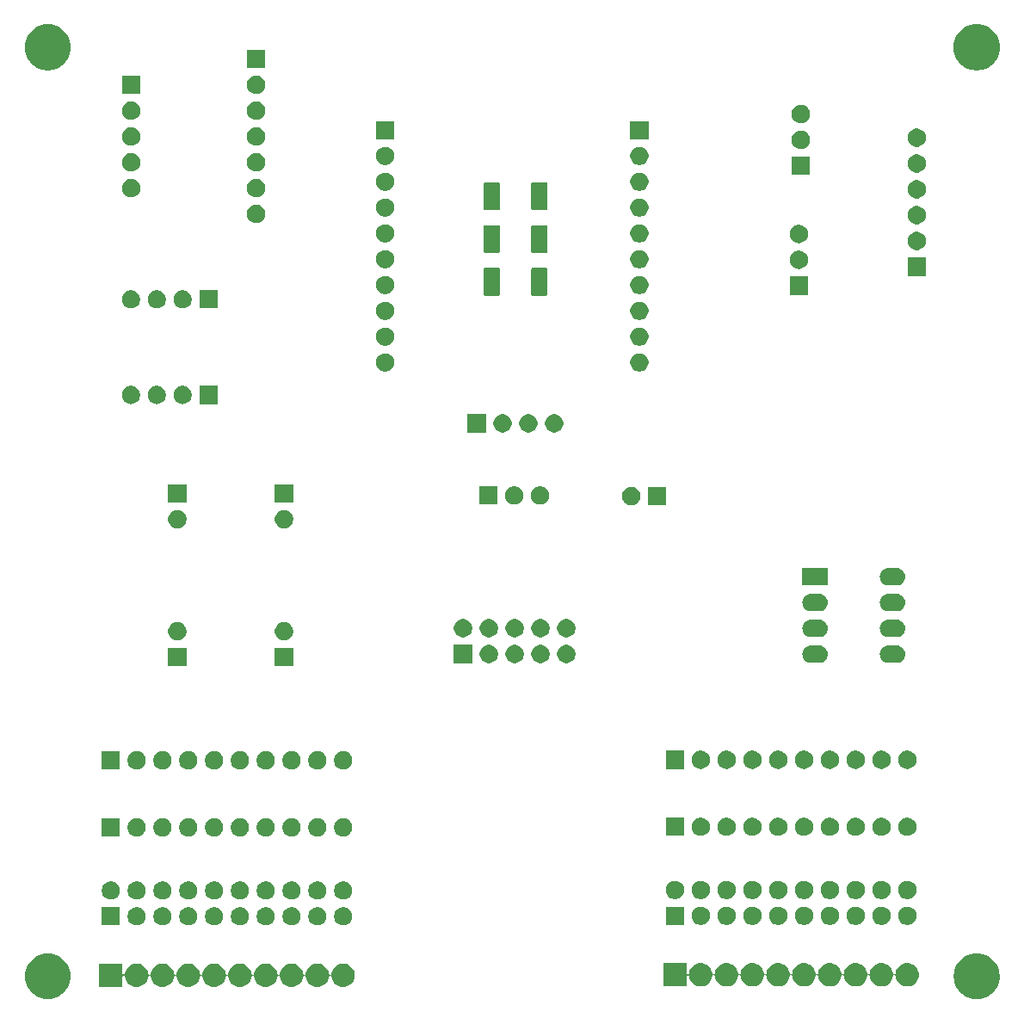
<source format=gbr>
G04 #@! TF.GenerationSoftware,KiCad,Pcbnew,(5.1.5-0-10_14)*
G04 #@! TF.CreationDate,2020-01-27T09:04:13+02:00*
G04 #@! TF.ProjectId,Focaccia-Board_v.0.1,466f6361-6363-4696-912d-426f6172645f,rev?*
G04 #@! TF.SameCoordinates,Original*
G04 #@! TF.FileFunction,Soldermask,Top*
G04 #@! TF.FilePolarity,Negative*
%FSLAX46Y46*%
G04 Gerber Fmt 4.6, Leading zero omitted, Abs format (unit mm)*
G04 Created by KiCad (PCBNEW (5.1.5-0-10_14)) date 2020-01-27 09:04:13*
%MOMM*%
%LPD*%
G04 APERTURE LIST*
%ADD10C,0.100000*%
G04 APERTURE END LIST*
D10*
G36*
X186975880Y-107659776D02*
G01*
X187356593Y-107735504D01*
X187766249Y-107905189D01*
X188134929Y-108151534D01*
X188448466Y-108465071D01*
X188694811Y-108833751D01*
X188864496Y-109243407D01*
X188933117Y-109588393D01*
X188951000Y-109678295D01*
X188951000Y-110121705D01*
X188948209Y-110135734D01*
X188864496Y-110556593D01*
X188694811Y-110966249D01*
X188448466Y-111334929D01*
X188134929Y-111648466D01*
X187766249Y-111894811D01*
X187356593Y-112064496D01*
X186975880Y-112140224D01*
X186921705Y-112151000D01*
X186478295Y-112151000D01*
X186424120Y-112140224D01*
X186043407Y-112064496D01*
X185633751Y-111894811D01*
X185265071Y-111648466D01*
X184951534Y-111334929D01*
X184705189Y-110966249D01*
X184535504Y-110556593D01*
X184451791Y-110135734D01*
X184449000Y-110121705D01*
X184449000Y-109678295D01*
X184466883Y-109588393D01*
X184535504Y-109243407D01*
X184705189Y-108833751D01*
X184951534Y-108465071D01*
X185265071Y-108151534D01*
X185633751Y-107905189D01*
X186043407Y-107735504D01*
X186424120Y-107659776D01*
X186478295Y-107649000D01*
X186921705Y-107649000D01*
X186975880Y-107659776D01*
G37*
G36*
X95575880Y-107659776D02*
G01*
X95956593Y-107735504D01*
X96366249Y-107905189D01*
X96734929Y-108151534D01*
X97048466Y-108465071D01*
X97294811Y-108833751D01*
X97464496Y-109243407D01*
X97533117Y-109588393D01*
X97551000Y-109678295D01*
X97551000Y-110121705D01*
X97548209Y-110135734D01*
X97464496Y-110556593D01*
X97294811Y-110966249D01*
X97048466Y-111334929D01*
X96734929Y-111648466D01*
X96366249Y-111894811D01*
X95956593Y-112064496D01*
X95575880Y-112140224D01*
X95521705Y-112151000D01*
X95078295Y-112151000D01*
X95024120Y-112140224D01*
X94643407Y-112064496D01*
X94233751Y-111894811D01*
X93865071Y-111648466D01*
X93551534Y-111334929D01*
X93305189Y-110966249D01*
X93135504Y-110556593D01*
X93051791Y-110135734D01*
X93049000Y-110121705D01*
X93049000Y-109678295D01*
X93066883Y-109588393D01*
X93135504Y-109243407D01*
X93305189Y-108833751D01*
X93551534Y-108465071D01*
X93865071Y-108151534D01*
X94233751Y-107905189D01*
X94643407Y-107735504D01*
X95024120Y-107659776D01*
X95078295Y-107649000D01*
X95521705Y-107649000D01*
X95575880Y-107659776D01*
G37*
G36*
X102651000Y-109614007D02*
G01*
X102653402Y-109638393D01*
X102660515Y-109661842D01*
X102672066Y-109683453D01*
X102687611Y-109702395D01*
X102706553Y-109717940D01*
X102728164Y-109729491D01*
X102751613Y-109736604D01*
X102775999Y-109739006D01*
X102800385Y-109736604D01*
X102823834Y-109729491D01*
X102845445Y-109717940D01*
X102864387Y-109702395D01*
X102879932Y-109683453D01*
X102891483Y-109661842D01*
X102898596Y-109638393D01*
X102933232Y-109464267D01*
X102953943Y-109414267D01*
X103019997Y-109254797D01*
X103145960Y-109066280D01*
X103306280Y-108905960D01*
X103494797Y-108779997D01*
X103704266Y-108693232D01*
X103815451Y-108671116D01*
X103926635Y-108649000D01*
X104153365Y-108649000D01*
X104264549Y-108671116D01*
X104375734Y-108693232D01*
X104585203Y-108779997D01*
X104773720Y-108905960D01*
X104934040Y-109066280D01*
X105060003Y-109254797D01*
X105126058Y-109414267D01*
X105146768Y-109464267D01*
X105187403Y-109668552D01*
X105194516Y-109692001D01*
X105206067Y-109713612D01*
X105221612Y-109732554D01*
X105240554Y-109748099D01*
X105262165Y-109759650D01*
X105285614Y-109766763D01*
X105310000Y-109769165D01*
X105334386Y-109766763D01*
X105357835Y-109759650D01*
X105379446Y-109748099D01*
X105398388Y-109732554D01*
X105413933Y-109713612D01*
X105425484Y-109692001D01*
X105432597Y-109668552D01*
X105473232Y-109464267D01*
X105493943Y-109414267D01*
X105559997Y-109254797D01*
X105685960Y-109066280D01*
X105846280Y-108905960D01*
X106034797Y-108779997D01*
X106244266Y-108693232D01*
X106355451Y-108671116D01*
X106466635Y-108649000D01*
X106693365Y-108649000D01*
X106804549Y-108671116D01*
X106915734Y-108693232D01*
X107125203Y-108779997D01*
X107313720Y-108905960D01*
X107474040Y-109066280D01*
X107600003Y-109254797D01*
X107666058Y-109414267D01*
X107686768Y-109464267D01*
X107727403Y-109668552D01*
X107734516Y-109692001D01*
X107746067Y-109713612D01*
X107761612Y-109732554D01*
X107780554Y-109748099D01*
X107802165Y-109759650D01*
X107825614Y-109766763D01*
X107850000Y-109769165D01*
X107874386Y-109766763D01*
X107897835Y-109759650D01*
X107919446Y-109748099D01*
X107938388Y-109732554D01*
X107953933Y-109713612D01*
X107965484Y-109692001D01*
X107972597Y-109668552D01*
X108013232Y-109464267D01*
X108033943Y-109414267D01*
X108099997Y-109254797D01*
X108225960Y-109066280D01*
X108386280Y-108905960D01*
X108574797Y-108779997D01*
X108784266Y-108693232D01*
X108895451Y-108671116D01*
X109006635Y-108649000D01*
X109233365Y-108649000D01*
X109344549Y-108671116D01*
X109455734Y-108693232D01*
X109665203Y-108779997D01*
X109853720Y-108905960D01*
X110014040Y-109066280D01*
X110140003Y-109254797D01*
X110206058Y-109414267D01*
X110226768Y-109464267D01*
X110267403Y-109668552D01*
X110274516Y-109692001D01*
X110286067Y-109713612D01*
X110301612Y-109732554D01*
X110320554Y-109748099D01*
X110342165Y-109759650D01*
X110365614Y-109766763D01*
X110390000Y-109769165D01*
X110414386Y-109766763D01*
X110437835Y-109759650D01*
X110459446Y-109748099D01*
X110478388Y-109732554D01*
X110493933Y-109713612D01*
X110505484Y-109692001D01*
X110512597Y-109668552D01*
X110553232Y-109464267D01*
X110573943Y-109414267D01*
X110639997Y-109254797D01*
X110765960Y-109066280D01*
X110926280Y-108905960D01*
X111114797Y-108779997D01*
X111324266Y-108693232D01*
X111435451Y-108671116D01*
X111546635Y-108649000D01*
X111773365Y-108649000D01*
X111884549Y-108671116D01*
X111995734Y-108693232D01*
X112205203Y-108779997D01*
X112393720Y-108905960D01*
X112554040Y-109066280D01*
X112680003Y-109254797D01*
X112746058Y-109414267D01*
X112766768Y-109464267D01*
X112807403Y-109668552D01*
X112814516Y-109692001D01*
X112826067Y-109713612D01*
X112841612Y-109732554D01*
X112860554Y-109748099D01*
X112882165Y-109759650D01*
X112905614Y-109766763D01*
X112930000Y-109769165D01*
X112954386Y-109766763D01*
X112977835Y-109759650D01*
X112999446Y-109748099D01*
X113018388Y-109732554D01*
X113033933Y-109713612D01*
X113045484Y-109692001D01*
X113052597Y-109668552D01*
X113093232Y-109464267D01*
X113113943Y-109414267D01*
X113179997Y-109254797D01*
X113305960Y-109066280D01*
X113466280Y-108905960D01*
X113654797Y-108779997D01*
X113864266Y-108693232D01*
X113975451Y-108671116D01*
X114086635Y-108649000D01*
X114313365Y-108649000D01*
X114424549Y-108671116D01*
X114535734Y-108693232D01*
X114745203Y-108779997D01*
X114933720Y-108905960D01*
X115094040Y-109066280D01*
X115220003Y-109254797D01*
X115286058Y-109414267D01*
X115306768Y-109464267D01*
X115347403Y-109668552D01*
X115354516Y-109692001D01*
X115366067Y-109713612D01*
X115381612Y-109732554D01*
X115400554Y-109748099D01*
X115422165Y-109759650D01*
X115445614Y-109766763D01*
X115470000Y-109769165D01*
X115494386Y-109766763D01*
X115517835Y-109759650D01*
X115539446Y-109748099D01*
X115558388Y-109732554D01*
X115573933Y-109713612D01*
X115585484Y-109692001D01*
X115592597Y-109668552D01*
X115633232Y-109464267D01*
X115653943Y-109414267D01*
X115719997Y-109254797D01*
X115845960Y-109066280D01*
X116006280Y-108905960D01*
X116194797Y-108779997D01*
X116404266Y-108693232D01*
X116515451Y-108671116D01*
X116626635Y-108649000D01*
X116853365Y-108649000D01*
X116964549Y-108671116D01*
X117075734Y-108693232D01*
X117285203Y-108779997D01*
X117473720Y-108905960D01*
X117634040Y-109066280D01*
X117760003Y-109254797D01*
X117826058Y-109414267D01*
X117846768Y-109464267D01*
X117887403Y-109668552D01*
X117894516Y-109692001D01*
X117906067Y-109713612D01*
X117921612Y-109732554D01*
X117940554Y-109748099D01*
X117962165Y-109759650D01*
X117985614Y-109766763D01*
X118010000Y-109769165D01*
X118034386Y-109766763D01*
X118057835Y-109759650D01*
X118079446Y-109748099D01*
X118098388Y-109732554D01*
X118113933Y-109713612D01*
X118125484Y-109692001D01*
X118132597Y-109668552D01*
X118173232Y-109464267D01*
X118193943Y-109414267D01*
X118259997Y-109254797D01*
X118385960Y-109066280D01*
X118546280Y-108905960D01*
X118734797Y-108779997D01*
X118944266Y-108693232D01*
X119055451Y-108671116D01*
X119166635Y-108649000D01*
X119393365Y-108649000D01*
X119504549Y-108671116D01*
X119615734Y-108693232D01*
X119825203Y-108779997D01*
X120013720Y-108905960D01*
X120174040Y-109066280D01*
X120300003Y-109254797D01*
X120366058Y-109414267D01*
X120386768Y-109464267D01*
X120427403Y-109668552D01*
X120434516Y-109692001D01*
X120446067Y-109713612D01*
X120461612Y-109732554D01*
X120480554Y-109748099D01*
X120502165Y-109759650D01*
X120525614Y-109766763D01*
X120550000Y-109769165D01*
X120574386Y-109766763D01*
X120597835Y-109759650D01*
X120619446Y-109748099D01*
X120638388Y-109732554D01*
X120653933Y-109713612D01*
X120665484Y-109692001D01*
X120672597Y-109668552D01*
X120713232Y-109464267D01*
X120733943Y-109414267D01*
X120799997Y-109254797D01*
X120925960Y-109066280D01*
X121086280Y-108905960D01*
X121274797Y-108779997D01*
X121484266Y-108693232D01*
X121595451Y-108671116D01*
X121706635Y-108649000D01*
X121933365Y-108649000D01*
X122044549Y-108671116D01*
X122155734Y-108693232D01*
X122365203Y-108779997D01*
X122553720Y-108905960D01*
X122714040Y-109066280D01*
X122840003Y-109254797D01*
X122906058Y-109414267D01*
X122926768Y-109464267D01*
X122967403Y-109668552D01*
X122974516Y-109692001D01*
X122986067Y-109713612D01*
X123001612Y-109732554D01*
X123020554Y-109748099D01*
X123042165Y-109759650D01*
X123065614Y-109766763D01*
X123090000Y-109769165D01*
X123114386Y-109766763D01*
X123137835Y-109759650D01*
X123159446Y-109748099D01*
X123178388Y-109732554D01*
X123193933Y-109713612D01*
X123205484Y-109692001D01*
X123212597Y-109668552D01*
X123253232Y-109464267D01*
X123273943Y-109414267D01*
X123339997Y-109254797D01*
X123465960Y-109066280D01*
X123626280Y-108905960D01*
X123814797Y-108779997D01*
X124024266Y-108693232D01*
X124135451Y-108671116D01*
X124246635Y-108649000D01*
X124473365Y-108649000D01*
X124584549Y-108671116D01*
X124695734Y-108693232D01*
X124905203Y-108779997D01*
X125093720Y-108905960D01*
X125254040Y-109066280D01*
X125380003Y-109254797D01*
X125446058Y-109414267D01*
X125466768Y-109464267D01*
X125502595Y-109644378D01*
X125511000Y-109686636D01*
X125511000Y-109913364D01*
X125466768Y-110135734D01*
X125380003Y-110345203D01*
X125254040Y-110533720D01*
X125093720Y-110694040D01*
X124905203Y-110820003D01*
X124695734Y-110906768D01*
X124584549Y-110928884D01*
X124473365Y-110951000D01*
X124246635Y-110951000D01*
X124135451Y-110928884D01*
X124024266Y-110906768D01*
X123814797Y-110820003D01*
X123626280Y-110694040D01*
X123465960Y-110533720D01*
X123339997Y-110345203D01*
X123253232Y-110135734D01*
X123212597Y-109931448D01*
X123205484Y-109907999D01*
X123193933Y-109886388D01*
X123178388Y-109867446D01*
X123159446Y-109851901D01*
X123137835Y-109840350D01*
X123114386Y-109833237D01*
X123090000Y-109830835D01*
X123065614Y-109833237D01*
X123042165Y-109840350D01*
X123020554Y-109851901D01*
X123001612Y-109867446D01*
X122986067Y-109886388D01*
X122974516Y-109907999D01*
X122967403Y-109931448D01*
X122926768Y-110135734D01*
X122840003Y-110345203D01*
X122714040Y-110533720D01*
X122553720Y-110694040D01*
X122365203Y-110820003D01*
X122155734Y-110906768D01*
X122044549Y-110928884D01*
X121933365Y-110951000D01*
X121706635Y-110951000D01*
X121595451Y-110928884D01*
X121484266Y-110906768D01*
X121274797Y-110820003D01*
X121086280Y-110694040D01*
X120925960Y-110533720D01*
X120799997Y-110345203D01*
X120713232Y-110135734D01*
X120672597Y-109931448D01*
X120665484Y-109907999D01*
X120653933Y-109886388D01*
X120638388Y-109867446D01*
X120619446Y-109851901D01*
X120597835Y-109840350D01*
X120574386Y-109833237D01*
X120550000Y-109830835D01*
X120525614Y-109833237D01*
X120502165Y-109840350D01*
X120480554Y-109851901D01*
X120461612Y-109867446D01*
X120446067Y-109886388D01*
X120434516Y-109907999D01*
X120427403Y-109931448D01*
X120386768Y-110135734D01*
X120300003Y-110345203D01*
X120174040Y-110533720D01*
X120013720Y-110694040D01*
X119825203Y-110820003D01*
X119615734Y-110906768D01*
X119504549Y-110928884D01*
X119393365Y-110951000D01*
X119166635Y-110951000D01*
X119055451Y-110928884D01*
X118944266Y-110906768D01*
X118734797Y-110820003D01*
X118546280Y-110694040D01*
X118385960Y-110533720D01*
X118259997Y-110345203D01*
X118173232Y-110135734D01*
X118132597Y-109931448D01*
X118125484Y-109907999D01*
X118113933Y-109886388D01*
X118098388Y-109867446D01*
X118079446Y-109851901D01*
X118057835Y-109840350D01*
X118034386Y-109833237D01*
X118010000Y-109830835D01*
X117985614Y-109833237D01*
X117962165Y-109840350D01*
X117940554Y-109851901D01*
X117921612Y-109867446D01*
X117906067Y-109886388D01*
X117894516Y-109907999D01*
X117887403Y-109931448D01*
X117846768Y-110135734D01*
X117760003Y-110345203D01*
X117634040Y-110533720D01*
X117473720Y-110694040D01*
X117285203Y-110820003D01*
X117075734Y-110906768D01*
X116964549Y-110928884D01*
X116853365Y-110951000D01*
X116626635Y-110951000D01*
X116515451Y-110928884D01*
X116404266Y-110906768D01*
X116194797Y-110820003D01*
X116006280Y-110694040D01*
X115845960Y-110533720D01*
X115719997Y-110345203D01*
X115633232Y-110135734D01*
X115592597Y-109931448D01*
X115585484Y-109907999D01*
X115573933Y-109886388D01*
X115558388Y-109867446D01*
X115539446Y-109851901D01*
X115517835Y-109840350D01*
X115494386Y-109833237D01*
X115470000Y-109830835D01*
X115445614Y-109833237D01*
X115422165Y-109840350D01*
X115400554Y-109851901D01*
X115381612Y-109867446D01*
X115366067Y-109886388D01*
X115354516Y-109907999D01*
X115347403Y-109931448D01*
X115306768Y-110135734D01*
X115220003Y-110345203D01*
X115094040Y-110533720D01*
X114933720Y-110694040D01*
X114745203Y-110820003D01*
X114535734Y-110906768D01*
X114424549Y-110928884D01*
X114313365Y-110951000D01*
X114086635Y-110951000D01*
X113975451Y-110928884D01*
X113864266Y-110906768D01*
X113654797Y-110820003D01*
X113466280Y-110694040D01*
X113305960Y-110533720D01*
X113179997Y-110345203D01*
X113093232Y-110135734D01*
X113052597Y-109931448D01*
X113045484Y-109907999D01*
X113033933Y-109886388D01*
X113018388Y-109867446D01*
X112999446Y-109851901D01*
X112977835Y-109840350D01*
X112954386Y-109833237D01*
X112930000Y-109830835D01*
X112905614Y-109833237D01*
X112882165Y-109840350D01*
X112860554Y-109851901D01*
X112841612Y-109867446D01*
X112826067Y-109886388D01*
X112814516Y-109907999D01*
X112807403Y-109931448D01*
X112766768Y-110135734D01*
X112680003Y-110345203D01*
X112554040Y-110533720D01*
X112393720Y-110694040D01*
X112205203Y-110820003D01*
X111995734Y-110906768D01*
X111884549Y-110928884D01*
X111773365Y-110951000D01*
X111546635Y-110951000D01*
X111435451Y-110928884D01*
X111324266Y-110906768D01*
X111114797Y-110820003D01*
X110926280Y-110694040D01*
X110765960Y-110533720D01*
X110639997Y-110345203D01*
X110553232Y-110135734D01*
X110512597Y-109931448D01*
X110505484Y-109907999D01*
X110493933Y-109886388D01*
X110478388Y-109867446D01*
X110459446Y-109851901D01*
X110437835Y-109840350D01*
X110414386Y-109833237D01*
X110390000Y-109830835D01*
X110365614Y-109833237D01*
X110342165Y-109840350D01*
X110320554Y-109851901D01*
X110301612Y-109867446D01*
X110286067Y-109886388D01*
X110274516Y-109907999D01*
X110267403Y-109931448D01*
X110226768Y-110135734D01*
X110140003Y-110345203D01*
X110014040Y-110533720D01*
X109853720Y-110694040D01*
X109665203Y-110820003D01*
X109455734Y-110906768D01*
X109344549Y-110928884D01*
X109233365Y-110951000D01*
X109006635Y-110951000D01*
X108895451Y-110928884D01*
X108784266Y-110906768D01*
X108574797Y-110820003D01*
X108386280Y-110694040D01*
X108225960Y-110533720D01*
X108099997Y-110345203D01*
X108013232Y-110135734D01*
X107972597Y-109931448D01*
X107965484Y-109907999D01*
X107953933Y-109886388D01*
X107938388Y-109867446D01*
X107919446Y-109851901D01*
X107897835Y-109840350D01*
X107874386Y-109833237D01*
X107850000Y-109830835D01*
X107825614Y-109833237D01*
X107802165Y-109840350D01*
X107780554Y-109851901D01*
X107761612Y-109867446D01*
X107746067Y-109886388D01*
X107734516Y-109907999D01*
X107727403Y-109931448D01*
X107686768Y-110135734D01*
X107600003Y-110345203D01*
X107474040Y-110533720D01*
X107313720Y-110694040D01*
X107125203Y-110820003D01*
X106915734Y-110906768D01*
X106804549Y-110928884D01*
X106693365Y-110951000D01*
X106466635Y-110951000D01*
X106355451Y-110928884D01*
X106244266Y-110906768D01*
X106034797Y-110820003D01*
X105846280Y-110694040D01*
X105685960Y-110533720D01*
X105559997Y-110345203D01*
X105473232Y-110135734D01*
X105432597Y-109931448D01*
X105425484Y-109907999D01*
X105413933Y-109886388D01*
X105398388Y-109867446D01*
X105379446Y-109851901D01*
X105357835Y-109840350D01*
X105334386Y-109833237D01*
X105310000Y-109830835D01*
X105285614Y-109833237D01*
X105262165Y-109840350D01*
X105240554Y-109851901D01*
X105221612Y-109867446D01*
X105206067Y-109886388D01*
X105194516Y-109907999D01*
X105187403Y-109931448D01*
X105146768Y-110135734D01*
X105060003Y-110345203D01*
X104934040Y-110533720D01*
X104773720Y-110694040D01*
X104585203Y-110820003D01*
X104375734Y-110906768D01*
X104264549Y-110928884D01*
X104153365Y-110951000D01*
X103926635Y-110951000D01*
X103815451Y-110928884D01*
X103704266Y-110906768D01*
X103494797Y-110820003D01*
X103306280Y-110694040D01*
X103145960Y-110533720D01*
X103019997Y-110345203D01*
X102933232Y-110135734D01*
X102898596Y-109961607D01*
X102891483Y-109938158D01*
X102879932Y-109916547D01*
X102864387Y-109897605D01*
X102845445Y-109882060D01*
X102823834Y-109870509D01*
X102800385Y-109863396D01*
X102775999Y-109860994D01*
X102751613Y-109863396D01*
X102728164Y-109870509D01*
X102706553Y-109882060D01*
X102687611Y-109897605D01*
X102672066Y-109916547D01*
X102660515Y-109938158D01*
X102653402Y-109961607D01*
X102651000Y-109985993D01*
X102651000Y-110951000D01*
X100349000Y-110951000D01*
X100349000Y-108649000D01*
X102651000Y-108649000D01*
X102651000Y-109614007D01*
G37*
G36*
X158151000Y-109564007D02*
G01*
X158153402Y-109588393D01*
X158160515Y-109611842D01*
X158172066Y-109633453D01*
X158187611Y-109652395D01*
X158206553Y-109667940D01*
X158228164Y-109679491D01*
X158251613Y-109686604D01*
X158275999Y-109689006D01*
X158300385Y-109686604D01*
X158323834Y-109679491D01*
X158345445Y-109667940D01*
X158364387Y-109652395D01*
X158379932Y-109633453D01*
X158391483Y-109611842D01*
X158398596Y-109588393D01*
X158423286Y-109464267D01*
X158433232Y-109414266D01*
X158519997Y-109204797D01*
X158645960Y-109016280D01*
X158806280Y-108855960D01*
X158994797Y-108729997D01*
X159204266Y-108643232D01*
X159315451Y-108621116D01*
X159426635Y-108599000D01*
X159653365Y-108599000D01*
X159764549Y-108621116D01*
X159875734Y-108643232D01*
X160085203Y-108729997D01*
X160273720Y-108855960D01*
X160434040Y-109016280D01*
X160560003Y-109204797D01*
X160646768Y-109414266D01*
X160656714Y-109464267D01*
X160687403Y-109618552D01*
X160694516Y-109642001D01*
X160706067Y-109663612D01*
X160721612Y-109682554D01*
X160740554Y-109698099D01*
X160762165Y-109709650D01*
X160785614Y-109716763D01*
X160810000Y-109719165D01*
X160834386Y-109716763D01*
X160857835Y-109709650D01*
X160879446Y-109698099D01*
X160898388Y-109682554D01*
X160913933Y-109663612D01*
X160925484Y-109642001D01*
X160932597Y-109618552D01*
X160963286Y-109464267D01*
X160973232Y-109414266D01*
X161059997Y-109204797D01*
X161185960Y-109016280D01*
X161346280Y-108855960D01*
X161534797Y-108729997D01*
X161744266Y-108643232D01*
X161855451Y-108621116D01*
X161966635Y-108599000D01*
X162193365Y-108599000D01*
X162304549Y-108621116D01*
X162415734Y-108643232D01*
X162625203Y-108729997D01*
X162813720Y-108855960D01*
X162974040Y-109016280D01*
X163100003Y-109204797D01*
X163186768Y-109414266D01*
X163196714Y-109464267D01*
X163227403Y-109618552D01*
X163234516Y-109642001D01*
X163246067Y-109663612D01*
X163261612Y-109682554D01*
X163280554Y-109698099D01*
X163302165Y-109709650D01*
X163325614Y-109716763D01*
X163350000Y-109719165D01*
X163374386Y-109716763D01*
X163397835Y-109709650D01*
X163419446Y-109698099D01*
X163438388Y-109682554D01*
X163453933Y-109663612D01*
X163465484Y-109642001D01*
X163472597Y-109618552D01*
X163503286Y-109464267D01*
X163513232Y-109414266D01*
X163599997Y-109204797D01*
X163725960Y-109016280D01*
X163886280Y-108855960D01*
X164074797Y-108729997D01*
X164284266Y-108643232D01*
X164395451Y-108621116D01*
X164506635Y-108599000D01*
X164733365Y-108599000D01*
X164844549Y-108621116D01*
X164955734Y-108643232D01*
X165165203Y-108729997D01*
X165353720Y-108855960D01*
X165514040Y-109016280D01*
X165640003Y-109204797D01*
X165726768Y-109414266D01*
X165736714Y-109464267D01*
X165767403Y-109618552D01*
X165774516Y-109642001D01*
X165786067Y-109663612D01*
X165801612Y-109682554D01*
X165820554Y-109698099D01*
X165842165Y-109709650D01*
X165865614Y-109716763D01*
X165890000Y-109719165D01*
X165914386Y-109716763D01*
X165937835Y-109709650D01*
X165959446Y-109698099D01*
X165978388Y-109682554D01*
X165993933Y-109663612D01*
X166005484Y-109642001D01*
X166012597Y-109618552D01*
X166043286Y-109464267D01*
X166053232Y-109414266D01*
X166139997Y-109204797D01*
X166265960Y-109016280D01*
X166426280Y-108855960D01*
X166614797Y-108729997D01*
X166824266Y-108643232D01*
X166935451Y-108621116D01*
X167046635Y-108599000D01*
X167273365Y-108599000D01*
X167384549Y-108621116D01*
X167495734Y-108643232D01*
X167705203Y-108729997D01*
X167893720Y-108855960D01*
X168054040Y-109016280D01*
X168180003Y-109204797D01*
X168266768Y-109414266D01*
X168276714Y-109464267D01*
X168307403Y-109618552D01*
X168314516Y-109642001D01*
X168326067Y-109663612D01*
X168341612Y-109682554D01*
X168360554Y-109698099D01*
X168382165Y-109709650D01*
X168405614Y-109716763D01*
X168430000Y-109719165D01*
X168454386Y-109716763D01*
X168477835Y-109709650D01*
X168499446Y-109698099D01*
X168518388Y-109682554D01*
X168533933Y-109663612D01*
X168545484Y-109642001D01*
X168552597Y-109618552D01*
X168583286Y-109464267D01*
X168593232Y-109414266D01*
X168679997Y-109204797D01*
X168805960Y-109016280D01*
X168966280Y-108855960D01*
X169154797Y-108729997D01*
X169364266Y-108643232D01*
X169475451Y-108621116D01*
X169586635Y-108599000D01*
X169813365Y-108599000D01*
X169924549Y-108621116D01*
X170035734Y-108643232D01*
X170245203Y-108729997D01*
X170433720Y-108855960D01*
X170594040Y-109016280D01*
X170720003Y-109204797D01*
X170806768Y-109414266D01*
X170816714Y-109464267D01*
X170847403Y-109618552D01*
X170854516Y-109642001D01*
X170866067Y-109663612D01*
X170881612Y-109682554D01*
X170900554Y-109698099D01*
X170922165Y-109709650D01*
X170945614Y-109716763D01*
X170970000Y-109719165D01*
X170994386Y-109716763D01*
X171017835Y-109709650D01*
X171039446Y-109698099D01*
X171058388Y-109682554D01*
X171073933Y-109663612D01*
X171085484Y-109642001D01*
X171092597Y-109618552D01*
X171123286Y-109464267D01*
X171133232Y-109414266D01*
X171219997Y-109204797D01*
X171345960Y-109016280D01*
X171506280Y-108855960D01*
X171694797Y-108729997D01*
X171904266Y-108643232D01*
X172015451Y-108621116D01*
X172126635Y-108599000D01*
X172353365Y-108599000D01*
X172464549Y-108621116D01*
X172575734Y-108643232D01*
X172785203Y-108729997D01*
X172973720Y-108855960D01*
X173134040Y-109016280D01*
X173260003Y-109204797D01*
X173346768Y-109414266D01*
X173356714Y-109464267D01*
X173387403Y-109618552D01*
X173394516Y-109642001D01*
X173406067Y-109663612D01*
X173421612Y-109682554D01*
X173440554Y-109698099D01*
X173462165Y-109709650D01*
X173485614Y-109716763D01*
X173510000Y-109719165D01*
X173534386Y-109716763D01*
X173557835Y-109709650D01*
X173579446Y-109698099D01*
X173598388Y-109682554D01*
X173613933Y-109663612D01*
X173625484Y-109642001D01*
X173632597Y-109618552D01*
X173663286Y-109464267D01*
X173673232Y-109414266D01*
X173759997Y-109204797D01*
X173885960Y-109016280D01*
X174046280Y-108855960D01*
X174234797Y-108729997D01*
X174444266Y-108643232D01*
X174555451Y-108621116D01*
X174666635Y-108599000D01*
X174893365Y-108599000D01*
X175004549Y-108621116D01*
X175115734Y-108643232D01*
X175325203Y-108729997D01*
X175513720Y-108855960D01*
X175674040Y-109016280D01*
X175800003Y-109204797D01*
X175886768Y-109414266D01*
X175896714Y-109464267D01*
X175927403Y-109618552D01*
X175934516Y-109642001D01*
X175946067Y-109663612D01*
X175961612Y-109682554D01*
X175980554Y-109698099D01*
X176002165Y-109709650D01*
X176025614Y-109716763D01*
X176050000Y-109719165D01*
X176074386Y-109716763D01*
X176097835Y-109709650D01*
X176119446Y-109698099D01*
X176138388Y-109682554D01*
X176153933Y-109663612D01*
X176165484Y-109642001D01*
X176172597Y-109618552D01*
X176203286Y-109464267D01*
X176213232Y-109414266D01*
X176299997Y-109204797D01*
X176425960Y-109016280D01*
X176586280Y-108855960D01*
X176774797Y-108729997D01*
X176984266Y-108643232D01*
X177095451Y-108621116D01*
X177206635Y-108599000D01*
X177433365Y-108599000D01*
X177544549Y-108621116D01*
X177655734Y-108643232D01*
X177865203Y-108729997D01*
X178053720Y-108855960D01*
X178214040Y-109016280D01*
X178340003Y-109204797D01*
X178426768Y-109414266D01*
X178436714Y-109464267D01*
X178467403Y-109618552D01*
X178474516Y-109642001D01*
X178486067Y-109663612D01*
X178501612Y-109682554D01*
X178520554Y-109698099D01*
X178542165Y-109709650D01*
X178565614Y-109716763D01*
X178590000Y-109719165D01*
X178614386Y-109716763D01*
X178637835Y-109709650D01*
X178659446Y-109698099D01*
X178678388Y-109682554D01*
X178693933Y-109663612D01*
X178705484Y-109642001D01*
X178712597Y-109618552D01*
X178743286Y-109464267D01*
X178753232Y-109414266D01*
X178839997Y-109204797D01*
X178965960Y-109016280D01*
X179126280Y-108855960D01*
X179314797Y-108729997D01*
X179524266Y-108643232D01*
X179635451Y-108621116D01*
X179746635Y-108599000D01*
X179973365Y-108599000D01*
X180084549Y-108621116D01*
X180195734Y-108643232D01*
X180405203Y-108729997D01*
X180593720Y-108855960D01*
X180754040Y-109016280D01*
X180880003Y-109204797D01*
X180966768Y-109414266D01*
X180976714Y-109464267D01*
X181011000Y-109636635D01*
X181011000Y-109863365D01*
X181001054Y-109913365D01*
X180966768Y-110085734D01*
X180880003Y-110295203D01*
X180754040Y-110483720D01*
X180593720Y-110644040D01*
X180405203Y-110770003D01*
X180195734Y-110856768D01*
X180084549Y-110878884D01*
X179973365Y-110901000D01*
X179746635Y-110901000D01*
X179635451Y-110878884D01*
X179524266Y-110856768D01*
X179314797Y-110770003D01*
X179126280Y-110644040D01*
X178965960Y-110483720D01*
X178839997Y-110295203D01*
X178753232Y-110085734D01*
X178712597Y-109881448D01*
X178705484Y-109857999D01*
X178693933Y-109836388D01*
X178678388Y-109817446D01*
X178659446Y-109801901D01*
X178637835Y-109790350D01*
X178614386Y-109783237D01*
X178590000Y-109780835D01*
X178565614Y-109783237D01*
X178542165Y-109790350D01*
X178520554Y-109801901D01*
X178501612Y-109817446D01*
X178486067Y-109836388D01*
X178474516Y-109857999D01*
X178467403Y-109881448D01*
X178426768Y-110085734D01*
X178340003Y-110295203D01*
X178214040Y-110483720D01*
X178053720Y-110644040D01*
X177865203Y-110770003D01*
X177655734Y-110856768D01*
X177544549Y-110878884D01*
X177433365Y-110901000D01*
X177206635Y-110901000D01*
X177095451Y-110878884D01*
X176984266Y-110856768D01*
X176774797Y-110770003D01*
X176586280Y-110644040D01*
X176425960Y-110483720D01*
X176299997Y-110295203D01*
X176213232Y-110085734D01*
X176172597Y-109881448D01*
X176165484Y-109857999D01*
X176153933Y-109836388D01*
X176138388Y-109817446D01*
X176119446Y-109801901D01*
X176097835Y-109790350D01*
X176074386Y-109783237D01*
X176050000Y-109780835D01*
X176025614Y-109783237D01*
X176002165Y-109790350D01*
X175980554Y-109801901D01*
X175961612Y-109817446D01*
X175946067Y-109836388D01*
X175934516Y-109857999D01*
X175927403Y-109881448D01*
X175886768Y-110085734D01*
X175800003Y-110295203D01*
X175674040Y-110483720D01*
X175513720Y-110644040D01*
X175325203Y-110770003D01*
X175115734Y-110856768D01*
X175004549Y-110878884D01*
X174893365Y-110901000D01*
X174666635Y-110901000D01*
X174555451Y-110878884D01*
X174444266Y-110856768D01*
X174234797Y-110770003D01*
X174046280Y-110644040D01*
X173885960Y-110483720D01*
X173759997Y-110295203D01*
X173673232Y-110085734D01*
X173632597Y-109881448D01*
X173625484Y-109857999D01*
X173613933Y-109836388D01*
X173598388Y-109817446D01*
X173579446Y-109801901D01*
X173557835Y-109790350D01*
X173534386Y-109783237D01*
X173510000Y-109780835D01*
X173485614Y-109783237D01*
X173462165Y-109790350D01*
X173440554Y-109801901D01*
X173421612Y-109817446D01*
X173406067Y-109836388D01*
X173394516Y-109857999D01*
X173387403Y-109881448D01*
X173346768Y-110085734D01*
X173260003Y-110295203D01*
X173134040Y-110483720D01*
X172973720Y-110644040D01*
X172785203Y-110770003D01*
X172575734Y-110856768D01*
X172464549Y-110878884D01*
X172353365Y-110901000D01*
X172126635Y-110901000D01*
X172015451Y-110878884D01*
X171904266Y-110856768D01*
X171694797Y-110770003D01*
X171506280Y-110644040D01*
X171345960Y-110483720D01*
X171219997Y-110295203D01*
X171133232Y-110085734D01*
X171092597Y-109881448D01*
X171085484Y-109857999D01*
X171073933Y-109836388D01*
X171058388Y-109817446D01*
X171039446Y-109801901D01*
X171017835Y-109790350D01*
X170994386Y-109783237D01*
X170970000Y-109780835D01*
X170945614Y-109783237D01*
X170922165Y-109790350D01*
X170900554Y-109801901D01*
X170881612Y-109817446D01*
X170866067Y-109836388D01*
X170854516Y-109857999D01*
X170847403Y-109881448D01*
X170806768Y-110085734D01*
X170720003Y-110295203D01*
X170594040Y-110483720D01*
X170433720Y-110644040D01*
X170245203Y-110770003D01*
X170035734Y-110856768D01*
X169924549Y-110878884D01*
X169813365Y-110901000D01*
X169586635Y-110901000D01*
X169475451Y-110878884D01*
X169364266Y-110856768D01*
X169154797Y-110770003D01*
X168966280Y-110644040D01*
X168805960Y-110483720D01*
X168679997Y-110295203D01*
X168593232Y-110085734D01*
X168552597Y-109881448D01*
X168545484Y-109857999D01*
X168533933Y-109836388D01*
X168518388Y-109817446D01*
X168499446Y-109801901D01*
X168477835Y-109790350D01*
X168454386Y-109783237D01*
X168430000Y-109780835D01*
X168405614Y-109783237D01*
X168382165Y-109790350D01*
X168360554Y-109801901D01*
X168341612Y-109817446D01*
X168326067Y-109836388D01*
X168314516Y-109857999D01*
X168307403Y-109881448D01*
X168266768Y-110085734D01*
X168180003Y-110295203D01*
X168054040Y-110483720D01*
X167893720Y-110644040D01*
X167705203Y-110770003D01*
X167495734Y-110856768D01*
X167384549Y-110878884D01*
X167273365Y-110901000D01*
X167046635Y-110901000D01*
X166935451Y-110878884D01*
X166824266Y-110856768D01*
X166614797Y-110770003D01*
X166426280Y-110644040D01*
X166265960Y-110483720D01*
X166139997Y-110295203D01*
X166053232Y-110085734D01*
X166012597Y-109881448D01*
X166005484Y-109857999D01*
X165993933Y-109836388D01*
X165978388Y-109817446D01*
X165959446Y-109801901D01*
X165937835Y-109790350D01*
X165914386Y-109783237D01*
X165890000Y-109780835D01*
X165865614Y-109783237D01*
X165842165Y-109790350D01*
X165820554Y-109801901D01*
X165801612Y-109817446D01*
X165786067Y-109836388D01*
X165774516Y-109857999D01*
X165767403Y-109881448D01*
X165726768Y-110085734D01*
X165640003Y-110295203D01*
X165514040Y-110483720D01*
X165353720Y-110644040D01*
X165165203Y-110770003D01*
X164955734Y-110856768D01*
X164844549Y-110878884D01*
X164733365Y-110901000D01*
X164506635Y-110901000D01*
X164395451Y-110878884D01*
X164284266Y-110856768D01*
X164074797Y-110770003D01*
X163886280Y-110644040D01*
X163725960Y-110483720D01*
X163599997Y-110295203D01*
X163513232Y-110085734D01*
X163472597Y-109881448D01*
X163465484Y-109857999D01*
X163453933Y-109836388D01*
X163438388Y-109817446D01*
X163419446Y-109801901D01*
X163397835Y-109790350D01*
X163374386Y-109783237D01*
X163350000Y-109780835D01*
X163325614Y-109783237D01*
X163302165Y-109790350D01*
X163280554Y-109801901D01*
X163261612Y-109817446D01*
X163246067Y-109836388D01*
X163234516Y-109857999D01*
X163227403Y-109881448D01*
X163186768Y-110085734D01*
X163100003Y-110295203D01*
X162974040Y-110483720D01*
X162813720Y-110644040D01*
X162625203Y-110770003D01*
X162415734Y-110856768D01*
X162304549Y-110878884D01*
X162193365Y-110901000D01*
X161966635Y-110901000D01*
X161855451Y-110878884D01*
X161744266Y-110856768D01*
X161534797Y-110770003D01*
X161346280Y-110644040D01*
X161185960Y-110483720D01*
X161059997Y-110295203D01*
X160973232Y-110085734D01*
X160932597Y-109881448D01*
X160925484Y-109857999D01*
X160913933Y-109836388D01*
X160898388Y-109817446D01*
X160879446Y-109801901D01*
X160857835Y-109790350D01*
X160834386Y-109783237D01*
X160810000Y-109780835D01*
X160785614Y-109783237D01*
X160762165Y-109790350D01*
X160740554Y-109801901D01*
X160721612Y-109817446D01*
X160706067Y-109836388D01*
X160694516Y-109857999D01*
X160687403Y-109881448D01*
X160646768Y-110085734D01*
X160560003Y-110295203D01*
X160434040Y-110483720D01*
X160273720Y-110644040D01*
X160085203Y-110770003D01*
X159875734Y-110856768D01*
X159764549Y-110878884D01*
X159653365Y-110901000D01*
X159426635Y-110901000D01*
X159315451Y-110878884D01*
X159204266Y-110856768D01*
X158994797Y-110770003D01*
X158806280Y-110644040D01*
X158645960Y-110483720D01*
X158519997Y-110295203D01*
X158433232Y-110085734D01*
X158398946Y-109913365D01*
X158398596Y-109911607D01*
X158391483Y-109888158D01*
X158379932Y-109866547D01*
X158364387Y-109847605D01*
X158345445Y-109832060D01*
X158323834Y-109820509D01*
X158300385Y-109813396D01*
X158275999Y-109810994D01*
X158251613Y-109813396D01*
X158228164Y-109820509D01*
X158206553Y-109832060D01*
X158187611Y-109847605D01*
X158172066Y-109866547D01*
X158160515Y-109888158D01*
X158153402Y-109911607D01*
X158151000Y-109935993D01*
X158151000Y-110901000D01*
X155849000Y-110901000D01*
X155849000Y-108599000D01*
X158151000Y-108599000D01*
X158151000Y-109564007D01*
G37*
G36*
X121933512Y-103103927D02*
G01*
X122082812Y-103133624D01*
X122246784Y-103201544D01*
X122394354Y-103300147D01*
X122519853Y-103425646D01*
X122618456Y-103573216D01*
X122686376Y-103737188D01*
X122721000Y-103911259D01*
X122721000Y-104088741D01*
X122686376Y-104262812D01*
X122618456Y-104426784D01*
X122519853Y-104574354D01*
X122394354Y-104699853D01*
X122246784Y-104798456D01*
X122082812Y-104866376D01*
X121933512Y-104896073D01*
X121908742Y-104901000D01*
X121731258Y-104901000D01*
X121706488Y-104896073D01*
X121557188Y-104866376D01*
X121393216Y-104798456D01*
X121245646Y-104699853D01*
X121120147Y-104574354D01*
X121021544Y-104426784D01*
X120953624Y-104262812D01*
X120919000Y-104088741D01*
X120919000Y-103911259D01*
X120953624Y-103737188D01*
X121021544Y-103573216D01*
X121120147Y-103425646D01*
X121245646Y-103300147D01*
X121393216Y-103201544D01*
X121557188Y-103133624D01*
X121706488Y-103103927D01*
X121731258Y-103099000D01*
X121908742Y-103099000D01*
X121933512Y-103103927D01*
G37*
G36*
X111773512Y-103103927D02*
G01*
X111922812Y-103133624D01*
X112086784Y-103201544D01*
X112234354Y-103300147D01*
X112359853Y-103425646D01*
X112458456Y-103573216D01*
X112526376Y-103737188D01*
X112561000Y-103911259D01*
X112561000Y-104088741D01*
X112526376Y-104262812D01*
X112458456Y-104426784D01*
X112359853Y-104574354D01*
X112234354Y-104699853D01*
X112086784Y-104798456D01*
X111922812Y-104866376D01*
X111773512Y-104896073D01*
X111748742Y-104901000D01*
X111571258Y-104901000D01*
X111546488Y-104896073D01*
X111397188Y-104866376D01*
X111233216Y-104798456D01*
X111085646Y-104699853D01*
X110960147Y-104574354D01*
X110861544Y-104426784D01*
X110793624Y-104262812D01*
X110759000Y-104088741D01*
X110759000Y-103911259D01*
X110793624Y-103737188D01*
X110861544Y-103573216D01*
X110960147Y-103425646D01*
X111085646Y-103300147D01*
X111233216Y-103201544D01*
X111397188Y-103133624D01*
X111546488Y-103103927D01*
X111571258Y-103099000D01*
X111748742Y-103099000D01*
X111773512Y-103103927D01*
G37*
G36*
X119393512Y-103103927D02*
G01*
X119542812Y-103133624D01*
X119706784Y-103201544D01*
X119854354Y-103300147D01*
X119979853Y-103425646D01*
X120078456Y-103573216D01*
X120146376Y-103737188D01*
X120181000Y-103911259D01*
X120181000Y-104088741D01*
X120146376Y-104262812D01*
X120078456Y-104426784D01*
X119979853Y-104574354D01*
X119854354Y-104699853D01*
X119706784Y-104798456D01*
X119542812Y-104866376D01*
X119393512Y-104896073D01*
X119368742Y-104901000D01*
X119191258Y-104901000D01*
X119166488Y-104896073D01*
X119017188Y-104866376D01*
X118853216Y-104798456D01*
X118705646Y-104699853D01*
X118580147Y-104574354D01*
X118481544Y-104426784D01*
X118413624Y-104262812D01*
X118379000Y-104088741D01*
X118379000Y-103911259D01*
X118413624Y-103737188D01*
X118481544Y-103573216D01*
X118580147Y-103425646D01*
X118705646Y-103300147D01*
X118853216Y-103201544D01*
X119017188Y-103133624D01*
X119166488Y-103103927D01*
X119191258Y-103099000D01*
X119368742Y-103099000D01*
X119393512Y-103103927D01*
G37*
G36*
X102401000Y-104901000D02*
G01*
X100599000Y-104901000D01*
X100599000Y-103099000D01*
X102401000Y-103099000D01*
X102401000Y-104901000D01*
G37*
G36*
X116853512Y-103103927D02*
G01*
X117002812Y-103133624D01*
X117166784Y-103201544D01*
X117314354Y-103300147D01*
X117439853Y-103425646D01*
X117538456Y-103573216D01*
X117606376Y-103737188D01*
X117641000Y-103911259D01*
X117641000Y-104088741D01*
X117606376Y-104262812D01*
X117538456Y-104426784D01*
X117439853Y-104574354D01*
X117314354Y-104699853D01*
X117166784Y-104798456D01*
X117002812Y-104866376D01*
X116853512Y-104896073D01*
X116828742Y-104901000D01*
X116651258Y-104901000D01*
X116626488Y-104896073D01*
X116477188Y-104866376D01*
X116313216Y-104798456D01*
X116165646Y-104699853D01*
X116040147Y-104574354D01*
X115941544Y-104426784D01*
X115873624Y-104262812D01*
X115839000Y-104088741D01*
X115839000Y-103911259D01*
X115873624Y-103737188D01*
X115941544Y-103573216D01*
X116040147Y-103425646D01*
X116165646Y-103300147D01*
X116313216Y-103201544D01*
X116477188Y-103133624D01*
X116626488Y-103103927D01*
X116651258Y-103099000D01*
X116828742Y-103099000D01*
X116853512Y-103103927D01*
G37*
G36*
X114313512Y-103103927D02*
G01*
X114462812Y-103133624D01*
X114626784Y-103201544D01*
X114774354Y-103300147D01*
X114899853Y-103425646D01*
X114998456Y-103573216D01*
X115066376Y-103737188D01*
X115101000Y-103911259D01*
X115101000Y-104088741D01*
X115066376Y-104262812D01*
X114998456Y-104426784D01*
X114899853Y-104574354D01*
X114774354Y-104699853D01*
X114626784Y-104798456D01*
X114462812Y-104866376D01*
X114313512Y-104896073D01*
X114288742Y-104901000D01*
X114111258Y-104901000D01*
X114086488Y-104896073D01*
X113937188Y-104866376D01*
X113773216Y-104798456D01*
X113625646Y-104699853D01*
X113500147Y-104574354D01*
X113401544Y-104426784D01*
X113333624Y-104262812D01*
X113299000Y-104088741D01*
X113299000Y-103911259D01*
X113333624Y-103737188D01*
X113401544Y-103573216D01*
X113500147Y-103425646D01*
X113625646Y-103300147D01*
X113773216Y-103201544D01*
X113937188Y-103133624D01*
X114086488Y-103103927D01*
X114111258Y-103099000D01*
X114288742Y-103099000D01*
X114313512Y-103103927D01*
G37*
G36*
X109233512Y-103103927D02*
G01*
X109382812Y-103133624D01*
X109546784Y-103201544D01*
X109694354Y-103300147D01*
X109819853Y-103425646D01*
X109918456Y-103573216D01*
X109986376Y-103737188D01*
X110021000Y-103911259D01*
X110021000Y-104088741D01*
X109986376Y-104262812D01*
X109918456Y-104426784D01*
X109819853Y-104574354D01*
X109694354Y-104699853D01*
X109546784Y-104798456D01*
X109382812Y-104866376D01*
X109233512Y-104896073D01*
X109208742Y-104901000D01*
X109031258Y-104901000D01*
X109006488Y-104896073D01*
X108857188Y-104866376D01*
X108693216Y-104798456D01*
X108545646Y-104699853D01*
X108420147Y-104574354D01*
X108321544Y-104426784D01*
X108253624Y-104262812D01*
X108219000Y-104088741D01*
X108219000Y-103911259D01*
X108253624Y-103737188D01*
X108321544Y-103573216D01*
X108420147Y-103425646D01*
X108545646Y-103300147D01*
X108693216Y-103201544D01*
X108857188Y-103133624D01*
X109006488Y-103103927D01*
X109031258Y-103099000D01*
X109208742Y-103099000D01*
X109233512Y-103103927D01*
G37*
G36*
X106693512Y-103103927D02*
G01*
X106842812Y-103133624D01*
X107006784Y-103201544D01*
X107154354Y-103300147D01*
X107279853Y-103425646D01*
X107378456Y-103573216D01*
X107446376Y-103737188D01*
X107481000Y-103911259D01*
X107481000Y-104088741D01*
X107446376Y-104262812D01*
X107378456Y-104426784D01*
X107279853Y-104574354D01*
X107154354Y-104699853D01*
X107006784Y-104798456D01*
X106842812Y-104866376D01*
X106693512Y-104896073D01*
X106668742Y-104901000D01*
X106491258Y-104901000D01*
X106466488Y-104896073D01*
X106317188Y-104866376D01*
X106153216Y-104798456D01*
X106005646Y-104699853D01*
X105880147Y-104574354D01*
X105781544Y-104426784D01*
X105713624Y-104262812D01*
X105679000Y-104088741D01*
X105679000Y-103911259D01*
X105713624Y-103737188D01*
X105781544Y-103573216D01*
X105880147Y-103425646D01*
X106005646Y-103300147D01*
X106153216Y-103201544D01*
X106317188Y-103133624D01*
X106466488Y-103103927D01*
X106491258Y-103099000D01*
X106668742Y-103099000D01*
X106693512Y-103103927D01*
G37*
G36*
X104153512Y-103103927D02*
G01*
X104302812Y-103133624D01*
X104466784Y-103201544D01*
X104614354Y-103300147D01*
X104739853Y-103425646D01*
X104838456Y-103573216D01*
X104906376Y-103737188D01*
X104941000Y-103911259D01*
X104941000Y-104088741D01*
X104906376Y-104262812D01*
X104838456Y-104426784D01*
X104739853Y-104574354D01*
X104614354Y-104699853D01*
X104466784Y-104798456D01*
X104302812Y-104866376D01*
X104153512Y-104896073D01*
X104128742Y-104901000D01*
X103951258Y-104901000D01*
X103926488Y-104896073D01*
X103777188Y-104866376D01*
X103613216Y-104798456D01*
X103465646Y-104699853D01*
X103340147Y-104574354D01*
X103241544Y-104426784D01*
X103173624Y-104262812D01*
X103139000Y-104088741D01*
X103139000Y-103911259D01*
X103173624Y-103737188D01*
X103241544Y-103573216D01*
X103340147Y-103425646D01*
X103465646Y-103300147D01*
X103613216Y-103201544D01*
X103777188Y-103133624D01*
X103926488Y-103103927D01*
X103951258Y-103099000D01*
X104128742Y-103099000D01*
X104153512Y-103103927D01*
G37*
G36*
X124473512Y-103103927D02*
G01*
X124622812Y-103133624D01*
X124786784Y-103201544D01*
X124934354Y-103300147D01*
X125059853Y-103425646D01*
X125158456Y-103573216D01*
X125226376Y-103737188D01*
X125261000Y-103911259D01*
X125261000Y-104088741D01*
X125226376Y-104262812D01*
X125158456Y-104426784D01*
X125059853Y-104574354D01*
X124934354Y-104699853D01*
X124786784Y-104798456D01*
X124622812Y-104866376D01*
X124473512Y-104896073D01*
X124448742Y-104901000D01*
X124271258Y-104901000D01*
X124246488Y-104896073D01*
X124097188Y-104866376D01*
X123933216Y-104798456D01*
X123785646Y-104699853D01*
X123660147Y-104574354D01*
X123561544Y-104426784D01*
X123493624Y-104262812D01*
X123459000Y-104088741D01*
X123459000Y-103911259D01*
X123493624Y-103737188D01*
X123561544Y-103573216D01*
X123660147Y-103425646D01*
X123785646Y-103300147D01*
X123933216Y-103201544D01*
X124097188Y-103133624D01*
X124246488Y-103103927D01*
X124271258Y-103099000D01*
X124448742Y-103099000D01*
X124473512Y-103103927D01*
G37*
G36*
X179973512Y-103053927D02*
G01*
X180122812Y-103083624D01*
X180286784Y-103151544D01*
X180434354Y-103250147D01*
X180559853Y-103375646D01*
X180658456Y-103523216D01*
X180726376Y-103687188D01*
X180761000Y-103861259D01*
X180761000Y-104038741D01*
X180726376Y-104212812D01*
X180658456Y-104376784D01*
X180559853Y-104524354D01*
X180434354Y-104649853D01*
X180286784Y-104748456D01*
X180122812Y-104816376D01*
X179973512Y-104846073D01*
X179948742Y-104851000D01*
X179771258Y-104851000D01*
X179746488Y-104846073D01*
X179597188Y-104816376D01*
X179433216Y-104748456D01*
X179285646Y-104649853D01*
X179160147Y-104524354D01*
X179061544Y-104376784D01*
X178993624Y-104212812D01*
X178959000Y-104038741D01*
X178959000Y-103861259D01*
X178993624Y-103687188D01*
X179061544Y-103523216D01*
X179160147Y-103375646D01*
X179285646Y-103250147D01*
X179433216Y-103151544D01*
X179597188Y-103083624D01*
X179746488Y-103053927D01*
X179771258Y-103049000D01*
X179948742Y-103049000D01*
X179973512Y-103053927D01*
G37*
G36*
X157901000Y-104851000D02*
G01*
X156099000Y-104851000D01*
X156099000Y-103049000D01*
X157901000Y-103049000D01*
X157901000Y-104851000D01*
G37*
G36*
X164733512Y-103053927D02*
G01*
X164882812Y-103083624D01*
X165046784Y-103151544D01*
X165194354Y-103250147D01*
X165319853Y-103375646D01*
X165418456Y-103523216D01*
X165486376Y-103687188D01*
X165521000Y-103861259D01*
X165521000Y-104038741D01*
X165486376Y-104212812D01*
X165418456Y-104376784D01*
X165319853Y-104524354D01*
X165194354Y-104649853D01*
X165046784Y-104748456D01*
X164882812Y-104816376D01*
X164733512Y-104846073D01*
X164708742Y-104851000D01*
X164531258Y-104851000D01*
X164506488Y-104846073D01*
X164357188Y-104816376D01*
X164193216Y-104748456D01*
X164045646Y-104649853D01*
X163920147Y-104524354D01*
X163821544Y-104376784D01*
X163753624Y-104212812D01*
X163719000Y-104038741D01*
X163719000Y-103861259D01*
X163753624Y-103687188D01*
X163821544Y-103523216D01*
X163920147Y-103375646D01*
X164045646Y-103250147D01*
X164193216Y-103151544D01*
X164357188Y-103083624D01*
X164506488Y-103053927D01*
X164531258Y-103049000D01*
X164708742Y-103049000D01*
X164733512Y-103053927D01*
G37*
G36*
X167273512Y-103053927D02*
G01*
X167422812Y-103083624D01*
X167586784Y-103151544D01*
X167734354Y-103250147D01*
X167859853Y-103375646D01*
X167958456Y-103523216D01*
X168026376Y-103687188D01*
X168061000Y-103861259D01*
X168061000Y-104038741D01*
X168026376Y-104212812D01*
X167958456Y-104376784D01*
X167859853Y-104524354D01*
X167734354Y-104649853D01*
X167586784Y-104748456D01*
X167422812Y-104816376D01*
X167273512Y-104846073D01*
X167248742Y-104851000D01*
X167071258Y-104851000D01*
X167046488Y-104846073D01*
X166897188Y-104816376D01*
X166733216Y-104748456D01*
X166585646Y-104649853D01*
X166460147Y-104524354D01*
X166361544Y-104376784D01*
X166293624Y-104212812D01*
X166259000Y-104038741D01*
X166259000Y-103861259D01*
X166293624Y-103687188D01*
X166361544Y-103523216D01*
X166460147Y-103375646D01*
X166585646Y-103250147D01*
X166733216Y-103151544D01*
X166897188Y-103083624D01*
X167046488Y-103053927D01*
X167071258Y-103049000D01*
X167248742Y-103049000D01*
X167273512Y-103053927D01*
G37*
G36*
X169813512Y-103053927D02*
G01*
X169962812Y-103083624D01*
X170126784Y-103151544D01*
X170274354Y-103250147D01*
X170399853Y-103375646D01*
X170498456Y-103523216D01*
X170566376Y-103687188D01*
X170601000Y-103861259D01*
X170601000Y-104038741D01*
X170566376Y-104212812D01*
X170498456Y-104376784D01*
X170399853Y-104524354D01*
X170274354Y-104649853D01*
X170126784Y-104748456D01*
X169962812Y-104816376D01*
X169813512Y-104846073D01*
X169788742Y-104851000D01*
X169611258Y-104851000D01*
X169586488Y-104846073D01*
X169437188Y-104816376D01*
X169273216Y-104748456D01*
X169125646Y-104649853D01*
X169000147Y-104524354D01*
X168901544Y-104376784D01*
X168833624Y-104212812D01*
X168799000Y-104038741D01*
X168799000Y-103861259D01*
X168833624Y-103687188D01*
X168901544Y-103523216D01*
X169000147Y-103375646D01*
X169125646Y-103250147D01*
X169273216Y-103151544D01*
X169437188Y-103083624D01*
X169586488Y-103053927D01*
X169611258Y-103049000D01*
X169788742Y-103049000D01*
X169813512Y-103053927D01*
G37*
G36*
X159653512Y-103053927D02*
G01*
X159802812Y-103083624D01*
X159966784Y-103151544D01*
X160114354Y-103250147D01*
X160239853Y-103375646D01*
X160338456Y-103523216D01*
X160406376Y-103687188D01*
X160441000Y-103861259D01*
X160441000Y-104038741D01*
X160406376Y-104212812D01*
X160338456Y-104376784D01*
X160239853Y-104524354D01*
X160114354Y-104649853D01*
X159966784Y-104748456D01*
X159802812Y-104816376D01*
X159653512Y-104846073D01*
X159628742Y-104851000D01*
X159451258Y-104851000D01*
X159426488Y-104846073D01*
X159277188Y-104816376D01*
X159113216Y-104748456D01*
X158965646Y-104649853D01*
X158840147Y-104524354D01*
X158741544Y-104376784D01*
X158673624Y-104212812D01*
X158639000Y-104038741D01*
X158639000Y-103861259D01*
X158673624Y-103687188D01*
X158741544Y-103523216D01*
X158840147Y-103375646D01*
X158965646Y-103250147D01*
X159113216Y-103151544D01*
X159277188Y-103083624D01*
X159426488Y-103053927D01*
X159451258Y-103049000D01*
X159628742Y-103049000D01*
X159653512Y-103053927D01*
G37*
G36*
X172353512Y-103053927D02*
G01*
X172502812Y-103083624D01*
X172666784Y-103151544D01*
X172814354Y-103250147D01*
X172939853Y-103375646D01*
X173038456Y-103523216D01*
X173106376Y-103687188D01*
X173141000Y-103861259D01*
X173141000Y-104038741D01*
X173106376Y-104212812D01*
X173038456Y-104376784D01*
X172939853Y-104524354D01*
X172814354Y-104649853D01*
X172666784Y-104748456D01*
X172502812Y-104816376D01*
X172353512Y-104846073D01*
X172328742Y-104851000D01*
X172151258Y-104851000D01*
X172126488Y-104846073D01*
X171977188Y-104816376D01*
X171813216Y-104748456D01*
X171665646Y-104649853D01*
X171540147Y-104524354D01*
X171441544Y-104376784D01*
X171373624Y-104212812D01*
X171339000Y-104038741D01*
X171339000Y-103861259D01*
X171373624Y-103687188D01*
X171441544Y-103523216D01*
X171540147Y-103375646D01*
X171665646Y-103250147D01*
X171813216Y-103151544D01*
X171977188Y-103083624D01*
X172126488Y-103053927D01*
X172151258Y-103049000D01*
X172328742Y-103049000D01*
X172353512Y-103053927D01*
G37*
G36*
X174893512Y-103053927D02*
G01*
X175042812Y-103083624D01*
X175206784Y-103151544D01*
X175354354Y-103250147D01*
X175479853Y-103375646D01*
X175578456Y-103523216D01*
X175646376Y-103687188D01*
X175681000Y-103861259D01*
X175681000Y-104038741D01*
X175646376Y-104212812D01*
X175578456Y-104376784D01*
X175479853Y-104524354D01*
X175354354Y-104649853D01*
X175206784Y-104748456D01*
X175042812Y-104816376D01*
X174893512Y-104846073D01*
X174868742Y-104851000D01*
X174691258Y-104851000D01*
X174666488Y-104846073D01*
X174517188Y-104816376D01*
X174353216Y-104748456D01*
X174205646Y-104649853D01*
X174080147Y-104524354D01*
X173981544Y-104376784D01*
X173913624Y-104212812D01*
X173879000Y-104038741D01*
X173879000Y-103861259D01*
X173913624Y-103687188D01*
X173981544Y-103523216D01*
X174080147Y-103375646D01*
X174205646Y-103250147D01*
X174353216Y-103151544D01*
X174517188Y-103083624D01*
X174666488Y-103053927D01*
X174691258Y-103049000D01*
X174868742Y-103049000D01*
X174893512Y-103053927D01*
G37*
G36*
X177433512Y-103053927D02*
G01*
X177582812Y-103083624D01*
X177746784Y-103151544D01*
X177894354Y-103250147D01*
X178019853Y-103375646D01*
X178118456Y-103523216D01*
X178186376Y-103687188D01*
X178221000Y-103861259D01*
X178221000Y-104038741D01*
X178186376Y-104212812D01*
X178118456Y-104376784D01*
X178019853Y-104524354D01*
X177894354Y-104649853D01*
X177746784Y-104748456D01*
X177582812Y-104816376D01*
X177433512Y-104846073D01*
X177408742Y-104851000D01*
X177231258Y-104851000D01*
X177206488Y-104846073D01*
X177057188Y-104816376D01*
X176893216Y-104748456D01*
X176745646Y-104649853D01*
X176620147Y-104524354D01*
X176521544Y-104376784D01*
X176453624Y-104212812D01*
X176419000Y-104038741D01*
X176419000Y-103861259D01*
X176453624Y-103687188D01*
X176521544Y-103523216D01*
X176620147Y-103375646D01*
X176745646Y-103250147D01*
X176893216Y-103151544D01*
X177057188Y-103083624D01*
X177206488Y-103053927D01*
X177231258Y-103049000D01*
X177408742Y-103049000D01*
X177433512Y-103053927D01*
G37*
G36*
X162193512Y-103053927D02*
G01*
X162342812Y-103083624D01*
X162506784Y-103151544D01*
X162654354Y-103250147D01*
X162779853Y-103375646D01*
X162878456Y-103523216D01*
X162946376Y-103687188D01*
X162981000Y-103861259D01*
X162981000Y-104038741D01*
X162946376Y-104212812D01*
X162878456Y-104376784D01*
X162779853Y-104524354D01*
X162654354Y-104649853D01*
X162506784Y-104748456D01*
X162342812Y-104816376D01*
X162193512Y-104846073D01*
X162168742Y-104851000D01*
X161991258Y-104851000D01*
X161966488Y-104846073D01*
X161817188Y-104816376D01*
X161653216Y-104748456D01*
X161505646Y-104649853D01*
X161380147Y-104524354D01*
X161281544Y-104376784D01*
X161213624Y-104212812D01*
X161179000Y-104038741D01*
X161179000Y-103861259D01*
X161213624Y-103687188D01*
X161281544Y-103523216D01*
X161380147Y-103375646D01*
X161505646Y-103250147D01*
X161653216Y-103151544D01*
X161817188Y-103083624D01*
X161966488Y-103053927D01*
X161991258Y-103049000D01*
X162168742Y-103049000D01*
X162193512Y-103053927D01*
G37*
G36*
X124473512Y-100563927D02*
G01*
X124622812Y-100593624D01*
X124786784Y-100661544D01*
X124934354Y-100760147D01*
X125059853Y-100885646D01*
X125158456Y-101033216D01*
X125226376Y-101197188D01*
X125261000Y-101371259D01*
X125261000Y-101548741D01*
X125226376Y-101722812D01*
X125158456Y-101886784D01*
X125059853Y-102034354D01*
X124934354Y-102159853D01*
X124786784Y-102258456D01*
X124622812Y-102326376D01*
X124473512Y-102356073D01*
X124448742Y-102361000D01*
X124271258Y-102361000D01*
X124246488Y-102356073D01*
X124097188Y-102326376D01*
X123933216Y-102258456D01*
X123785646Y-102159853D01*
X123660147Y-102034354D01*
X123561544Y-101886784D01*
X123493624Y-101722812D01*
X123459000Y-101548741D01*
X123459000Y-101371259D01*
X123493624Y-101197188D01*
X123561544Y-101033216D01*
X123660147Y-100885646D01*
X123785646Y-100760147D01*
X123933216Y-100661544D01*
X124097188Y-100593624D01*
X124246488Y-100563927D01*
X124271258Y-100559000D01*
X124448742Y-100559000D01*
X124473512Y-100563927D01*
G37*
G36*
X121933512Y-100563927D02*
G01*
X122082812Y-100593624D01*
X122246784Y-100661544D01*
X122394354Y-100760147D01*
X122519853Y-100885646D01*
X122618456Y-101033216D01*
X122686376Y-101197188D01*
X122721000Y-101371259D01*
X122721000Y-101548741D01*
X122686376Y-101722812D01*
X122618456Y-101886784D01*
X122519853Y-102034354D01*
X122394354Y-102159853D01*
X122246784Y-102258456D01*
X122082812Y-102326376D01*
X121933512Y-102356073D01*
X121908742Y-102361000D01*
X121731258Y-102361000D01*
X121706488Y-102356073D01*
X121557188Y-102326376D01*
X121393216Y-102258456D01*
X121245646Y-102159853D01*
X121120147Y-102034354D01*
X121021544Y-101886784D01*
X120953624Y-101722812D01*
X120919000Y-101548741D01*
X120919000Y-101371259D01*
X120953624Y-101197188D01*
X121021544Y-101033216D01*
X121120147Y-100885646D01*
X121245646Y-100760147D01*
X121393216Y-100661544D01*
X121557188Y-100593624D01*
X121706488Y-100563927D01*
X121731258Y-100559000D01*
X121908742Y-100559000D01*
X121933512Y-100563927D01*
G37*
G36*
X119393512Y-100563927D02*
G01*
X119542812Y-100593624D01*
X119706784Y-100661544D01*
X119854354Y-100760147D01*
X119979853Y-100885646D01*
X120078456Y-101033216D01*
X120146376Y-101197188D01*
X120181000Y-101371259D01*
X120181000Y-101548741D01*
X120146376Y-101722812D01*
X120078456Y-101886784D01*
X119979853Y-102034354D01*
X119854354Y-102159853D01*
X119706784Y-102258456D01*
X119542812Y-102326376D01*
X119393512Y-102356073D01*
X119368742Y-102361000D01*
X119191258Y-102361000D01*
X119166488Y-102356073D01*
X119017188Y-102326376D01*
X118853216Y-102258456D01*
X118705646Y-102159853D01*
X118580147Y-102034354D01*
X118481544Y-101886784D01*
X118413624Y-101722812D01*
X118379000Y-101548741D01*
X118379000Y-101371259D01*
X118413624Y-101197188D01*
X118481544Y-101033216D01*
X118580147Y-100885646D01*
X118705646Y-100760147D01*
X118853216Y-100661544D01*
X119017188Y-100593624D01*
X119166488Y-100563927D01*
X119191258Y-100559000D01*
X119368742Y-100559000D01*
X119393512Y-100563927D01*
G37*
G36*
X116853512Y-100563927D02*
G01*
X117002812Y-100593624D01*
X117166784Y-100661544D01*
X117314354Y-100760147D01*
X117439853Y-100885646D01*
X117538456Y-101033216D01*
X117606376Y-101197188D01*
X117641000Y-101371259D01*
X117641000Y-101548741D01*
X117606376Y-101722812D01*
X117538456Y-101886784D01*
X117439853Y-102034354D01*
X117314354Y-102159853D01*
X117166784Y-102258456D01*
X117002812Y-102326376D01*
X116853512Y-102356073D01*
X116828742Y-102361000D01*
X116651258Y-102361000D01*
X116626488Y-102356073D01*
X116477188Y-102326376D01*
X116313216Y-102258456D01*
X116165646Y-102159853D01*
X116040147Y-102034354D01*
X115941544Y-101886784D01*
X115873624Y-101722812D01*
X115839000Y-101548741D01*
X115839000Y-101371259D01*
X115873624Y-101197188D01*
X115941544Y-101033216D01*
X116040147Y-100885646D01*
X116165646Y-100760147D01*
X116313216Y-100661544D01*
X116477188Y-100593624D01*
X116626488Y-100563927D01*
X116651258Y-100559000D01*
X116828742Y-100559000D01*
X116853512Y-100563927D01*
G37*
G36*
X114313512Y-100563927D02*
G01*
X114462812Y-100593624D01*
X114626784Y-100661544D01*
X114774354Y-100760147D01*
X114899853Y-100885646D01*
X114998456Y-101033216D01*
X115066376Y-101197188D01*
X115101000Y-101371259D01*
X115101000Y-101548741D01*
X115066376Y-101722812D01*
X114998456Y-101886784D01*
X114899853Y-102034354D01*
X114774354Y-102159853D01*
X114626784Y-102258456D01*
X114462812Y-102326376D01*
X114313512Y-102356073D01*
X114288742Y-102361000D01*
X114111258Y-102361000D01*
X114086488Y-102356073D01*
X113937188Y-102326376D01*
X113773216Y-102258456D01*
X113625646Y-102159853D01*
X113500147Y-102034354D01*
X113401544Y-101886784D01*
X113333624Y-101722812D01*
X113299000Y-101548741D01*
X113299000Y-101371259D01*
X113333624Y-101197188D01*
X113401544Y-101033216D01*
X113500147Y-100885646D01*
X113625646Y-100760147D01*
X113773216Y-100661544D01*
X113937188Y-100593624D01*
X114086488Y-100563927D01*
X114111258Y-100559000D01*
X114288742Y-100559000D01*
X114313512Y-100563927D01*
G37*
G36*
X111773512Y-100563927D02*
G01*
X111922812Y-100593624D01*
X112086784Y-100661544D01*
X112234354Y-100760147D01*
X112359853Y-100885646D01*
X112458456Y-101033216D01*
X112526376Y-101197188D01*
X112561000Y-101371259D01*
X112561000Y-101548741D01*
X112526376Y-101722812D01*
X112458456Y-101886784D01*
X112359853Y-102034354D01*
X112234354Y-102159853D01*
X112086784Y-102258456D01*
X111922812Y-102326376D01*
X111773512Y-102356073D01*
X111748742Y-102361000D01*
X111571258Y-102361000D01*
X111546488Y-102356073D01*
X111397188Y-102326376D01*
X111233216Y-102258456D01*
X111085646Y-102159853D01*
X110960147Y-102034354D01*
X110861544Y-101886784D01*
X110793624Y-101722812D01*
X110759000Y-101548741D01*
X110759000Y-101371259D01*
X110793624Y-101197188D01*
X110861544Y-101033216D01*
X110960147Y-100885646D01*
X111085646Y-100760147D01*
X111233216Y-100661544D01*
X111397188Y-100593624D01*
X111546488Y-100563927D01*
X111571258Y-100559000D01*
X111748742Y-100559000D01*
X111773512Y-100563927D01*
G37*
G36*
X106693512Y-100563927D02*
G01*
X106842812Y-100593624D01*
X107006784Y-100661544D01*
X107154354Y-100760147D01*
X107279853Y-100885646D01*
X107378456Y-101033216D01*
X107446376Y-101197188D01*
X107481000Y-101371259D01*
X107481000Y-101548741D01*
X107446376Y-101722812D01*
X107378456Y-101886784D01*
X107279853Y-102034354D01*
X107154354Y-102159853D01*
X107006784Y-102258456D01*
X106842812Y-102326376D01*
X106693512Y-102356073D01*
X106668742Y-102361000D01*
X106491258Y-102361000D01*
X106466488Y-102356073D01*
X106317188Y-102326376D01*
X106153216Y-102258456D01*
X106005646Y-102159853D01*
X105880147Y-102034354D01*
X105781544Y-101886784D01*
X105713624Y-101722812D01*
X105679000Y-101548741D01*
X105679000Y-101371259D01*
X105713624Y-101197188D01*
X105781544Y-101033216D01*
X105880147Y-100885646D01*
X106005646Y-100760147D01*
X106153216Y-100661544D01*
X106317188Y-100593624D01*
X106466488Y-100563927D01*
X106491258Y-100559000D01*
X106668742Y-100559000D01*
X106693512Y-100563927D01*
G37*
G36*
X104153512Y-100563927D02*
G01*
X104302812Y-100593624D01*
X104466784Y-100661544D01*
X104614354Y-100760147D01*
X104739853Y-100885646D01*
X104838456Y-101033216D01*
X104906376Y-101197188D01*
X104941000Y-101371259D01*
X104941000Y-101548741D01*
X104906376Y-101722812D01*
X104838456Y-101886784D01*
X104739853Y-102034354D01*
X104614354Y-102159853D01*
X104466784Y-102258456D01*
X104302812Y-102326376D01*
X104153512Y-102356073D01*
X104128742Y-102361000D01*
X103951258Y-102361000D01*
X103926488Y-102356073D01*
X103777188Y-102326376D01*
X103613216Y-102258456D01*
X103465646Y-102159853D01*
X103340147Y-102034354D01*
X103241544Y-101886784D01*
X103173624Y-101722812D01*
X103139000Y-101548741D01*
X103139000Y-101371259D01*
X103173624Y-101197188D01*
X103241544Y-101033216D01*
X103340147Y-100885646D01*
X103465646Y-100760147D01*
X103613216Y-100661544D01*
X103777188Y-100593624D01*
X103926488Y-100563927D01*
X103951258Y-100559000D01*
X104128742Y-100559000D01*
X104153512Y-100563927D01*
G37*
G36*
X101613512Y-100563927D02*
G01*
X101762812Y-100593624D01*
X101926784Y-100661544D01*
X102074354Y-100760147D01*
X102199853Y-100885646D01*
X102298456Y-101033216D01*
X102366376Y-101197188D01*
X102401000Y-101371259D01*
X102401000Y-101548741D01*
X102366376Y-101722812D01*
X102298456Y-101886784D01*
X102199853Y-102034354D01*
X102074354Y-102159853D01*
X101926784Y-102258456D01*
X101762812Y-102326376D01*
X101613512Y-102356073D01*
X101588742Y-102361000D01*
X101411258Y-102361000D01*
X101386488Y-102356073D01*
X101237188Y-102326376D01*
X101073216Y-102258456D01*
X100925646Y-102159853D01*
X100800147Y-102034354D01*
X100701544Y-101886784D01*
X100633624Y-101722812D01*
X100599000Y-101548741D01*
X100599000Y-101371259D01*
X100633624Y-101197188D01*
X100701544Y-101033216D01*
X100800147Y-100885646D01*
X100925646Y-100760147D01*
X101073216Y-100661544D01*
X101237188Y-100593624D01*
X101386488Y-100563927D01*
X101411258Y-100559000D01*
X101588742Y-100559000D01*
X101613512Y-100563927D01*
G37*
G36*
X109233512Y-100563927D02*
G01*
X109382812Y-100593624D01*
X109546784Y-100661544D01*
X109694354Y-100760147D01*
X109819853Y-100885646D01*
X109918456Y-101033216D01*
X109986376Y-101197188D01*
X110021000Y-101371259D01*
X110021000Y-101548741D01*
X109986376Y-101722812D01*
X109918456Y-101886784D01*
X109819853Y-102034354D01*
X109694354Y-102159853D01*
X109546784Y-102258456D01*
X109382812Y-102326376D01*
X109233512Y-102356073D01*
X109208742Y-102361000D01*
X109031258Y-102361000D01*
X109006488Y-102356073D01*
X108857188Y-102326376D01*
X108693216Y-102258456D01*
X108545646Y-102159853D01*
X108420147Y-102034354D01*
X108321544Y-101886784D01*
X108253624Y-101722812D01*
X108219000Y-101548741D01*
X108219000Y-101371259D01*
X108253624Y-101197188D01*
X108321544Y-101033216D01*
X108420147Y-100885646D01*
X108545646Y-100760147D01*
X108693216Y-100661544D01*
X108857188Y-100593624D01*
X109006488Y-100563927D01*
X109031258Y-100559000D01*
X109208742Y-100559000D01*
X109233512Y-100563927D01*
G37*
G36*
X174893512Y-100513927D02*
G01*
X175042812Y-100543624D01*
X175206784Y-100611544D01*
X175354354Y-100710147D01*
X175479853Y-100835646D01*
X175578456Y-100983216D01*
X175646376Y-101147188D01*
X175681000Y-101321259D01*
X175681000Y-101498741D01*
X175646376Y-101672812D01*
X175578456Y-101836784D01*
X175479853Y-101984354D01*
X175354354Y-102109853D01*
X175206784Y-102208456D01*
X175042812Y-102276376D01*
X174893512Y-102306073D01*
X174868742Y-102311000D01*
X174691258Y-102311000D01*
X174666488Y-102306073D01*
X174517188Y-102276376D01*
X174353216Y-102208456D01*
X174205646Y-102109853D01*
X174080147Y-101984354D01*
X173981544Y-101836784D01*
X173913624Y-101672812D01*
X173879000Y-101498741D01*
X173879000Y-101321259D01*
X173913624Y-101147188D01*
X173981544Y-100983216D01*
X174080147Y-100835646D01*
X174205646Y-100710147D01*
X174353216Y-100611544D01*
X174517188Y-100543624D01*
X174666488Y-100513927D01*
X174691258Y-100509000D01*
X174868742Y-100509000D01*
X174893512Y-100513927D01*
G37*
G36*
X157113512Y-100513927D02*
G01*
X157262812Y-100543624D01*
X157426784Y-100611544D01*
X157574354Y-100710147D01*
X157699853Y-100835646D01*
X157798456Y-100983216D01*
X157866376Y-101147188D01*
X157901000Y-101321259D01*
X157901000Y-101498741D01*
X157866376Y-101672812D01*
X157798456Y-101836784D01*
X157699853Y-101984354D01*
X157574354Y-102109853D01*
X157426784Y-102208456D01*
X157262812Y-102276376D01*
X157113512Y-102306073D01*
X157088742Y-102311000D01*
X156911258Y-102311000D01*
X156886488Y-102306073D01*
X156737188Y-102276376D01*
X156573216Y-102208456D01*
X156425646Y-102109853D01*
X156300147Y-101984354D01*
X156201544Y-101836784D01*
X156133624Y-101672812D01*
X156099000Y-101498741D01*
X156099000Y-101321259D01*
X156133624Y-101147188D01*
X156201544Y-100983216D01*
X156300147Y-100835646D01*
X156425646Y-100710147D01*
X156573216Y-100611544D01*
X156737188Y-100543624D01*
X156886488Y-100513927D01*
X156911258Y-100509000D01*
X157088742Y-100509000D01*
X157113512Y-100513927D01*
G37*
G36*
X179973512Y-100513927D02*
G01*
X180122812Y-100543624D01*
X180286784Y-100611544D01*
X180434354Y-100710147D01*
X180559853Y-100835646D01*
X180658456Y-100983216D01*
X180726376Y-101147188D01*
X180761000Y-101321259D01*
X180761000Y-101498741D01*
X180726376Y-101672812D01*
X180658456Y-101836784D01*
X180559853Y-101984354D01*
X180434354Y-102109853D01*
X180286784Y-102208456D01*
X180122812Y-102276376D01*
X179973512Y-102306073D01*
X179948742Y-102311000D01*
X179771258Y-102311000D01*
X179746488Y-102306073D01*
X179597188Y-102276376D01*
X179433216Y-102208456D01*
X179285646Y-102109853D01*
X179160147Y-101984354D01*
X179061544Y-101836784D01*
X178993624Y-101672812D01*
X178959000Y-101498741D01*
X178959000Y-101321259D01*
X178993624Y-101147188D01*
X179061544Y-100983216D01*
X179160147Y-100835646D01*
X179285646Y-100710147D01*
X179433216Y-100611544D01*
X179597188Y-100543624D01*
X179746488Y-100513927D01*
X179771258Y-100509000D01*
X179948742Y-100509000D01*
X179973512Y-100513927D01*
G37*
G36*
X177433512Y-100513927D02*
G01*
X177582812Y-100543624D01*
X177746784Y-100611544D01*
X177894354Y-100710147D01*
X178019853Y-100835646D01*
X178118456Y-100983216D01*
X178186376Y-101147188D01*
X178221000Y-101321259D01*
X178221000Y-101498741D01*
X178186376Y-101672812D01*
X178118456Y-101836784D01*
X178019853Y-101984354D01*
X177894354Y-102109853D01*
X177746784Y-102208456D01*
X177582812Y-102276376D01*
X177433512Y-102306073D01*
X177408742Y-102311000D01*
X177231258Y-102311000D01*
X177206488Y-102306073D01*
X177057188Y-102276376D01*
X176893216Y-102208456D01*
X176745646Y-102109853D01*
X176620147Y-101984354D01*
X176521544Y-101836784D01*
X176453624Y-101672812D01*
X176419000Y-101498741D01*
X176419000Y-101321259D01*
X176453624Y-101147188D01*
X176521544Y-100983216D01*
X176620147Y-100835646D01*
X176745646Y-100710147D01*
X176893216Y-100611544D01*
X177057188Y-100543624D01*
X177206488Y-100513927D01*
X177231258Y-100509000D01*
X177408742Y-100509000D01*
X177433512Y-100513927D01*
G37*
G36*
X172353512Y-100513927D02*
G01*
X172502812Y-100543624D01*
X172666784Y-100611544D01*
X172814354Y-100710147D01*
X172939853Y-100835646D01*
X173038456Y-100983216D01*
X173106376Y-101147188D01*
X173141000Y-101321259D01*
X173141000Y-101498741D01*
X173106376Y-101672812D01*
X173038456Y-101836784D01*
X172939853Y-101984354D01*
X172814354Y-102109853D01*
X172666784Y-102208456D01*
X172502812Y-102276376D01*
X172353512Y-102306073D01*
X172328742Y-102311000D01*
X172151258Y-102311000D01*
X172126488Y-102306073D01*
X171977188Y-102276376D01*
X171813216Y-102208456D01*
X171665646Y-102109853D01*
X171540147Y-101984354D01*
X171441544Y-101836784D01*
X171373624Y-101672812D01*
X171339000Y-101498741D01*
X171339000Y-101321259D01*
X171373624Y-101147188D01*
X171441544Y-100983216D01*
X171540147Y-100835646D01*
X171665646Y-100710147D01*
X171813216Y-100611544D01*
X171977188Y-100543624D01*
X172126488Y-100513927D01*
X172151258Y-100509000D01*
X172328742Y-100509000D01*
X172353512Y-100513927D01*
G37*
G36*
X169813512Y-100513927D02*
G01*
X169962812Y-100543624D01*
X170126784Y-100611544D01*
X170274354Y-100710147D01*
X170399853Y-100835646D01*
X170498456Y-100983216D01*
X170566376Y-101147188D01*
X170601000Y-101321259D01*
X170601000Y-101498741D01*
X170566376Y-101672812D01*
X170498456Y-101836784D01*
X170399853Y-101984354D01*
X170274354Y-102109853D01*
X170126784Y-102208456D01*
X169962812Y-102276376D01*
X169813512Y-102306073D01*
X169788742Y-102311000D01*
X169611258Y-102311000D01*
X169586488Y-102306073D01*
X169437188Y-102276376D01*
X169273216Y-102208456D01*
X169125646Y-102109853D01*
X169000147Y-101984354D01*
X168901544Y-101836784D01*
X168833624Y-101672812D01*
X168799000Y-101498741D01*
X168799000Y-101321259D01*
X168833624Y-101147188D01*
X168901544Y-100983216D01*
X169000147Y-100835646D01*
X169125646Y-100710147D01*
X169273216Y-100611544D01*
X169437188Y-100543624D01*
X169586488Y-100513927D01*
X169611258Y-100509000D01*
X169788742Y-100509000D01*
X169813512Y-100513927D01*
G37*
G36*
X167273512Y-100513927D02*
G01*
X167422812Y-100543624D01*
X167586784Y-100611544D01*
X167734354Y-100710147D01*
X167859853Y-100835646D01*
X167958456Y-100983216D01*
X168026376Y-101147188D01*
X168061000Y-101321259D01*
X168061000Y-101498741D01*
X168026376Y-101672812D01*
X167958456Y-101836784D01*
X167859853Y-101984354D01*
X167734354Y-102109853D01*
X167586784Y-102208456D01*
X167422812Y-102276376D01*
X167273512Y-102306073D01*
X167248742Y-102311000D01*
X167071258Y-102311000D01*
X167046488Y-102306073D01*
X166897188Y-102276376D01*
X166733216Y-102208456D01*
X166585646Y-102109853D01*
X166460147Y-101984354D01*
X166361544Y-101836784D01*
X166293624Y-101672812D01*
X166259000Y-101498741D01*
X166259000Y-101321259D01*
X166293624Y-101147188D01*
X166361544Y-100983216D01*
X166460147Y-100835646D01*
X166585646Y-100710147D01*
X166733216Y-100611544D01*
X166897188Y-100543624D01*
X167046488Y-100513927D01*
X167071258Y-100509000D01*
X167248742Y-100509000D01*
X167273512Y-100513927D01*
G37*
G36*
X164733512Y-100513927D02*
G01*
X164882812Y-100543624D01*
X165046784Y-100611544D01*
X165194354Y-100710147D01*
X165319853Y-100835646D01*
X165418456Y-100983216D01*
X165486376Y-101147188D01*
X165521000Y-101321259D01*
X165521000Y-101498741D01*
X165486376Y-101672812D01*
X165418456Y-101836784D01*
X165319853Y-101984354D01*
X165194354Y-102109853D01*
X165046784Y-102208456D01*
X164882812Y-102276376D01*
X164733512Y-102306073D01*
X164708742Y-102311000D01*
X164531258Y-102311000D01*
X164506488Y-102306073D01*
X164357188Y-102276376D01*
X164193216Y-102208456D01*
X164045646Y-102109853D01*
X163920147Y-101984354D01*
X163821544Y-101836784D01*
X163753624Y-101672812D01*
X163719000Y-101498741D01*
X163719000Y-101321259D01*
X163753624Y-101147188D01*
X163821544Y-100983216D01*
X163920147Y-100835646D01*
X164045646Y-100710147D01*
X164193216Y-100611544D01*
X164357188Y-100543624D01*
X164506488Y-100513927D01*
X164531258Y-100509000D01*
X164708742Y-100509000D01*
X164733512Y-100513927D01*
G37*
G36*
X162193512Y-100513927D02*
G01*
X162342812Y-100543624D01*
X162506784Y-100611544D01*
X162654354Y-100710147D01*
X162779853Y-100835646D01*
X162878456Y-100983216D01*
X162946376Y-101147188D01*
X162981000Y-101321259D01*
X162981000Y-101498741D01*
X162946376Y-101672812D01*
X162878456Y-101836784D01*
X162779853Y-101984354D01*
X162654354Y-102109853D01*
X162506784Y-102208456D01*
X162342812Y-102276376D01*
X162193512Y-102306073D01*
X162168742Y-102311000D01*
X161991258Y-102311000D01*
X161966488Y-102306073D01*
X161817188Y-102276376D01*
X161653216Y-102208456D01*
X161505646Y-102109853D01*
X161380147Y-101984354D01*
X161281544Y-101836784D01*
X161213624Y-101672812D01*
X161179000Y-101498741D01*
X161179000Y-101321259D01*
X161213624Y-101147188D01*
X161281544Y-100983216D01*
X161380147Y-100835646D01*
X161505646Y-100710147D01*
X161653216Y-100611544D01*
X161817188Y-100543624D01*
X161966488Y-100513927D01*
X161991258Y-100509000D01*
X162168742Y-100509000D01*
X162193512Y-100513927D01*
G37*
G36*
X159653512Y-100513927D02*
G01*
X159802812Y-100543624D01*
X159966784Y-100611544D01*
X160114354Y-100710147D01*
X160239853Y-100835646D01*
X160338456Y-100983216D01*
X160406376Y-101147188D01*
X160441000Y-101321259D01*
X160441000Y-101498741D01*
X160406376Y-101672812D01*
X160338456Y-101836784D01*
X160239853Y-101984354D01*
X160114354Y-102109853D01*
X159966784Y-102208456D01*
X159802812Y-102276376D01*
X159653512Y-102306073D01*
X159628742Y-102311000D01*
X159451258Y-102311000D01*
X159426488Y-102306073D01*
X159277188Y-102276376D01*
X159113216Y-102208456D01*
X158965646Y-102109853D01*
X158840147Y-101984354D01*
X158741544Y-101836784D01*
X158673624Y-101672812D01*
X158639000Y-101498741D01*
X158639000Y-101321259D01*
X158673624Y-101147188D01*
X158741544Y-100983216D01*
X158840147Y-100835646D01*
X158965646Y-100710147D01*
X159113216Y-100611544D01*
X159277188Y-100543624D01*
X159426488Y-100513927D01*
X159451258Y-100509000D01*
X159628742Y-100509000D01*
X159653512Y-100513927D01*
G37*
G36*
X116853512Y-94353927D02*
G01*
X117002812Y-94383624D01*
X117166784Y-94451544D01*
X117314354Y-94550147D01*
X117439853Y-94675646D01*
X117538456Y-94823216D01*
X117606376Y-94987188D01*
X117641000Y-95161259D01*
X117641000Y-95338741D01*
X117606376Y-95512812D01*
X117538456Y-95676784D01*
X117439853Y-95824354D01*
X117314354Y-95949853D01*
X117166784Y-96048456D01*
X117002812Y-96116376D01*
X116853512Y-96146073D01*
X116828742Y-96151000D01*
X116651258Y-96151000D01*
X116626488Y-96146073D01*
X116477188Y-96116376D01*
X116313216Y-96048456D01*
X116165646Y-95949853D01*
X116040147Y-95824354D01*
X115941544Y-95676784D01*
X115873624Y-95512812D01*
X115839000Y-95338741D01*
X115839000Y-95161259D01*
X115873624Y-94987188D01*
X115941544Y-94823216D01*
X116040147Y-94675646D01*
X116165646Y-94550147D01*
X116313216Y-94451544D01*
X116477188Y-94383624D01*
X116626488Y-94353927D01*
X116651258Y-94349000D01*
X116828742Y-94349000D01*
X116853512Y-94353927D01*
G37*
G36*
X124473512Y-94353927D02*
G01*
X124622812Y-94383624D01*
X124786784Y-94451544D01*
X124934354Y-94550147D01*
X125059853Y-94675646D01*
X125158456Y-94823216D01*
X125226376Y-94987188D01*
X125261000Y-95161259D01*
X125261000Y-95338741D01*
X125226376Y-95512812D01*
X125158456Y-95676784D01*
X125059853Y-95824354D01*
X124934354Y-95949853D01*
X124786784Y-96048456D01*
X124622812Y-96116376D01*
X124473512Y-96146073D01*
X124448742Y-96151000D01*
X124271258Y-96151000D01*
X124246488Y-96146073D01*
X124097188Y-96116376D01*
X123933216Y-96048456D01*
X123785646Y-95949853D01*
X123660147Y-95824354D01*
X123561544Y-95676784D01*
X123493624Y-95512812D01*
X123459000Y-95338741D01*
X123459000Y-95161259D01*
X123493624Y-94987188D01*
X123561544Y-94823216D01*
X123660147Y-94675646D01*
X123785646Y-94550147D01*
X123933216Y-94451544D01*
X124097188Y-94383624D01*
X124246488Y-94353927D01*
X124271258Y-94349000D01*
X124448742Y-94349000D01*
X124473512Y-94353927D01*
G37*
G36*
X121933512Y-94353927D02*
G01*
X122082812Y-94383624D01*
X122246784Y-94451544D01*
X122394354Y-94550147D01*
X122519853Y-94675646D01*
X122618456Y-94823216D01*
X122686376Y-94987188D01*
X122721000Y-95161259D01*
X122721000Y-95338741D01*
X122686376Y-95512812D01*
X122618456Y-95676784D01*
X122519853Y-95824354D01*
X122394354Y-95949853D01*
X122246784Y-96048456D01*
X122082812Y-96116376D01*
X121933512Y-96146073D01*
X121908742Y-96151000D01*
X121731258Y-96151000D01*
X121706488Y-96146073D01*
X121557188Y-96116376D01*
X121393216Y-96048456D01*
X121245646Y-95949853D01*
X121120147Y-95824354D01*
X121021544Y-95676784D01*
X120953624Y-95512812D01*
X120919000Y-95338741D01*
X120919000Y-95161259D01*
X120953624Y-94987188D01*
X121021544Y-94823216D01*
X121120147Y-94675646D01*
X121245646Y-94550147D01*
X121393216Y-94451544D01*
X121557188Y-94383624D01*
X121706488Y-94353927D01*
X121731258Y-94349000D01*
X121908742Y-94349000D01*
X121933512Y-94353927D01*
G37*
G36*
X119393512Y-94353927D02*
G01*
X119542812Y-94383624D01*
X119706784Y-94451544D01*
X119854354Y-94550147D01*
X119979853Y-94675646D01*
X120078456Y-94823216D01*
X120146376Y-94987188D01*
X120181000Y-95161259D01*
X120181000Y-95338741D01*
X120146376Y-95512812D01*
X120078456Y-95676784D01*
X119979853Y-95824354D01*
X119854354Y-95949853D01*
X119706784Y-96048456D01*
X119542812Y-96116376D01*
X119393512Y-96146073D01*
X119368742Y-96151000D01*
X119191258Y-96151000D01*
X119166488Y-96146073D01*
X119017188Y-96116376D01*
X118853216Y-96048456D01*
X118705646Y-95949853D01*
X118580147Y-95824354D01*
X118481544Y-95676784D01*
X118413624Y-95512812D01*
X118379000Y-95338741D01*
X118379000Y-95161259D01*
X118413624Y-94987188D01*
X118481544Y-94823216D01*
X118580147Y-94675646D01*
X118705646Y-94550147D01*
X118853216Y-94451544D01*
X119017188Y-94383624D01*
X119166488Y-94353927D01*
X119191258Y-94349000D01*
X119368742Y-94349000D01*
X119393512Y-94353927D01*
G37*
G36*
X114313512Y-94353927D02*
G01*
X114462812Y-94383624D01*
X114626784Y-94451544D01*
X114774354Y-94550147D01*
X114899853Y-94675646D01*
X114998456Y-94823216D01*
X115066376Y-94987188D01*
X115101000Y-95161259D01*
X115101000Y-95338741D01*
X115066376Y-95512812D01*
X114998456Y-95676784D01*
X114899853Y-95824354D01*
X114774354Y-95949853D01*
X114626784Y-96048456D01*
X114462812Y-96116376D01*
X114313512Y-96146073D01*
X114288742Y-96151000D01*
X114111258Y-96151000D01*
X114086488Y-96146073D01*
X113937188Y-96116376D01*
X113773216Y-96048456D01*
X113625646Y-95949853D01*
X113500147Y-95824354D01*
X113401544Y-95676784D01*
X113333624Y-95512812D01*
X113299000Y-95338741D01*
X113299000Y-95161259D01*
X113333624Y-94987188D01*
X113401544Y-94823216D01*
X113500147Y-94675646D01*
X113625646Y-94550147D01*
X113773216Y-94451544D01*
X113937188Y-94383624D01*
X114086488Y-94353927D01*
X114111258Y-94349000D01*
X114288742Y-94349000D01*
X114313512Y-94353927D01*
G37*
G36*
X111773512Y-94353927D02*
G01*
X111922812Y-94383624D01*
X112086784Y-94451544D01*
X112234354Y-94550147D01*
X112359853Y-94675646D01*
X112458456Y-94823216D01*
X112526376Y-94987188D01*
X112561000Y-95161259D01*
X112561000Y-95338741D01*
X112526376Y-95512812D01*
X112458456Y-95676784D01*
X112359853Y-95824354D01*
X112234354Y-95949853D01*
X112086784Y-96048456D01*
X111922812Y-96116376D01*
X111773512Y-96146073D01*
X111748742Y-96151000D01*
X111571258Y-96151000D01*
X111546488Y-96146073D01*
X111397188Y-96116376D01*
X111233216Y-96048456D01*
X111085646Y-95949853D01*
X110960147Y-95824354D01*
X110861544Y-95676784D01*
X110793624Y-95512812D01*
X110759000Y-95338741D01*
X110759000Y-95161259D01*
X110793624Y-94987188D01*
X110861544Y-94823216D01*
X110960147Y-94675646D01*
X111085646Y-94550147D01*
X111233216Y-94451544D01*
X111397188Y-94383624D01*
X111546488Y-94353927D01*
X111571258Y-94349000D01*
X111748742Y-94349000D01*
X111773512Y-94353927D01*
G37*
G36*
X109233512Y-94353927D02*
G01*
X109382812Y-94383624D01*
X109546784Y-94451544D01*
X109694354Y-94550147D01*
X109819853Y-94675646D01*
X109918456Y-94823216D01*
X109986376Y-94987188D01*
X110021000Y-95161259D01*
X110021000Y-95338741D01*
X109986376Y-95512812D01*
X109918456Y-95676784D01*
X109819853Y-95824354D01*
X109694354Y-95949853D01*
X109546784Y-96048456D01*
X109382812Y-96116376D01*
X109233512Y-96146073D01*
X109208742Y-96151000D01*
X109031258Y-96151000D01*
X109006488Y-96146073D01*
X108857188Y-96116376D01*
X108693216Y-96048456D01*
X108545646Y-95949853D01*
X108420147Y-95824354D01*
X108321544Y-95676784D01*
X108253624Y-95512812D01*
X108219000Y-95338741D01*
X108219000Y-95161259D01*
X108253624Y-94987188D01*
X108321544Y-94823216D01*
X108420147Y-94675646D01*
X108545646Y-94550147D01*
X108693216Y-94451544D01*
X108857188Y-94383624D01*
X109006488Y-94353927D01*
X109031258Y-94349000D01*
X109208742Y-94349000D01*
X109233512Y-94353927D01*
G37*
G36*
X106693512Y-94353927D02*
G01*
X106842812Y-94383624D01*
X107006784Y-94451544D01*
X107154354Y-94550147D01*
X107279853Y-94675646D01*
X107378456Y-94823216D01*
X107446376Y-94987188D01*
X107481000Y-95161259D01*
X107481000Y-95338741D01*
X107446376Y-95512812D01*
X107378456Y-95676784D01*
X107279853Y-95824354D01*
X107154354Y-95949853D01*
X107006784Y-96048456D01*
X106842812Y-96116376D01*
X106693512Y-96146073D01*
X106668742Y-96151000D01*
X106491258Y-96151000D01*
X106466488Y-96146073D01*
X106317188Y-96116376D01*
X106153216Y-96048456D01*
X106005646Y-95949853D01*
X105880147Y-95824354D01*
X105781544Y-95676784D01*
X105713624Y-95512812D01*
X105679000Y-95338741D01*
X105679000Y-95161259D01*
X105713624Y-94987188D01*
X105781544Y-94823216D01*
X105880147Y-94675646D01*
X106005646Y-94550147D01*
X106153216Y-94451544D01*
X106317188Y-94383624D01*
X106466488Y-94353927D01*
X106491258Y-94349000D01*
X106668742Y-94349000D01*
X106693512Y-94353927D01*
G37*
G36*
X104153512Y-94353927D02*
G01*
X104302812Y-94383624D01*
X104466784Y-94451544D01*
X104614354Y-94550147D01*
X104739853Y-94675646D01*
X104838456Y-94823216D01*
X104906376Y-94987188D01*
X104941000Y-95161259D01*
X104941000Y-95338741D01*
X104906376Y-95512812D01*
X104838456Y-95676784D01*
X104739853Y-95824354D01*
X104614354Y-95949853D01*
X104466784Y-96048456D01*
X104302812Y-96116376D01*
X104153512Y-96146073D01*
X104128742Y-96151000D01*
X103951258Y-96151000D01*
X103926488Y-96146073D01*
X103777188Y-96116376D01*
X103613216Y-96048456D01*
X103465646Y-95949853D01*
X103340147Y-95824354D01*
X103241544Y-95676784D01*
X103173624Y-95512812D01*
X103139000Y-95338741D01*
X103139000Y-95161259D01*
X103173624Y-94987188D01*
X103241544Y-94823216D01*
X103340147Y-94675646D01*
X103465646Y-94550147D01*
X103613216Y-94451544D01*
X103777188Y-94383624D01*
X103926488Y-94353927D01*
X103951258Y-94349000D01*
X104128742Y-94349000D01*
X104153512Y-94353927D01*
G37*
G36*
X102401000Y-96151000D02*
G01*
X100599000Y-96151000D01*
X100599000Y-94349000D01*
X102401000Y-94349000D01*
X102401000Y-96151000D01*
G37*
G36*
X157901000Y-96101000D02*
G01*
X156099000Y-96101000D01*
X156099000Y-94299000D01*
X157901000Y-94299000D01*
X157901000Y-96101000D01*
G37*
G36*
X167273512Y-94303927D02*
G01*
X167422812Y-94333624D01*
X167586784Y-94401544D01*
X167734354Y-94500147D01*
X167859853Y-94625646D01*
X167958456Y-94773216D01*
X168026376Y-94937188D01*
X168061000Y-95111259D01*
X168061000Y-95288741D01*
X168026376Y-95462812D01*
X167958456Y-95626784D01*
X167859853Y-95774354D01*
X167734354Y-95899853D01*
X167586784Y-95998456D01*
X167422812Y-96066376D01*
X167273512Y-96096073D01*
X167248742Y-96101000D01*
X167071258Y-96101000D01*
X167046488Y-96096073D01*
X166897188Y-96066376D01*
X166733216Y-95998456D01*
X166585646Y-95899853D01*
X166460147Y-95774354D01*
X166361544Y-95626784D01*
X166293624Y-95462812D01*
X166259000Y-95288741D01*
X166259000Y-95111259D01*
X166293624Y-94937188D01*
X166361544Y-94773216D01*
X166460147Y-94625646D01*
X166585646Y-94500147D01*
X166733216Y-94401544D01*
X166897188Y-94333624D01*
X167046488Y-94303927D01*
X167071258Y-94299000D01*
X167248742Y-94299000D01*
X167273512Y-94303927D01*
G37*
G36*
X164733512Y-94303927D02*
G01*
X164882812Y-94333624D01*
X165046784Y-94401544D01*
X165194354Y-94500147D01*
X165319853Y-94625646D01*
X165418456Y-94773216D01*
X165486376Y-94937188D01*
X165521000Y-95111259D01*
X165521000Y-95288741D01*
X165486376Y-95462812D01*
X165418456Y-95626784D01*
X165319853Y-95774354D01*
X165194354Y-95899853D01*
X165046784Y-95998456D01*
X164882812Y-96066376D01*
X164733512Y-96096073D01*
X164708742Y-96101000D01*
X164531258Y-96101000D01*
X164506488Y-96096073D01*
X164357188Y-96066376D01*
X164193216Y-95998456D01*
X164045646Y-95899853D01*
X163920147Y-95774354D01*
X163821544Y-95626784D01*
X163753624Y-95462812D01*
X163719000Y-95288741D01*
X163719000Y-95111259D01*
X163753624Y-94937188D01*
X163821544Y-94773216D01*
X163920147Y-94625646D01*
X164045646Y-94500147D01*
X164193216Y-94401544D01*
X164357188Y-94333624D01*
X164506488Y-94303927D01*
X164531258Y-94299000D01*
X164708742Y-94299000D01*
X164733512Y-94303927D01*
G37*
G36*
X162193512Y-94303927D02*
G01*
X162342812Y-94333624D01*
X162506784Y-94401544D01*
X162654354Y-94500147D01*
X162779853Y-94625646D01*
X162878456Y-94773216D01*
X162946376Y-94937188D01*
X162981000Y-95111259D01*
X162981000Y-95288741D01*
X162946376Y-95462812D01*
X162878456Y-95626784D01*
X162779853Y-95774354D01*
X162654354Y-95899853D01*
X162506784Y-95998456D01*
X162342812Y-96066376D01*
X162193512Y-96096073D01*
X162168742Y-96101000D01*
X161991258Y-96101000D01*
X161966488Y-96096073D01*
X161817188Y-96066376D01*
X161653216Y-95998456D01*
X161505646Y-95899853D01*
X161380147Y-95774354D01*
X161281544Y-95626784D01*
X161213624Y-95462812D01*
X161179000Y-95288741D01*
X161179000Y-95111259D01*
X161213624Y-94937188D01*
X161281544Y-94773216D01*
X161380147Y-94625646D01*
X161505646Y-94500147D01*
X161653216Y-94401544D01*
X161817188Y-94333624D01*
X161966488Y-94303927D01*
X161991258Y-94299000D01*
X162168742Y-94299000D01*
X162193512Y-94303927D01*
G37*
G36*
X169813512Y-94303927D02*
G01*
X169962812Y-94333624D01*
X170126784Y-94401544D01*
X170274354Y-94500147D01*
X170399853Y-94625646D01*
X170498456Y-94773216D01*
X170566376Y-94937188D01*
X170601000Y-95111259D01*
X170601000Y-95288741D01*
X170566376Y-95462812D01*
X170498456Y-95626784D01*
X170399853Y-95774354D01*
X170274354Y-95899853D01*
X170126784Y-95998456D01*
X169962812Y-96066376D01*
X169813512Y-96096073D01*
X169788742Y-96101000D01*
X169611258Y-96101000D01*
X169586488Y-96096073D01*
X169437188Y-96066376D01*
X169273216Y-95998456D01*
X169125646Y-95899853D01*
X169000147Y-95774354D01*
X168901544Y-95626784D01*
X168833624Y-95462812D01*
X168799000Y-95288741D01*
X168799000Y-95111259D01*
X168833624Y-94937188D01*
X168901544Y-94773216D01*
X169000147Y-94625646D01*
X169125646Y-94500147D01*
X169273216Y-94401544D01*
X169437188Y-94333624D01*
X169586488Y-94303927D01*
X169611258Y-94299000D01*
X169788742Y-94299000D01*
X169813512Y-94303927D01*
G37*
G36*
X172353512Y-94303927D02*
G01*
X172502812Y-94333624D01*
X172666784Y-94401544D01*
X172814354Y-94500147D01*
X172939853Y-94625646D01*
X173038456Y-94773216D01*
X173106376Y-94937188D01*
X173141000Y-95111259D01*
X173141000Y-95288741D01*
X173106376Y-95462812D01*
X173038456Y-95626784D01*
X172939853Y-95774354D01*
X172814354Y-95899853D01*
X172666784Y-95998456D01*
X172502812Y-96066376D01*
X172353512Y-96096073D01*
X172328742Y-96101000D01*
X172151258Y-96101000D01*
X172126488Y-96096073D01*
X171977188Y-96066376D01*
X171813216Y-95998456D01*
X171665646Y-95899853D01*
X171540147Y-95774354D01*
X171441544Y-95626784D01*
X171373624Y-95462812D01*
X171339000Y-95288741D01*
X171339000Y-95111259D01*
X171373624Y-94937188D01*
X171441544Y-94773216D01*
X171540147Y-94625646D01*
X171665646Y-94500147D01*
X171813216Y-94401544D01*
X171977188Y-94333624D01*
X172126488Y-94303927D01*
X172151258Y-94299000D01*
X172328742Y-94299000D01*
X172353512Y-94303927D01*
G37*
G36*
X174893512Y-94303927D02*
G01*
X175042812Y-94333624D01*
X175206784Y-94401544D01*
X175354354Y-94500147D01*
X175479853Y-94625646D01*
X175578456Y-94773216D01*
X175646376Y-94937188D01*
X175681000Y-95111259D01*
X175681000Y-95288741D01*
X175646376Y-95462812D01*
X175578456Y-95626784D01*
X175479853Y-95774354D01*
X175354354Y-95899853D01*
X175206784Y-95998456D01*
X175042812Y-96066376D01*
X174893512Y-96096073D01*
X174868742Y-96101000D01*
X174691258Y-96101000D01*
X174666488Y-96096073D01*
X174517188Y-96066376D01*
X174353216Y-95998456D01*
X174205646Y-95899853D01*
X174080147Y-95774354D01*
X173981544Y-95626784D01*
X173913624Y-95462812D01*
X173879000Y-95288741D01*
X173879000Y-95111259D01*
X173913624Y-94937188D01*
X173981544Y-94773216D01*
X174080147Y-94625646D01*
X174205646Y-94500147D01*
X174353216Y-94401544D01*
X174517188Y-94333624D01*
X174666488Y-94303927D01*
X174691258Y-94299000D01*
X174868742Y-94299000D01*
X174893512Y-94303927D01*
G37*
G36*
X177433512Y-94303927D02*
G01*
X177582812Y-94333624D01*
X177746784Y-94401544D01*
X177894354Y-94500147D01*
X178019853Y-94625646D01*
X178118456Y-94773216D01*
X178186376Y-94937188D01*
X178221000Y-95111259D01*
X178221000Y-95288741D01*
X178186376Y-95462812D01*
X178118456Y-95626784D01*
X178019853Y-95774354D01*
X177894354Y-95899853D01*
X177746784Y-95998456D01*
X177582812Y-96066376D01*
X177433512Y-96096073D01*
X177408742Y-96101000D01*
X177231258Y-96101000D01*
X177206488Y-96096073D01*
X177057188Y-96066376D01*
X176893216Y-95998456D01*
X176745646Y-95899853D01*
X176620147Y-95774354D01*
X176521544Y-95626784D01*
X176453624Y-95462812D01*
X176419000Y-95288741D01*
X176419000Y-95111259D01*
X176453624Y-94937188D01*
X176521544Y-94773216D01*
X176620147Y-94625646D01*
X176745646Y-94500147D01*
X176893216Y-94401544D01*
X177057188Y-94333624D01*
X177206488Y-94303927D01*
X177231258Y-94299000D01*
X177408742Y-94299000D01*
X177433512Y-94303927D01*
G37*
G36*
X179973512Y-94303927D02*
G01*
X180122812Y-94333624D01*
X180286784Y-94401544D01*
X180434354Y-94500147D01*
X180559853Y-94625646D01*
X180658456Y-94773216D01*
X180726376Y-94937188D01*
X180761000Y-95111259D01*
X180761000Y-95288741D01*
X180726376Y-95462812D01*
X180658456Y-95626784D01*
X180559853Y-95774354D01*
X180434354Y-95899853D01*
X180286784Y-95998456D01*
X180122812Y-96066376D01*
X179973512Y-96096073D01*
X179948742Y-96101000D01*
X179771258Y-96101000D01*
X179746488Y-96096073D01*
X179597188Y-96066376D01*
X179433216Y-95998456D01*
X179285646Y-95899853D01*
X179160147Y-95774354D01*
X179061544Y-95626784D01*
X178993624Y-95462812D01*
X178959000Y-95288741D01*
X178959000Y-95111259D01*
X178993624Y-94937188D01*
X179061544Y-94773216D01*
X179160147Y-94625646D01*
X179285646Y-94500147D01*
X179433216Y-94401544D01*
X179597188Y-94333624D01*
X179746488Y-94303927D01*
X179771258Y-94299000D01*
X179948742Y-94299000D01*
X179973512Y-94303927D01*
G37*
G36*
X159653512Y-94303927D02*
G01*
X159802812Y-94333624D01*
X159966784Y-94401544D01*
X160114354Y-94500147D01*
X160239853Y-94625646D01*
X160338456Y-94773216D01*
X160406376Y-94937188D01*
X160441000Y-95111259D01*
X160441000Y-95288741D01*
X160406376Y-95462812D01*
X160338456Y-95626784D01*
X160239853Y-95774354D01*
X160114354Y-95899853D01*
X159966784Y-95998456D01*
X159802812Y-96066376D01*
X159653512Y-96096073D01*
X159628742Y-96101000D01*
X159451258Y-96101000D01*
X159426488Y-96096073D01*
X159277188Y-96066376D01*
X159113216Y-95998456D01*
X158965646Y-95899853D01*
X158840147Y-95774354D01*
X158741544Y-95626784D01*
X158673624Y-95462812D01*
X158639000Y-95288741D01*
X158639000Y-95111259D01*
X158673624Y-94937188D01*
X158741544Y-94773216D01*
X158840147Y-94625646D01*
X158965646Y-94500147D01*
X159113216Y-94401544D01*
X159277188Y-94333624D01*
X159426488Y-94303927D01*
X159451258Y-94299000D01*
X159628742Y-94299000D01*
X159653512Y-94303927D01*
G37*
G36*
X124473512Y-87753927D02*
G01*
X124622812Y-87783624D01*
X124786784Y-87851544D01*
X124934354Y-87950147D01*
X125059853Y-88075646D01*
X125158456Y-88223216D01*
X125226376Y-88387188D01*
X125261000Y-88561259D01*
X125261000Y-88738741D01*
X125226376Y-88912812D01*
X125158456Y-89076784D01*
X125059853Y-89224354D01*
X124934354Y-89349853D01*
X124786784Y-89448456D01*
X124622812Y-89516376D01*
X124473512Y-89546073D01*
X124448742Y-89551000D01*
X124271258Y-89551000D01*
X124246488Y-89546073D01*
X124097188Y-89516376D01*
X123933216Y-89448456D01*
X123785646Y-89349853D01*
X123660147Y-89224354D01*
X123561544Y-89076784D01*
X123493624Y-88912812D01*
X123459000Y-88738741D01*
X123459000Y-88561259D01*
X123493624Y-88387188D01*
X123561544Y-88223216D01*
X123660147Y-88075646D01*
X123785646Y-87950147D01*
X123933216Y-87851544D01*
X124097188Y-87783624D01*
X124246488Y-87753927D01*
X124271258Y-87749000D01*
X124448742Y-87749000D01*
X124473512Y-87753927D01*
G37*
G36*
X121933512Y-87753927D02*
G01*
X122082812Y-87783624D01*
X122246784Y-87851544D01*
X122394354Y-87950147D01*
X122519853Y-88075646D01*
X122618456Y-88223216D01*
X122686376Y-88387188D01*
X122721000Y-88561259D01*
X122721000Y-88738741D01*
X122686376Y-88912812D01*
X122618456Y-89076784D01*
X122519853Y-89224354D01*
X122394354Y-89349853D01*
X122246784Y-89448456D01*
X122082812Y-89516376D01*
X121933512Y-89546073D01*
X121908742Y-89551000D01*
X121731258Y-89551000D01*
X121706488Y-89546073D01*
X121557188Y-89516376D01*
X121393216Y-89448456D01*
X121245646Y-89349853D01*
X121120147Y-89224354D01*
X121021544Y-89076784D01*
X120953624Y-88912812D01*
X120919000Y-88738741D01*
X120919000Y-88561259D01*
X120953624Y-88387188D01*
X121021544Y-88223216D01*
X121120147Y-88075646D01*
X121245646Y-87950147D01*
X121393216Y-87851544D01*
X121557188Y-87783624D01*
X121706488Y-87753927D01*
X121731258Y-87749000D01*
X121908742Y-87749000D01*
X121933512Y-87753927D01*
G37*
G36*
X119393512Y-87753927D02*
G01*
X119542812Y-87783624D01*
X119706784Y-87851544D01*
X119854354Y-87950147D01*
X119979853Y-88075646D01*
X120078456Y-88223216D01*
X120146376Y-88387188D01*
X120181000Y-88561259D01*
X120181000Y-88738741D01*
X120146376Y-88912812D01*
X120078456Y-89076784D01*
X119979853Y-89224354D01*
X119854354Y-89349853D01*
X119706784Y-89448456D01*
X119542812Y-89516376D01*
X119393512Y-89546073D01*
X119368742Y-89551000D01*
X119191258Y-89551000D01*
X119166488Y-89546073D01*
X119017188Y-89516376D01*
X118853216Y-89448456D01*
X118705646Y-89349853D01*
X118580147Y-89224354D01*
X118481544Y-89076784D01*
X118413624Y-88912812D01*
X118379000Y-88738741D01*
X118379000Y-88561259D01*
X118413624Y-88387188D01*
X118481544Y-88223216D01*
X118580147Y-88075646D01*
X118705646Y-87950147D01*
X118853216Y-87851544D01*
X119017188Y-87783624D01*
X119166488Y-87753927D01*
X119191258Y-87749000D01*
X119368742Y-87749000D01*
X119393512Y-87753927D01*
G37*
G36*
X116853512Y-87753927D02*
G01*
X117002812Y-87783624D01*
X117166784Y-87851544D01*
X117314354Y-87950147D01*
X117439853Y-88075646D01*
X117538456Y-88223216D01*
X117606376Y-88387188D01*
X117641000Y-88561259D01*
X117641000Y-88738741D01*
X117606376Y-88912812D01*
X117538456Y-89076784D01*
X117439853Y-89224354D01*
X117314354Y-89349853D01*
X117166784Y-89448456D01*
X117002812Y-89516376D01*
X116853512Y-89546073D01*
X116828742Y-89551000D01*
X116651258Y-89551000D01*
X116626488Y-89546073D01*
X116477188Y-89516376D01*
X116313216Y-89448456D01*
X116165646Y-89349853D01*
X116040147Y-89224354D01*
X115941544Y-89076784D01*
X115873624Y-88912812D01*
X115839000Y-88738741D01*
X115839000Y-88561259D01*
X115873624Y-88387188D01*
X115941544Y-88223216D01*
X116040147Y-88075646D01*
X116165646Y-87950147D01*
X116313216Y-87851544D01*
X116477188Y-87783624D01*
X116626488Y-87753927D01*
X116651258Y-87749000D01*
X116828742Y-87749000D01*
X116853512Y-87753927D01*
G37*
G36*
X114313512Y-87753927D02*
G01*
X114462812Y-87783624D01*
X114626784Y-87851544D01*
X114774354Y-87950147D01*
X114899853Y-88075646D01*
X114998456Y-88223216D01*
X115066376Y-88387188D01*
X115101000Y-88561259D01*
X115101000Y-88738741D01*
X115066376Y-88912812D01*
X114998456Y-89076784D01*
X114899853Y-89224354D01*
X114774354Y-89349853D01*
X114626784Y-89448456D01*
X114462812Y-89516376D01*
X114313512Y-89546073D01*
X114288742Y-89551000D01*
X114111258Y-89551000D01*
X114086488Y-89546073D01*
X113937188Y-89516376D01*
X113773216Y-89448456D01*
X113625646Y-89349853D01*
X113500147Y-89224354D01*
X113401544Y-89076784D01*
X113333624Y-88912812D01*
X113299000Y-88738741D01*
X113299000Y-88561259D01*
X113333624Y-88387188D01*
X113401544Y-88223216D01*
X113500147Y-88075646D01*
X113625646Y-87950147D01*
X113773216Y-87851544D01*
X113937188Y-87783624D01*
X114086488Y-87753927D01*
X114111258Y-87749000D01*
X114288742Y-87749000D01*
X114313512Y-87753927D01*
G37*
G36*
X111773512Y-87753927D02*
G01*
X111922812Y-87783624D01*
X112086784Y-87851544D01*
X112234354Y-87950147D01*
X112359853Y-88075646D01*
X112458456Y-88223216D01*
X112526376Y-88387188D01*
X112561000Y-88561259D01*
X112561000Y-88738741D01*
X112526376Y-88912812D01*
X112458456Y-89076784D01*
X112359853Y-89224354D01*
X112234354Y-89349853D01*
X112086784Y-89448456D01*
X111922812Y-89516376D01*
X111773512Y-89546073D01*
X111748742Y-89551000D01*
X111571258Y-89551000D01*
X111546488Y-89546073D01*
X111397188Y-89516376D01*
X111233216Y-89448456D01*
X111085646Y-89349853D01*
X110960147Y-89224354D01*
X110861544Y-89076784D01*
X110793624Y-88912812D01*
X110759000Y-88738741D01*
X110759000Y-88561259D01*
X110793624Y-88387188D01*
X110861544Y-88223216D01*
X110960147Y-88075646D01*
X111085646Y-87950147D01*
X111233216Y-87851544D01*
X111397188Y-87783624D01*
X111546488Y-87753927D01*
X111571258Y-87749000D01*
X111748742Y-87749000D01*
X111773512Y-87753927D01*
G37*
G36*
X109233512Y-87753927D02*
G01*
X109382812Y-87783624D01*
X109546784Y-87851544D01*
X109694354Y-87950147D01*
X109819853Y-88075646D01*
X109918456Y-88223216D01*
X109986376Y-88387188D01*
X110021000Y-88561259D01*
X110021000Y-88738741D01*
X109986376Y-88912812D01*
X109918456Y-89076784D01*
X109819853Y-89224354D01*
X109694354Y-89349853D01*
X109546784Y-89448456D01*
X109382812Y-89516376D01*
X109233512Y-89546073D01*
X109208742Y-89551000D01*
X109031258Y-89551000D01*
X109006488Y-89546073D01*
X108857188Y-89516376D01*
X108693216Y-89448456D01*
X108545646Y-89349853D01*
X108420147Y-89224354D01*
X108321544Y-89076784D01*
X108253624Y-88912812D01*
X108219000Y-88738741D01*
X108219000Y-88561259D01*
X108253624Y-88387188D01*
X108321544Y-88223216D01*
X108420147Y-88075646D01*
X108545646Y-87950147D01*
X108693216Y-87851544D01*
X108857188Y-87783624D01*
X109006488Y-87753927D01*
X109031258Y-87749000D01*
X109208742Y-87749000D01*
X109233512Y-87753927D01*
G37*
G36*
X106693512Y-87753927D02*
G01*
X106842812Y-87783624D01*
X107006784Y-87851544D01*
X107154354Y-87950147D01*
X107279853Y-88075646D01*
X107378456Y-88223216D01*
X107446376Y-88387188D01*
X107481000Y-88561259D01*
X107481000Y-88738741D01*
X107446376Y-88912812D01*
X107378456Y-89076784D01*
X107279853Y-89224354D01*
X107154354Y-89349853D01*
X107006784Y-89448456D01*
X106842812Y-89516376D01*
X106693512Y-89546073D01*
X106668742Y-89551000D01*
X106491258Y-89551000D01*
X106466488Y-89546073D01*
X106317188Y-89516376D01*
X106153216Y-89448456D01*
X106005646Y-89349853D01*
X105880147Y-89224354D01*
X105781544Y-89076784D01*
X105713624Y-88912812D01*
X105679000Y-88738741D01*
X105679000Y-88561259D01*
X105713624Y-88387188D01*
X105781544Y-88223216D01*
X105880147Y-88075646D01*
X106005646Y-87950147D01*
X106153216Y-87851544D01*
X106317188Y-87783624D01*
X106466488Y-87753927D01*
X106491258Y-87749000D01*
X106668742Y-87749000D01*
X106693512Y-87753927D01*
G37*
G36*
X104153512Y-87753927D02*
G01*
X104302812Y-87783624D01*
X104466784Y-87851544D01*
X104614354Y-87950147D01*
X104739853Y-88075646D01*
X104838456Y-88223216D01*
X104906376Y-88387188D01*
X104941000Y-88561259D01*
X104941000Y-88738741D01*
X104906376Y-88912812D01*
X104838456Y-89076784D01*
X104739853Y-89224354D01*
X104614354Y-89349853D01*
X104466784Y-89448456D01*
X104302812Y-89516376D01*
X104153512Y-89546073D01*
X104128742Y-89551000D01*
X103951258Y-89551000D01*
X103926488Y-89546073D01*
X103777188Y-89516376D01*
X103613216Y-89448456D01*
X103465646Y-89349853D01*
X103340147Y-89224354D01*
X103241544Y-89076784D01*
X103173624Y-88912812D01*
X103139000Y-88738741D01*
X103139000Y-88561259D01*
X103173624Y-88387188D01*
X103241544Y-88223216D01*
X103340147Y-88075646D01*
X103465646Y-87950147D01*
X103613216Y-87851544D01*
X103777188Y-87783624D01*
X103926488Y-87753927D01*
X103951258Y-87749000D01*
X104128742Y-87749000D01*
X104153512Y-87753927D01*
G37*
G36*
X102401000Y-89551000D02*
G01*
X100599000Y-89551000D01*
X100599000Y-87749000D01*
X102401000Y-87749000D01*
X102401000Y-89551000D01*
G37*
G36*
X167273512Y-87703927D02*
G01*
X167422812Y-87733624D01*
X167586784Y-87801544D01*
X167734354Y-87900147D01*
X167859853Y-88025646D01*
X167958456Y-88173216D01*
X168026376Y-88337188D01*
X168061000Y-88511259D01*
X168061000Y-88688741D01*
X168026376Y-88862812D01*
X167958456Y-89026784D01*
X167859853Y-89174354D01*
X167734354Y-89299853D01*
X167586784Y-89398456D01*
X167422812Y-89466376D01*
X167273512Y-89496073D01*
X167248742Y-89501000D01*
X167071258Y-89501000D01*
X167046488Y-89496073D01*
X166897188Y-89466376D01*
X166733216Y-89398456D01*
X166585646Y-89299853D01*
X166460147Y-89174354D01*
X166361544Y-89026784D01*
X166293624Y-88862812D01*
X166259000Y-88688741D01*
X166259000Y-88511259D01*
X166293624Y-88337188D01*
X166361544Y-88173216D01*
X166460147Y-88025646D01*
X166585646Y-87900147D01*
X166733216Y-87801544D01*
X166897188Y-87733624D01*
X167046488Y-87703927D01*
X167071258Y-87699000D01*
X167248742Y-87699000D01*
X167273512Y-87703927D01*
G37*
G36*
X157901000Y-89501000D02*
G01*
X156099000Y-89501000D01*
X156099000Y-87699000D01*
X157901000Y-87699000D01*
X157901000Y-89501000D01*
G37*
G36*
X164733512Y-87703927D02*
G01*
X164882812Y-87733624D01*
X165046784Y-87801544D01*
X165194354Y-87900147D01*
X165319853Y-88025646D01*
X165418456Y-88173216D01*
X165486376Y-88337188D01*
X165521000Y-88511259D01*
X165521000Y-88688741D01*
X165486376Y-88862812D01*
X165418456Y-89026784D01*
X165319853Y-89174354D01*
X165194354Y-89299853D01*
X165046784Y-89398456D01*
X164882812Y-89466376D01*
X164733512Y-89496073D01*
X164708742Y-89501000D01*
X164531258Y-89501000D01*
X164506488Y-89496073D01*
X164357188Y-89466376D01*
X164193216Y-89398456D01*
X164045646Y-89299853D01*
X163920147Y-89174354D01*
X163821544Y-89026784D01*
X163753624Y-88862812D01*
X163719000Y-88688741D01*
X163719000Y-88511259D01*
X163753624Y-88337188D01*
X163821544Y-88173216D01*
X163920147Y-88025646D01*
X164045646Y-87900147D01*
X164193216Y-87801544D01*
X164357188Y-87733624D01*
X164506488Y-87703927D01*
X164531258Y-87699000D01*
X164708742Y-87699000D01*
X164733512Y-87703927D01*
G37*
G36*
X169813512Y-87703927D02*
G01*
X169962812Y-87733624D01*
X170126784Y-87801544D01*
X170274354Y-87900147D01*
X170399853Y-88025646D01*
X170498456Y-88173216D01*
X170566376Y-88337188D01*
X170601000Y-88511259D01*
X170601000Y-88688741D01*
X170566376Y-88862812D01*
X170498456Y-89026784D01*
X170399853Y-89174354D01*
X170274354Y-89299853D01*
X170126784Y-89398456D01*
X169962812Y-89466376D01*
X169813512Y-89496073D01*
X169788742Y-89501000D01*
X169611258Y-89501000D01*
X169586488Y-89496073D01*
X169437188Y-89466376D01*
X169273216Y-89398456D01*
X169125646Y-89299853D01*
X169000147Y-89174354D01*
X168901544Y-89026784D01*
X168833624Y-88862812D01*
X168799000Y-88688741D01*
X168799000Y-88511259D01*
X168833624Y-88337188D01*
X168901544Y-88173216D01*
X169000147Y-88025646D01*
X169125646Y-87900147D01*
X169273216Y-87801544D01*
X169437188Y-87733624D01*
X169586488Y-87703927D01*
X169611258Y-87699000D01*
X169788742Y-87699000D01*
X169813512Y-87703927D01*
G37*
G36*
X162193512Y-87703927D02*
G01*
X162342812Y-87733624D01*
X162506784Y-87801544D01*
X162654354Y-87900147D01*
X162779853Y-88025646D01*
X162878456Y-88173216D01*
X162946376Y-88337188D01*
X162981000Y-88511259D01*
X162981000Y-88688741D01*
X162946376Y-88862812D01*
X162878456Y-89026784D01*
X162779853Y-89174354D01*
X162654354Y-89299853D01*
X162506784Y-89398456D01*
X162342812Y-89466376D01*
X162193512Y-89496073D01*
X162168742Y-89501000D01*
X161991258Y-89501000D01*
X161966488Y-89496073D01*
X161817188Y-89466376D01*
X161653216Y-89398456D01*
X161505646Y-89299853D01*
X161380147Y-89174354D01*
X161281544Y-89026784D01*
X161213624Y-88862812D01*
X161179000Y-88688741D01*
X161179000Y-88511259D01*
X161213624Y-88337188D01*
X161281544Y-88173216D01*
X161380147Y-88025646D01*
X161505646Y-87900147D01*
X161653216Y-87801544D01*
X161817188Y-87733624D01*
X161966488Y-87703927D01*
X161991258Y-87699000D01*
X162168742Y-87699000D01*
X162193512Y-87703927D01*
G37*
G36*
X172353512Y-87703927D02*
G01*
X172502812Y-87733624D01*
X172666784Y-87801544D01*
X172814354Y-87900147D01*
X172939853Y-88025646D01*
X173038456Y-88173216D01*
X173106376Y-88337188D01*
X173141000Y-88511259D01*
X173141000Y-88688741D01*
X173106376Y-88862812D01*
X173038456Y-89026784D01*
X172939853Y-89174354D01*
X172814354Y-89299853D01*
X172666784Y-89398456D01*
X172502812Y-89466376D01*
X172353512Y-89496073D01*
X172328742Y-89501000D01*
X172151258Y-89501000D01*
X172126488Y-89496073D01*
X171977188Y-89466376D01*
X171813216Y-89398456D01*
X171665646Y-89299853D01*
X171540147Y-89174354D01*
X171441544Y-89026784D01*
X171373624Y-88862812D01*
X171339000Y-88688741D01*
X171339000Y-88511259D01*
X171373624Y-88337188D01*
X171441544Y-88173216D01*
X171540147Y-88025646D01*
X171665646Y-87900147D01*
X171813216Y-87801544D01*
X171977188Y-87733624D01*
X172126488Y-87703927D01*
X172151258Y-87699000D01*
X172328742Y-87699000D01*
X172353512Y-87703927D01*
G37*
G36*
X174893512Y-87703927D02*
G01*
X175042812Y-87733624D01*
X175206784Y-87801544D01*
X175354354Y-87900147D01*
X175479853Y-88025646D01*
X175578456Y-88173216D01*
X175646376Y-88337188D01*
X175681000Y-88511259D01*
X175681000Y-88688741D01*
X175646376Y-88862812D01*
X175578456Y-89026784D01*
X175479853Y-89174354D01*
X175354354Y-89299853D01*
X175206784Y-89398456D01*
X175042812Y-89466376D01*
X174893512Y-89496073D01*
X174868742Y-89501000D01*
X174691258Y-89501000D01*
X174666488Y-89496073D01*
X174517188Y-89466376D01*
X174353216Y-89398456D01*
X174205646Y-89299853D01*
X174080147Y-89174354D01*
X173981544Y-89026784D01*
X173913624Y-88862812D01*
X173879000Y-88688741D01*
X173879000Y-88511259D01*
X173913624Y-88337188D01*
X173981544Y-88173216D01*
X174080147Y-88025646D01*
X174205646Y-87900147D01*
X174353216Y-87801544D01*
X174517188Y-87733624D01*
X174666488Y-87703927D01*
X174691258Y-87699000D01*
X174868742Y-87699000D01*
X174893512Y-87703927D01*
G37*
G36*
X177433512Y-87703927D02*
G01*
X177582812Y-87733624D01*
X177746784Y-87801544D01*
X177894354Y-87900147D01*
X178019853Y-88025646D01*
X178118456Y-88173216D01*
X178186376Y-88337188D01*
X178221000Y-88511259D01*
X178221000Y-88688741D01*
X178186376Y-88862812D01*
X178118456Y-89026784D01*
X178019853Y-89174354D01*
X177894354Y-89299853D01*
X177746784Y-89398456D01*
X177582812Y-89466376D01*
X177433512Y-89496073D01*
X177408742Y-89501000D01*
X177231258Y-89501000D01*
X177206488Y-89496073D01*
X177057188Y-89466376D01*
X176893216Y-89398456D01*
X176745646Y-89299853D01*
X176620147Y-89174354D01*
X176521544Y-89026784D01*
X176453624Y-88862812D01*
X176419000Y-88688741D01*
X176419000Y-88511259D01*
X176453624Y-88337188D01*
X176521544Y-88173216D01*
X176620147Y-88025646D01*
X176745646Y-87900147D01*
X176893216Y-87801544D01*
X177057188Y-87733624D01*
X177206488Y-87703927D01*
X177231258Y-87699000D01*
X177408742Y-87699000D01*
X177433512Y-87703927D01*
G37*
G36*
X179973512Y-87703927D02*
G01*
X180122812Y-87733624D01*
X180286784Y-87801544D01*
X180434354Y-87900147D01*
X180559853Y-88025646D01*
X180658456Y-88173216D01*
X180726376Y-88337188D01*
X180761000Y-88511259D01*
X180761000Y-88688741D01*
X180726376Y-88862812D01*
X180658456Y-89026784D01*
X180559853Y-89174354D01*
X180434354Y-89299853D01*
X180286784Y-89398456D01*
X180122812Y-89466376D01*
X179973512Y-89496073D01*
X179948742Y-89501000D01*
X179771258Y-89501000D01*
X179746488Y-89496073D01*
X179597188Y-89466376D01*
X179433216Y-89398456D01*
X179285646Y-89299853D01*
X179160147Y-89174354D01*
X179061544Y-89026784D01*
X178993624Y-88862812D01*
X178959000Y-88688741D01*
X178959000Y-88511259D01*
X178993624Y-88337188D01*
X179061544Y-88173216D01*
X179160147Y-88025646D01*
X179285646Y-87900147D01*
X179433216Y-87801544D01*
X179597188Y-87733624D01*
X179746488Y-87703927D01*
X179771258Y-87699000D01*
X179948742Y-87699000D01*
X179973512Y-87703927D01*
G37*
G36*
X159653512Y-87703927D02*
G01*
X159802812Y-87733624D01*
X159966784Y-87801544D01*
X160114354Y-87900147D01*
X160239853Y-88025646D01*
X160338456Y-88173216D01*
X160406376Y-88337188D01*
X160441000Y-88511259D01*
X160441000Y-88688741D01*
X160406376Y-88862812D01*
X160338456Y-89026784D01*
X160239853Y-89174354D01*
X160114354Y-89299853D01*
X159966784Y-89398456D01*
X159802812Y-89466376D01*
X159653512Y-89496073D01*
X159628742Y-89501000D01*
X159451258Y-89501000D01*
X159426488Y-89496073D01*
X159277188Y-89466376D01*
X159113216Y-89398456D01*
X158965646Y-89299853D01*
X158840147Y-89174354D01*
X158741544Y-89026784D01*
X158673624Y-88862812D01*
X158639000Y-88688741D01*
X158639000Y-88511259D01*
X158673624Y-88337188D01*
X158741544Y-88173216D01*
X158840147Y-88025646D01*
X158965646Y-87900147D01*
X159113216Y-87801544D01*
X159277188Y-87733624D01*
X159426488Y-87703927D01*
X159451258Y-87699000D01*
X159628742Y-87699000D01*
X159653512Y-87703927D01*
G37*
G36*
X119451000Y-79401000D02*
G01*
X117649000Y-79401000D01*
X117649000Y-77599000D01*
X119451000Y-77599000D01*
X119451000Y-79401000D01*
G37*
G36*
X108951000Y-79401000D02*
G01*
X107149000Y-79401000D01*
X107149000Y-77599000D01*
X108951000Y-77599000D01*
X108951000Y-79401000D01*
G37*
G36*
X143893512Y-77293927D02*
G01*
X144042812Y-77323624D01*
X144206784Y-77391544D01*
X144354354Y-77490147D01*
X144479853Y-77615646D01*
X144578456Y-77763216D01*
X144646376Y-77927188D01*
X144681000Y-78101259D01*
X144681000Y-78278741D01*
X144646376Y-78452812D01*
X144578456Y-78616784D01*
X144479853Y-78764354D01*
X144354354Y-78889853D01*
X144206784Y-78988456D01*
X144042812Y-79056376D01*
X143893512Y-79086073D01*
X143868742Y-79091000D01*
X143691258Y-79091000D01*
X143666488Y-79086073D01*
X143517188Y-79056376D01*
X143353216Y-78988456D01*
X143205646Y-78889853D01*
X143080147Y-78764354D01*
X142981544Y-78616784D01*
X142913624Y-78452812D01*
X142879000Y-78278741D01*
X142879000Y-78101259D01*
X142913624Y-77927188D01*
X142981544Y-77763216D01*
X143080147Y-77615646D01*
X143205646Y-77490147D01*
X143353216Y-77391544D01*
X143517188Y-77323624D01*
X143666488Y-77293927D01*
X143691258Y-77289000D01*
X143868742Y-77289000D01*
X143893512Y-77293927D01*
G37*
G36*
X146433512Y-77293927D02*
G01*
X146582812Y-77323624D01*
X146746784Y-77391544D01*
X146894354Y-77490147D01*
X147019853Y-77615646D01*
X147118456Y-77763216D01*
X147186376Y-77927188D01*
X147221000Y-78101259D01*
X147221000Y-78278741D01*
X147186376Y-78452812D01*
X147118456Y-78616784D01*
X147019853Y-78764354D01*
X146894354Y-78889853D01*
X146746784Y-78988456D01*
X146582812Y-79056376D01*
X146433512Y-79086073D01*
X146408742Y-79091000D01*
X146231258Y-79091000D01*
X146206488Y-79086073D01*
X146057188Y-79056376D01*
X145893216Y-78988456D01*
X145745646Y-78889853D01*
X145620147Y-78764354D01*
X145521544Y-78616784D01*
X145453624Y-78452812D01*
X145419000Y-78278741D01*
X145419000Y-78101259D01*
X145453624Y-77927188D01*
X145521544Y-77763216D01*
X145620147Y-77615646D01*
X145745646Y-77490147D01*
X145893216Y-77391544D01*
X146057188Y-77323624D01*
X146206488Y-77293927D01*
X146231258Y-77289000D01*
X146408742Y-77289000D01*
X146433512Y-77293927D01*
G37*
G36*
X141353512Y-77293927D02*
G01*
X141502812Y-77323624D01*
X141666784Y-77391544D01*
X141814354Y-77490147D01*
X141939853Y-77615646D01*
X142038456Y-77763216D01*
X142106376Y-77927188D01*
X142141000Y-78101259D01*
X142141000Y-78278741D01*
X142106376Y-78452812D01*
X142038456Y-78616784D01*
X141939853Y-78764354D01*
X141814354Y-78889853D01*
X141666784Y-78988456D01*
X141502812Y-79056376D01*
X141353512Y-79086073D01*
X141328742Y-79091000D01*
X141151258Y-79091000D01*
X141126488Y-79086073D01*
X140977188Y-79056376D01*
X140813216Y-78988456D01*
X140665646Y-78889853D01*
X140540147Y-78764354D01*
X140441544Y-78616784D01*
X140373624Y-78452812D01*
X140339000Y-78278741D01*
X140339000Y-78101259D01*
X140373624Y-77927188D01*
X140441544Y-77763216D01*
X140540147Y-77615646D01*
X140665646Y-77490147D01*
X140813216Y-77391544D01*
X140977188Y-77323624D01*
X141126488Y-77293927D01*
X141151258Y-77289000D01*
X141328742Y-77289000D01*
X141353512Y-77293927D01*
G37*
G36*
X138813512Y-77293927D02*
G01*
X138962812Y-77323624D01*
X139126784Y-77391544D01*
X139274354Y-77490147D01*
X139399853Y-77615646D01*
X139498456Y-77763216D01*
X139566376Y-77927188D01*
X139601000Y-78101259D01*
X139601000Y-78278741D01*
X139566376Y-78452812D01*
X139498456Y-78616784D01*
X139399853Y-78764354D01*
X139274354Y-78889853D01*
X139126784Y-78988456D01*
X138962812Y-79056376D01*
X138813512Y-79086073D01*
X138788742Y-79091000D01*
X138611258Y-79091000D01*
X138586488Y-79086073D01*
X138437188Y-79056376D01*
X138273216Y-78988456D01*
X138125646Y-78889853D01*
X138000147Y-78764354D01*
X137901544Y-78616784D01*
X137833624Y-78452812D01*
X137799000Y-78278741D01*
X137799000Y-78101259D01*
X137833624Y-77927188D01*
X137901544Y-77763216D01*
X138000147Y-77615646D01*
X138125646Y-77490147D01*
X138273216Y-77391544D01*
X138437188Y-77323624D01*
X138586488Y-77293927D01*
X138611258Y-77289000D01*
X138788742Y-77289000D01*
X138813512Y-77293927D01*
G37*
G36*
X137061000Y-79091000D02*
G01*
X135259000Y-79091000D01*
X135259000Y-77289000D01*
X137061000Y-77289000D01*
X137061000Y-79091000D01*
G37*
G36*
X171366823Y-77381313D02*
G01*
X171527242Y-77429976D01*
X171639814Y-77490147D01*
X171675078Y-77508996D01*
X171804659Y-77615341D01*
X171911004Y-77744922D01*
X171911005Y-77744924D01*
X171990024Y-77892758D01*
X172038687Y-78053177D01*
X172055117Y-78220000D01*
X172038687Y-78386823D01*
X171990024Y-78547242D01*
X171952854Y-78616782D01*
X171911004Y-78695078D01*
X171804659Y-78824659D01*
X171675078Y-78931004D01*
X171675076Y-78931005D01*
X171527242Y-79010024D01*
X171366823Y-79058687D01*
X171241804Y-79071000D01*
X170358196Y-79071000D01*
X170233177Y-79058687D01*
X170072758Y-79010024D01*
X169924924Y-78931005D01*
X169924922Y-78931004D01*
X169795341Y-78824659D01*
X169688996Y-78695078D01*
X169647146Y-78616782D01*
X169609976Y-78547242D01*
X169561313Y-78386823D01*
X169544883Y-78220000D01*
X169561313Y-78053177D01*
X169609976Y-77892758D01*
X169688995Y-77744924D01*
X169688996Y-77744922D01*
X169795341Y-77615341D01*
X169924922Y-77508996D01*
X169960186Y-77490147D01*
X170072758Y-77429976D01*
X170233177Y-77381313D01*
X170358196Y-77369000D01*
X171241804Y-77369000D01*
X171366823Y-77381313D01*
G37*
G36*
X178986823Y-77381313D02*
G01*
X179147242Y-77429976D01*
X179259814Y-77490147D01*
X179295078Y-77508996D01*
X179424659Y-77615341D01*
X179531004Y-77744922D01*
X179531005Y-77744924D01*
X179610024Y-77892758D01*
X179658687Y-78053177D01*
X179675117Y-78220000D01*
X179658687Y-78386823D01*
X179610024Y-78547242D01*
X179572854Y-78616782D01*
X179531004Y-78695078D01*
X179424659Y-78824659D01*
X179295078Y-78931004D01*
X179295076Y-78931005D01*
X179147242Y-79010024D01*
X178986823Y-79058687D01*
X178861804Y-79071000D01*
X177978196Y-79071000D01*
X177853177Y-79058687D01*
X177692758Y-79010024D01*
X177544924Y-78931005D01*
X177544922Y-78931004D01*
X177415341Y-78824659D01*
X177308996Y-78695078D01*
X177267146Y-78616782D01*
X177229976Y-78547242D01*
X177181313Y-78386823D01*
X177164883Y-78220000D01*
X177181313Y-78053177D01*
X177229976Y-77892758D01*
X177308995Y-77744924D01*
X177308996Y-77744922D01*
X177415341Y-77615341D01*
X177544922Y-77508996D01*
X177580186Y-77490147D01*
X177692758Y-77429976D01*
X177853177Y-77381313D01*
X177978196Y-77369000D01*
X178861804Y-77369000D01*
X178986823Y-77381313D01*
G37*
G36*
X118663512Y-75063927D02*
G01*
X118812812Y-75093624D01*
X118976784Y-75161544D01*
X119124354Y-75260147D01*
X119249853Y-75385646D01*
X119348456Y-75533216D01*
X119416376Y-75697188D01*
X119451000Y-75871259D01*
X119451000Y-76048741D01*
X119416376Y-76222812D01*
X119348456Y-76386784D01*
X119249853Y-76534354D01*
X119124354Y-76659853D01*
X118976784Y-76758456D01*
X118812812Y-76826376D01*
X118663512Y-76856073D01*
X118638742Y-76861000D01*
X118461258Y-76861000D01*
X118436488Y-76856073D01*
X118287188Y-76826376D01*
X118123216Y-76758456D01*
X117975646Y-76659853D01*
X117850147Y-76534354D01*
X117751544Y-76386784D01*
X117683624Y-76222812D01*
X117649000Y-76048741D01*
X117649000Y-75871259D01*
X117683624Y-75697188D01*
X117751544Y-75533216D01*
X117850147Y-75385646D01*
X117975646Y-75260147D01*
X118123216Y-75161544D01*
X118287188Y-75093624D01*
X118436488Y-75063927D01*
X118461258Y-75059000D01*
X118638742Y-75059000D01*
X118663512Y-75063927D01*
G37*
G36*
X108163512Y-75063927D02*
G01*
X108312812Y-75093624D01*
X108476784Y-75161544D01*
X108624354Y-75260147D01*
X108749853Y-75385646D01*
X108848456Y-75533216D01*
X108916376Y-75697188D01*
X108951000Y-75871259D01*
X108951000Y-76048741D01*
X108916376Y-76222812D01*
X108848456Y-76386784D01*
X108749853Y-76534354D01*
X108624354Y-76659853D01*
X108476784Y-76758456D01*
X108312812Y-76826376D01*
X108163512Y-76856073D01*
X108138742Y-76861000D01*
X107961258Y-76861000D01*
X107936488Y-76856073D01*
X107787188Y-76826376D01*
X107623216Y-76758456D01*
X107475646Y-76659853D01*
X107350147Y-76534354D01*
X107251544Y-76386784D01*
X107183624Y-76222812D01*
X107149000Y-76048741D01*
X107149000Y-75871259D01*
X107183624Y-75697188D01*
X107251544Y-75533216D01*
X107350147Y-75385646D01*
X107475646Y-75260147D01*
X107623216Y-75161544D01*
X107787188Y-75093624D01*
X107936488Y-75063927D01*
X107961258Y-75059000D01*
X108138742Y-75059000D01*
X108163512Y-75063927D01*
G37*
G36*
X141353512Y-74753927D02*
G01*
X141502812Y-74783624D01*
X141666784Y-74851544D01*
X141814354Y-74950147D01*
X141939853Y-75075646D01*
X142038456Y-75223216D01*
X142106376Y-75387188D01*
X142141000Y-75561259D01*
X142141000Y-75738741D01*
X142106376Y-75912812D01*
X142038456Y-76076784D01*
X141939853Y-76224354D01*
X141814354Y-76349853D01*
X141666784Y-76448456D01*
X141502812Y-76516376D01*
X141353512Y-76546073D01*
X141328742Y-76551000D01*
X141151258Y-76551000D01*
X141126488Y-76546073D01*
X140977188Y-76516376D01*
X140813216Y-76448456D01*
X140665646Y-76349853D01*
X140540147Y-76224354D01*
X140441544Y-76076784D01*
X140373624Y-75912812D01*
X140339000Y-75738741D01*
X140339000Y-75561259D01*
X140373624Y-75387188D01*
X140441544Y-75223216D01*
X140540147Y-75075646D01*
X140665646Y-74950147D01*
X140813216Y-74851544D01*
X140977188Y-74783624D01*
X141126488Y-74753927D01*
X141151258Y-74749000D01*
X141328742Y-74749000D01*
X141353512Y-74753927D01*
G37*
G36*
X146433512Y-74753927D02*
G01*
X146582812Y-74783624D01*
X146746784Y-74851544D01*
X146894354Y-74950147D01*
X147019853Y-75075646D01*
X147118456Y-75223216D01*
X147186376Y-75387188D01*
X147221000Y-75561259D01*
X147221000Y-75738741D01*
X147186376Y-75912812D01*
X147118456Y-76076784D01*
X147019853Y-76224354D01*
X146894354Y-76349853D01*
X146746784Y-76448456D01*
X146582812Y-76516376D01*
X146433512Y-76546073D01*
X146408742Y-76551000D01*
X146231258Y-76551000D01*
X146206488Y-76546073D01*
X146057188Y-76516376D01*
X145893216Y-76448456D01*
X145745646Y-76349853D01*
X145620147Y-76224354D01*
X145521544Y-76076784D01*
X145453624Y-75912812D01*
X145419000Y-75738741D01*
X145419000Y-75561259D01*
X145453624Y-75387188D01*
X145521544Y-75223216D01*
X145620147Y-75075646D01*
X145745646Y-74950147D01*
X145893216Y-74851544D01*
X146057188Y-74783624D01*
X146206488Y-74753927D01*
X146231258Y-74749000D01*
X146408742Y-74749000D01*
X146433512Y-74753927D01*
G37*
G36*
X143893512Y-74753927D02*
G01*
X144042812Y-74783624D01*
X144206784Y-74851544D01*
X144354354Y-74950147D01*
X144479853Y-75075646D01*
X144578456Y-75223216D01*
X144646376Y-75387188D01*
X144681000Y-75561259D01*
X144681000Y-75738741D01*
X144646376Y-75912812D01*
X144578456Y-76076784D01*
X144479853Y-76224354D01*
X144354354Y-76349853D01*
X144206784Y-76448456D01*
X144042812Y-76516376D01*
X143893512Y-76546073D01*
X143868742Y-76551000D01*
X143691258Y-76551000D01*
X143666488Y-76546073D01*
X143517188Y-76516376D01*
X143353216Y-76448456D01*
X143205646Y-76349853D01*
X143080147Y-76224354D01*
X142981544Y-76076784D01*
X142913624Y-75912812D01*
X142879000Y-75738741D01*
X142879000Y-75561259D01*
X142913624Y-75387188D01*
X142981544Y-75223216D01*
X143080147Y-75075646D01*
X143205646Y-74950147D01*
X143353216Y-74851544D01*
X143517188Y-74783624D01*
X143666488Y-74753927D01*
X143691258Y-74749000D01*
X143868742Y-74749000D01*
X143893512Y-74753927D01*
G37*
G36*
X136273512Y-74753927D02*
G01*
X136422812Y-74783624D01*
X136586784Y-74851544D01*
X136734354Y-74950147D01*
X136859853Y-75075646D01*
X136958456Y-75223216D01*
X137026376Y-75387188D01*
X137061000Y-75561259D01*
X137061000Y-75738741D01*
X137026376Y-75912812D01*
X136958456Y-76076784D01*
X136859853Y-76224354D01*
X136734354Y-76349853D01*
X136586784Y-76448456D01*
X136422812Y-76516376D01*
X136273512Y-76546073D01*
X136248742Y-76551000D01*
X136071258Y-76551000D01*
X136046488Y-76546073D01*
X135897188Y-76516376D01*
X135733216Y-76448456D01*
X135585646Y-76349853D01*
X135460147Y-76224354D01*
X135361544Y-76076784D01*
X135293624Y-75912812D01*
X135259000Y-75738741D01*
X135259000Y-75561259D01*
X135293624Y-75387188D01*
X135361544Y-75223216D01*
X135460147Y-75075646D01*
X135585646Y-74950147D01*
X135733216Y-74851544D01*
X135897188Y-74783624D01*
X136046488Y-74753927D01*
X136071258Y-74749000D01*
X136248742Y-74749000D01*
X136273512Y-74753927D01*
G37*
G36*
X138813512Y-74753927D02*
G01*
X138962812Y-74783624D01*
X139126784Y-74851544D01*
X139274354Y-74950147D01*
X139399853Y-75075646D01*
X139498456Y-75223216D01*
X139566376Y-75387188D01*
X139601000Y-75561259D01*
X139601000Y-75738741D01*
X139566376Y-75912812D01*
X139498456Y-76076784D01*
X139399853Y-76224354D01*
X139274354Y-76349853D01*
X139126784Y-76448456D01*
X138962812Y-76516376D01*
X138813512Y-76546073D01*
X138788742Y-76551000D01*
X138611258Y-76551000D01*
X138586488Y-76546073D01*
X138437188Y-76516376D01*
X138273216Y-76448456D01*
X138125646Y-76349853D01*
X138000147Y-76224354D01*
X137901544Y-76076784D01*
X137833624Y-75912812D01*
X137799000Y-75738741D01*
X137799000Y-75561259D01*
X137833624Y-75387188D01*
X137901544Y-75223216D01*
X138000147Y-75075646D01*
X138125646Y-74950147D01*
X138273216Y-74851544D01*
X138437188Y-74783624D01*
X138586488Y-74753927D01*
X138611258Y-74749000D01*
X138788742Y-74749000D01*
X138813512Y-74753927D01*
G37*
G36*
X178986823Y-74841313D02*
G01*
X179147242Y-74889976D01*
X179259814Y-74950147D01*
X179295078Y-74968996D01*
X179424659Y-75075341D01*
X179531004Y-75204922D01*
X179531005Y-75204924D01*
X179610024Y-75352758D01*
X179658687Y-75513177D01*
X179675117Y-75680000D01*
X179658687Y-75846823D01*
X179610024Y-76007242D01*
X179572854Y-76076782D01*
X179531004Y-76155078D01*
X179424659Y-76284659D01*
X179295078Y-76391004D01*
X179295076Y-76391005D01*
X179147242Y-76470024D01*
X178986823Y-76518687D01*
X178861804Y-76531000D01*
X177978196Y-76531000D01*
X177853177Y-76518687D01*
X177692758Y-76470024D01*
X177544924Y-76391005D01*
X177544922Y-76391004D01*
X177415341Y-76284659D01*
X177308996Y-76155078D01*
X177267146Y-76076782D01*
X177229976Y-76007242D01*
X177181313Y-75846823D01*
X177164883Y-75680000D01*
X177181313Y-75513177D01*
X177229976Y-75352758D01*
X177308995Y-75204924D01*
X177308996Y-75204922D01*
X177415341Y-75075341D01*
X177544922Y-74968996D01*
X177580186Y-74950147D01*
X177692758Y-74889976D01*
X177853177Y-74841313D01*
X177978196Y-74829000D01*
X178861804Y-74829000D01*
X178986823Y-74841313D01*
G37*
G36*
X171366823Y-74841313D02*
G01*
X171527242Y-74889976D01*
X171639814Y-74950147D01*
X171675078Y-74968996D01*
X171804659Y-75075341D01*
X171911004Y-75204922D01*
X171911005Y-75204924D01*
X171990024Y-75352758D01*
X172038687Y-75513177D01*
X172055117Y-75680000D01*
X172038687Y-75846823D01*
X171990024Y-76007242D01*
X171952854Y-76076782D01*
X171911004Y-76155078D01*
X171804659Y-76284659D01*
X171675078Y-76391004D01*
X171675076Y-76391005D01*
X171527242Y-76470024D01*
X171366823Y-76518687D01*
X171241804Y-76531000D01*
X170358196Y-76531000D01*
X170233177Y-76518687D01*
X170072758Y-76470024D01*
X169924924Y-76391005D01*
X169924922Y-76391004D01*
X169795341Y-76284659D01*
X169688996Y-76155078D01*
X169647146Y-76076782D01*
X169609976Y-76007242D01*
X169561313Y-75846823D01*
X169544883Y-75680000D01*
X169561313Y-75513177D01*
X169609976Y-75352758D01*
X169688995Y-75204924D01*
X169688996Y-75204922D01*
X169795341Y-75075341D01*
X169924922Y-74968996D01*
X169960186Y-74950147D01*
X170072758Y-74889976D01*
X170233177Y-74841313D01*
X170358196Y-74829000D01*
X171241804Y-74829000D01*
X171366823Y-74841313D01*
G37*
G36*
X178986823Y-72301313D02*
G01*
X179147242Y-72349976D01*
X179279906Y-72420886D01*
X179295078Y-72428996D01*
X179424659Y-72535341D01*
X179531004Y-72664922D01*
X179531005Y-72664924D01*
X179610024Y-72812758D01*
X179658687Y-72973177D01*
X179675117Y-73140000D01*
X179658687Y-73306823D01*
X179610024Y-73467242D01*
X179539114Y-73599906D01*
X179531004Y-73615078D01*
X179424659Y-73744659D01*
X179295078Y-73851004D01*
X179295076Y-73851005D01*
X179147242Y-73930024D01*
X178986823Y-73978687D01*
X178861804Y-73991000D01*
X177978196Y-73991000D01*
X177853177Y-73978687D01*
X177692758Y-73930024D01*
X177544924Y-73851005D01*
X177544922Y-73851004D01*
X177415341Y-73744659D01*
X177308996Y-73615078D01*
X177300886Y-73599906D01*
X177229976Y-73467242D01*
X177181313Y-73306823D01*
X177164883Y-73140000D01*
X177181313Y-72973177D01*
X177229976Y-72812758D01*
X177308995Y-72664924D01*
X177308996Y-72664922D01*
X177415341Y-72535341D01*
X177544922Y-72428996D01*
X177560094Y-72420886D01*
X177692758Y-72349976D01*
X177853177Y-72301313D01*
X177978196Y-72289000D01*
X178861804Y-72289000D01*
X178986823Y-72301313D01*
G37*
G36*
X171366823Y-72301313D02*
G01*
X171527242Y-72349976D01*
X171659906Y-72420886D01*
X171675078Y-72428996D01*
X171804659Y-72535341D01*
X171911004Y-72664922D01*
X171911005Y-72664924D01*
X171990024Y-72812758D01*
X172038687Y-72973177D01*
X172055117Y-73140000D01*
X172038687Y-73306823D01*
X171990024Y-73467242D01*
X171919114Y-73599906D01*
X171911004Y-73615078D01*
X171804659Y-73744659D01*
X171675078Y-73851004D01*
X171675076Y-73851005D01*
X171527242Y-73930024D01*
X171366823Y-73978687D01*
X171241804Y-73991000D01*
X170358196Y-73991000D01*
X170233177Y-73978687D01*
X170072758Y-73930024D01*
X169924924Y-73851005D01*
X169924922Y-73851004D01*
X169795341Y-73744659D01*
X169688996Y-73615078D01*
X169680886Y-73599906D01*
X169609976Y-73467242D01*
X169561313Y-73306823D01*
X169544883Y-73140000D01*
X169561313Y-72973177D01*
X169609976Y-72812758D01*
X169688995Y-72664924D01*
X169688996Y-72664922D01*
X169795341Y-72535341D01*
X169924922Y-72428996D01*
X169940094Y-72420886D01*
X170072758Y-72349976D01*
X170233177Y-72301313D01*
X170358196Y-72289000D01*
X171241804Y-72289000D01*
X171366823Y-72301313D01*
G37*
G36*
X172051000Y-71451000D02*
G01*
X169549000Y-71451000D01*
X169549000Y-69749000D01*
X172051000Y-69749000D01*
X172051000Y-71451000D01*
G37*
G36*
X178986823Y-69761313D02*
G01*
X179147242Y-69809976D01*
X179279906Y-69880886D01*
X179295078Y-69888996D01*
X179424659Y-69995341D01*
X179531004Y-70124922D01*
X179531005Y-70124924D01*
X179610024Y-70272758D01*
X179658687Y-70433177D01*
X179675117Y-70600000D01*
X179658687Y-70766823D01*
X179610024Y-70927242D01*
X179539114Y-71059906D01*
X179531004Y-71075078D01*
X179424659Y-71204659D01*
X179295078Y-71311004D01*
X179295076Y-71311005D01*
X179147242Y-71390024D01*
X178986823Y-71438687D01*
X178861804Y-71451000D01*
X177978196Y-71451000D01*
X177853177Y-71438687D01*
X177692758Y-71390024D01*
X177544924Y-71311005D01*
X177544922Y-71311004D01*
X177415341Y-71204659D01*
X177308996Y-71075078D01*
X177300886Y-71059906D01*
X177229976Y-70927242D01*
X177181313Y-70766823D01*
X177164883Y-70600000D01*
X177181313Y-70433177D01*
X177229976Y-70272758D01*
X177308995Y-70124924D01*
X177308996Y-70124922D01*
X177415341Y-69995341D01*
X177544922Y-69888996D01*
X177560094Y-69880886D01*
X177692758Y-69809976D01*
X177853177Y-69761313D01*
X177978196Y-69749000D01*
X178861804Y-69749000D01*
X178986823Y-69761313D01*
G37*
G36*
X118663512Y-64043927D02*
G01*
X118812812Y-64073624D01*
X118976784Y-64141544D01*
X119124354Y-64240147D01*
X119249853Y-64365646D01*
X119348456Y-64513216D01*
X119416376Y-64677188D01*
X119451000Y-64851259D01*
X119451000Y-65028741D01*
X119416376Y-65202812D01*
X119348456Y-65366784D01*
X119249853Y-65514354D01*
X119124354Y-65639853D01*
X118976784Y-65738456D01*
X118812812Y-65806376D01*
X118663512Y-65836073D01*
X118638742Y-65841000D01*
X118461258Y-65841000D01*
X118436488Y-65836073D01*
X118287188Y-65806376D01*
X118123216Y-65738456D01*
X117975646Y-65639853D01*
X117850147Y-65514354D01*
X117751544Y-65366784D01*
X117683624Y-65202812D01*
X117649000Y-65028741D01*
X117649000Y-64851259D01*
X117683624Y-64677188D01*
X117751544Y-64513216D01*
X117850147Y-64365646D01*
X117975646Y-64240147D01*
X118123216Y-64141544D01*
X118287188Y-64073624D01*
X118436488Y-64043927D01*
X118461258Y-64039000D01*
X118638742Y-64039000D01*
X118663512Y-64043927D01*
G37*
G36*
X108163512Y-64043927D02*
G01*
X108312812Y-64073624D01*
X108476784Y-64141544D01*
X108624354Y-64240147D01*
X108749853Y-64365646D01*
X108848456Y-64513216D01*
X108916376Y-64677188D01*
X108951000Y-64851259D01*
X108951000Y-65028741D01*
X108916376Y-65202812D01*
X108848456Y-65366784D01*
X108749853Y-65514354D01*
X108624354Y-65639853D01*
X108476784Y-65738456D01*
X108312812Y-65806376D01*
X108163512Y-65836073D01*
X108138742Y-65841000D01*
X107961258Y-65841000D01*
X107936488Y-65836073D01*
X107787188Y-65806376D01*
X107623216Y-65738456D01*
X107475646Y-65639853D01*
X107350147Y-65514354D01*
X107251544Y-65366784D01*
X107183624Y-65202812D01*
X107149000Y-65028741D01*
X107149000Y-64851259D01*
X107183624Y-64677188D01*
X107251544Y-64513216D01*
X107350147Y-64365646D01*
X107475646Y-64240147D01*
X107623216Y-64141544D01*
X107787188Y-64073624D01*
X107936488Y-64043927D01*
X107961258Y-64039000D01*
X108138742Y-64039000D01*
X108163512Y-64043927D01*
G37*
G36*
X152823512Y-61753927D02*
G01*
X152972812Y-61783624D01*
X153136784Y-61851544D01*
X153284354Y-61950147D01*
X153409853Y-62075646D01*
X153508456Y-62223216D01*
X153576376Y-62387188D01*
X153611000Y-62561259D01*
X153611000Y-62738741D01*
X153576376Y-62912812D01*
X153508456Y-63076784D01*
X153409853Y-63224354D01*
X153284354Y-63349853D01*
X153136784Y-63448456D01*
X152972812Y-63516376D01*
X152823512Y-63546073D01*
X152798742Y-63551000D01*
X152621258Y-63551000D01*
X152596488Y-63546073D01*
X152447188Y-63516376D01*
X152283216Y-63448456D01*
X152135646Y-63349853D01*
X152010147Y-63224354D01*
X151911544Y-63076784D01*
X151843624Y-62912812D01*
X151809000Y-62738741D01*
X151809000Y-62561259D01*
X151843624Y-62387188D01*
X151911544Y-62223216D01*
X152010147Y-62075646D01*
X152135646Y-61950147D01*
X152283216Y-61851544D01*
X152447188Y-61783624D01*
X152596488Y-61753927D01*
X152621258Y-61749000D01*
X152798742Y-61749000D01*
X152823512Y-61753927D01*
G37*
G36*
X156151000Y-63551000D02*
G01*
X154349000Y-63551000D01*
X154349000Y-61749000D01*
X156151000Y-61749000D01*
X156151000Y-63551000D01*
G37*
G36*
X139551000Y-63501000D02*
G01*
X137749000Y-63501000D01*
X137749000Y-61699000D01*
X139551000Y-61699000D01*
X139551000Y-63501000D01*
G37*
G36*
X143843512Y-61703927D02*
G01*
X143992812Y-61733624D01*
X144156784Y-61801544D01*
X144304354Y-61900147D01*
X144429853Y-62025646D01*
X144528456Y-62173216D01*
X144596376Y-62337188D01*
X144631000Y-62511259D01*
X144631000Y-62688741D01*
X144596376Y-62862812D01*
X144528456Y-63026784D01*
X144429853Y-63174354D01*
X144304354Y-63299853D01*
X144156784Y-63398456D01*
X143992812Y-63466376D01*
X143843512Y-63496073D01*
X143818742Y-63501000D01*
X143641258Y-63501000D01*
X143616488Y-63496073D01*
X143467188Y-63466376D01*
X143303216Y-63398456D01*
X143155646Y-63299853D01*
X143030147Y-63174354D01*
X142931544Y-63026784D01*
X142863624Y-62862812D01*
X142829000Y-62688741D01*
X142829000Y-62511259D01*
X142863624Y-62337188D01*
X142931544Y-62173216D01*
X143030147Y-62025646D01*
X143155646Y-61900147D01*
X143303216Y-61801544D01*
X143467188Y-61733624D01*
X143616488Y-61703927D01*
X143641258Y-61699000D01*
X143818742Y-61699000D01*
X143843512Y-61703927D01*
G37*
G36*
X141303512Y-61703927D02*
G01*
X141452812Y-61733624D01*
X141616784Y-61801544D01*
X141764354Y-61900147D01*
X141889853Y-62025646D01*
X141988456Y-62173216D01*
X142056376Y-62337188D01*
X142091000Y-62511259D01*
X142091000Y-62688741D01*
X142056376Y-62862812D01*
X141988456Y-63026784D01*
X141889853Y-63174354D01*
X141764354Y-63299853D01*
X141616784Y-63398456D01*
X141452812Y-63466376D01*
X141303512Y-63496073D01*
X141278742Y-63501000D01*
X141101258Y-63501000D01*
X141076488Y-63496073D01*
X140927188Y-63466376D01*
X140763216Y-63398456D01*
X140615646Y-63299853D01*
X140490147Y-63174354D01*
X140391544Y-63026784D01*
X140323624Y-62862812D01*
X140289000Y-62688741D01*
X140289000Y-62511259D01*
X140323624Y-62337188D01*
X140391544Y-62173216D01*
X140490147Y-62025646D01*
X140615646Y-61900147D01*
X140763216Y-61801544D01*
X140927188Y-61733624D01*
X141076488Y-61703927D01*
X141101258Y-61699000D01*
X141278742Y-61699000D01*
X141303512Y-61703927D01*
G37*
G36*
X119451000Y-63301000D02*
G01*
X117649000Y-63301000D01*
X117649000Y-61499000D01*
X119451000Y-61499000D01*
X119451000Y-63301000D01*
G37*
G36*
X108951000Y-63301000D02*
G01*
X107149000Y-63301000D01*
X107149000Y-61499000D01*
X108951000Y-61499000D01*
X108951000Y-63301000D01*
G37*
G36*
X142693512Y-54603927D02*
G01*
X142842812Y-54633624D01*
X143006784Y-54701544D01*
X143154354Y-54800147D01*
X143279853Y-54925646D01*
X143378456Y-55073216D01*
X143446376Y-55237188D01*
X143481000Y-55411259D01*
X143481000Y-55588741D01*
X143446376Y-55762812D01*
X143378456Y-55926784D01*
X143279853Y-56074354D01*
X143154354Y-56199853D01*
X143006784Y-56298456D01*
X142842812Y-56366376D01*
X142693512Y-56396073D01*
X142668742Y-56401000D01*
X142491258Y-56401000D01*
X142466488Y-56396073D01*
X142317188Y-56366376D01*
X142153216Y-56298456D01*
X142005646Y-56199853D01*
X141880147Y-56074354D01*
X141781544Y-55926784D01*
X141713624Y-55762812D01*
X141679000Y-55588741D01*
X141679000Y-55411259D01*
X141713624Y-55237188D01*
X141781544Y-55073216D01*
X141880147Y-54925646D01*
X142005646Y-54800147D01*
X142153216Y-54701544D01*
X142317188Y-54633624D01*
X142466488Y-54603927D01*
X142491258Y-54599000D01*
X142668742Y-54599000D01*
X142693512Y-54603927D01*
G37*
G36*
X145233512Y-54603927D02*
G01*
X145382812Y-54633624D01*
X145546784Y-54701544D01*
X145694354Y-54800147D01*
X145819853Y-54925646D01*
X145918456Y-55073216D01*
X145986376Y-55237188D01*
X146021000Y-55411259D01*
X146021000Y-55588741D01*
X145986376Y-55762812D01*
X145918456Y-55926784D01*
X145819853Y-56074354D01*
X145694354Y-56199853D01*
X145546784Y-56298456D01*
X145382812Y-56366376D01*
X145233512Y-56396073D01*
X145208742Y-56401000D01*
X145031258Y-56401000D01*
X145006488Y-56396073D01*
X144857188Y-56366376D01*
X144693216Y-56298456D01*
X144545646Y-56199853D01*
X144420147Y-56074354D01*
X144321544Y-55926784D01*
X144253624Y-55762812D01*
X144219000Y-55588741D01*
X144219000Y-55411259D01*
X144253624Y-55237188D01*
X144321544Y-55073216D01*
X144420147Y-54925646D01*
X144545646Y-54800147D01*
X144693216Y-54701544D01*
X144857188Y-54633624D01*
X145006488Y-54603927D01*
X145031258Y-54599000D01*
X145208742Y-54599000D01*
X145233512Y-54603927D01*
G37*
G36*
X140153512Y-54603927D02*
G01*
X140302812Y-54633624D01*
X140466784Y-54701544D01*
X140614354Y-54800147D01*
X140739853Y-54925646D01*
X140838456Y-55073216D01*
X140906376Y-55237188D01*
X140941000Y-55411259D01*
X140941000Y-55588741D01*
X140906376Y-55762812D01*
X140838456Y-55926784D01*
X140739853Y-56074354D01*
X140614354Y-56199853D01*
X140466784Y-56298456D01*
X140302812Y-56366376D01*
X140153512Y-56396073D01*
X140128742Y-56401000D01*
X139951258Y-56401000D01*
X139926488Y-56396073D01*
X139777188Y-56366376D01*
X139613216Y-56298456D01*
X139465646Y-56199853D01*
X139340147Y-56074354D01*
X139241544Y-55926784D01*
X139173624Y-55762812D01*
X139139000Y-55588741D01*
X139139000Y-55411259D01*
X139173624Y-55237188D01*
X139241544Y-55073216D01*
X139340147Y-54925646D01*
X139465646Y-54800147D01*
X139613216Y-54701544D01*
X139777188Y-54633624D01*
X139926488Y-54603927D01*
X139951258Y-54599000D01*
X140128742Y-54599000D01*
X140153512Y-54603927D01*
G37*
G36*
X138401000Y-56401000D02*
G01*
X136599000Y-56401000D01*
X136599000Y-54599000D01*
X138401000Y-54599000D01*
X138401000Y-56401000D01*
G37*
G36*
X103593512Y-51803927D02*
G01*
X103742812Y-51833624D01*
X103906784Y-51901544D01*
X104054354Y-52000147D01*
X104179853Y-52125646D01*
X104278456Y-52273216D01*
X104346376Y-52437188D01*
X104381000Y-52611259D01*
X104381000Y-52788741D01*
X104346376Y-52962812D01*
X104278456Y-53126784D01*
X104179853Y-53274354D01*
X104054354Y-53399853D01*
X103906784Y-53498456D01*
X103742812Y-53566376D01*
X103593512Y-53596073D01*
X103568742Y-53601000D01*
X103391258Y-53601000D01*
X103366488Y-53596073D01*
X103217188Y-53566376D01*
X103053216Y-53498456D01*
X102905646Y-53399853D01*
X102780147Y-53274354D01*
X102681544Y-53126784D01*
X102613624Y-52962812D01*
X102579000Y-52788741D01*
X102579000Y-52611259D01*
X102613624Y-52437188D01*
X102681544Y-52273216D01*
X102780147Y-52125646D01*
X102905646Y-52000147D01*
X103053216Y-51901544D01*
X103217188Y-51833624D01*
X103366488Y-51803927D01*
X103391258Y-51799000D01*
X103568742Y-51799000D01*
X103593512Y-51803927D01*
G37*
G36*
X106133512Y-51803927D02*
G01*
X106282812Y-51833624D01*
X106446784Y-51901544D01*
X106594354Y-52000147D01*
X106719853Y-52125646D01*
X106818456Y-52273216D01*
X106886376Y-52437188D01*
X106921000Y-52611259D01*
X106921000Y-52788741D01*
X106886376Y-52962812D01*
X106818456Y-53126784D01*
X106719853Y-53274354D01*
X106594354Y-53399853D01*
X106446784Y-53498456D01*
X106282812Y-53566376D01*
X106133512Y-53596073D01*
X106108742Y-53601000D01*
X105931258Y-53601000D01*
X105906488Y-53596073D01*
X105757188Y-53566376D01*
X105593216Y-53498456D01*
X105445646Y-53399853D01*
X105320147Y-53274354D01*
X105221544Y-53126784D01*
X105153624Y-52962812D01*
X105119000Y-52788741D01*
X105119000Y-52611259D01*
X105153624Y-52437188D01*
X105221544Y-52273216D01*
X105320147Y-52125646D01*
X105445646Y-52000147D01*
X105593216Y-51901544D01*
X105757188Y-51833624D01*
X105906488Y-51803927D01*
X105931258Y-51799000D01*
X106108742Y-51799000D01*
X106133512Y-51803927D01*
G37*
G36*
X108673512Y-51803927D02*
G01*
X108822812Y-51833624D01*
X108986784Y-51901544D01*
X109134354Y-52000147D01*
X109259853Y-52125646D01*
X109358456Y-52273216D01*
X109426376Y-52437188D01*
X109461000Y-52611259D01*
X109461000Y-52788741D01*
X109426376Y-52962812D01*
X109358456Y-53126784D01*
X109259853Y-53274354D01*
X109134354Y-53399853D01*
X108986784Y-53498456D01*
X108822812Y-53566376D01*
X108673512Y-53596073D01*
X108648742Y-53601000D01*
X108471258Y-53601000D01*
X108446488Y-53596073D01*
X108297188Y-53566376D01*
X108133216Y-53498456D01*
X107985646Y-53399853D01*
X107860147Y-53274354D01*
X107761544Y-53126784D01*
X107693624Y-52962812D01*
X107659000Y-52788741D01*
X107659000Y-52611259D01*
X107693624Y-52437188D01*
X107761544Y-52273216D01*
X107860147Y-52125646D01*
X107985646Y-52000147D01*
X108133216Y-51901544D01*
X108297188Y-51833624D01*
X108446488Y-51803927D01*
X108471258Y-51799000D01*
X108648742Y-51799000D01*
X108673512Y-51803927D01*
G37*
G36*
X112001000Y-53601000D02*
G01*
X110199000Y-53601000D01*
X110199000Y-51799000D01*
X112001000Y-51799000D01*
X112001000Y-53601000D01*
G37*
G36*
X153613512Y-48613927D02*
G01*
X153762812Y-48643624D01*
X153926784Y-48711544D01*
X154074354Y-48810147D01*
X154199853Y-48935646D01*
X154298456Y-49083216D01*
X154366376Y-49247188D01*
X154401000Y-49421259D01*
X154401000Y-49598741D01*
X154366376Y-49772812D01*
X154298456Y-49936784D01*
X154199853Y-50084354D01*
X154074354Y-50209853D01*
X153926784Y-50308456D01*
X153762812Y-50376376D01*
X153613512Y-50406073D01*
X153588742Y-50411000D01*
X153411258Y-50411000D01*
X153386488Y-50406073D01*
X153237188Y-50376376D01*
X153073216Y-50308456D01*
X152925646Y-50209853D01*
X152800147Y-50084354D01*
X152701544Y-49936784D01*
X152633624Y-49772812D01*
X152599000Y-49598741D01*
X152599000Y-49421259D01*
X152633624Y-49247188D01*
X152701544Y-49083216D01*
X152800147Y-48935646D01*
X152925646Y-48810147D01*
X153073216Y-48711544D01*
X153237188Y-48643624D01*
X153386488Y-48613927D01*
X153411258Y-48609000D01*
X153588742Y-48609000D01*
X153613512Y-48613927D01*
G37*
G36*
X128613512Y-48613927D02*
G01*
X128762812Y-48643624D01*
X128926784Y-48711544D01*
X129074354Y-48810147D01*
X129199853Y-48935646D01*
X129298456Y-49083216D01*
X129366376Y-49247188D01*
X129401000Y-49421259D01*
X129401000Y-49598741D01*
X129366376Y-49772812D01*
X129298456Y-49936784D01*
X129199853Y-50084354D01*
X129074354Y-50209853D01*
X128926784Y-50308456D01*
X128762812Y-50376376D01*
X128613512Y-50406073D01*
X128588742Y-50411000D01*
X128411258Y-50411000D01*
X128386488Y-50406073D01*
X128237188Y-50376376D01*
X128073216Y-50308456D01*
X127925646Y-50209853D01*
X127800147Y-50084354D01*
X127701544Y-49936784D01*
X127633624Y-49772812D01*
X127599000Y-49598741D01*
X127599000Y-49421259D01*
X127633624Y-49247188D01*
X127701544Y-49083216D01*
X127800147Y-48935646D01*
X127925646Y-48810147D01*
X128073216Y-48711544D01*
X128237188Y-48643624D01*
X128386488Y-48613927D01*
X128411258Y-48609000D01*
X128588742Y-48609000D01*
X128613512Y-48613927D01*
G37*
G36*
X128613512Y-46073927D02*
G01*
X128762812Y-46103624D01*
X128926784Y-46171544D01*
X129074354Y-46270147D01*
X129199853Y-46395646D01*
X129298456Y-46543216D01*
X129366376Y-46707188D01*
X129401000Y-46881259D01*
X129401000Y-47058741D01*
X129366376Y-47232812D01*
X129298456Y-47396784D01*
X129199853Y-47544354D01*
X129074354Y-47669853D01*
X128926784Y-47768456D01*
X128762812Y-47836376D01*
X128613512Y-47866073D01*
X128588742Y-47871000D01*
X128411258Y-47871000D01*
X128386488Y-47866073D01*
X128237188Y-47836376D01*
X128073216Y-47768456D01*
X127925646Y-47669853D01*
X127800147Y-47544354D01*
X127701544Y-47396784D01*
X127633624Y-47232812D01*
X127599000Y-47058741D01*
X127599000Y-46881259D01*
X127633624Y-46707188D01*
X127701544Y-46543216D01*
X127800147Y-46395646D01*
X127925646Y-46270147D01*
X128073216Y-46171544D01*
X128237188Y-46103624D01*
X128386488Y-46073927D01*
X128411258Y-46069000D01*
X128588742Y-46069000D01*
X128613512Y-46073927D01*
G37*
G36*
X153613512Y-46073927D02*
G01*
X153762812Y-46103624D01*
X153926784Y-46171544D01*
X154074354Y-46270147D01*
X154199853Y-46395646D01*
X154298456Y-46543216D01*
X154366376Y-46707188D01*
X154401000Y-46881259D01*
X154401000Y-47058741D01*
X154366376Y-47232812D01*
X154298456Y-47396784D01*
X154199853Y-47544354D01*
X154074354Y-47669853D01*
X153926784Y-47768456D01*
X153762812Y-47836376D01*
X153613512Y-47866073D01*
X153588742Y-47871000D01*
X153411258Y-47871000D01*
X153386488Y-47866073D01*
X153237188Y-47836376D01*
X153073216Y-47768456D01*
X152925646Y-47669853D01*
X152800147Y-47544354D01*
X152701544Y-47396784D01*
X152633624Y-47232812D01*
X152599000Y-47058741D01*
X152599000Y-46881259D01*
X152633624Y-46707188D01*
X152701544Y-46543216D01*
X152800147Y-46395646D01*
X152925646Y-46270147D01*
X153073216Y-46171544D01*
X153237188Y-46103624D01*
X153386488Y-46073927D01*
X153411258Y-46069000D01*
X153588742Y-46069000D01*
X153613512Y-46073927D01*
G37*
G36*
X128613512Y-43533927D02*
G01*
X128762812Y-43563624D01*
X128926784Y-43631544D01*
X129074354Y-43730147D01*
X129199853Y-43855646D01*
X129298456Y-44003216D01*
X129366376Y-44167188D01*
X129401000Y-44341259D01*
X129401000Y-44518741D01*
X129366376Y-44692812D01*
X129298456Y-44856784D01*
X129199853Y-45004354D01*
X129074354Y-45129853D01*
X128926784Y-45228456D01*
X128762812Y-45296376D01*
X128613512Y-45326073D01*
X128588742Y-45331000D01*
X128411258Y-45331000D01*
X128386488Y-45326073D01*
X128237188Y-45296376D01*
X128073216Y-45228456D01*
X127925646Y-45129853D01*
X127800147Y-45004354D01*
X127701544Y-44856784D01*
X127633624Y-44692812D01*
X127599000Y-44518741D01*
X127599000Y-44341259D01*
X127633624Y-44167188D01*
X127701544Y-44003216D01*
X127800147Y-43855646D01*
X127925646Y-43730147D01*
X128073216Y-43631544D01*
X128237188Y-43563624D01*
X128386488Y-43533927D01*
X128411258Y-43529000D01*
X128588742Y-43529000D01*
X128613512Y-43533927D01*
G37*
G36*
X153613512Y-43533927D02*
G01*
X153762812Y-43563624D01*
X153926784Y-43631544D01*
X154074354Y-43730147D01*
X154199853Y-43855646D01*
X154298456Y-44003216D01*
X154366376Y-44167188D01*
X154401000Y-44341259D01*
X154401000Y-44518741D01*
X154366376Y-44692812D01*
X154298456Y-44856784D01*
X154199853Y-45004354D01*
X154074354Y-45129853D01*
X153926784Y-45228456D01*
X153762812Y-45296376D01*
X153613512Y-45326073D01*
X153588742Y-45331000D01*
X153411258Y-45331000D01*
X153386488Y-45326073D01*
X153237188Y-45296376D01*
X153073216Y-45228456D01*
X152925646Y-45129853D01*
X152800147Y-45004354D01*
X152701544Y-44856784D01*
X152633624Y-44692812D01*
X152599000Y-44518741D01*
X152599000Y-44341259D01*
X152633624Y-44167188D01*
X152701544Y-44003216D01*
X152800147Y-43855646D01*
X152925646Y-43730147D01*
X153073216Y-43631544D01*
X153237188Y-43563624D01*
X153386488Y-43533927D01*
X153411258Y-43529000D01*
X153588742Y-43529000D01*
X153613512Y-43533927D01*
G37*
G36*
X108673512Y-42403927D02*
G01*
X108822812Y-42433624D01*
X108986784Y-42501544D01*
X109134354Y-42600147D01*
X109259853Y-42725646D01*
X109358456Y-42873216D01*
X109426376Y-43037188D01*
X109461000Y-43211259D01*
X109461000Y-43388741D01*
X109426376Y-43562812D01*
X109358456Y-43726784D01*
X109259853Y-43874354D01*
X109134354Y-43999853D01*
X108986784Y-44098456D01*
X108822812Y-44166376D01*
X108673512Y-44196073D01*
X108648742Y-44201000D01*
X108471258Y-44201000D01*
X108446488Y-44196073D01*
X108297188Y-44166376D01*
X108133216Y-44098456D01*
X107985646Y-43999853D01*
X107860147Y-43874354D01*
X107761544Y-43726784D01*
X107693624Y-43562812D01*
X107659000Y-43388741D01*
X107659000Y-43211259D01*
X107693624Y-43037188D01*
X107761544Y-42873216D01*
X107860147Y-42725646D01*
X107985646Y-42600147D01*
X108133216Y-42501544D01*
X108297188Y-42433624D01*
X108446488Y-42403927D01*
X108471258Y-42399000D01*
X108648742Y-42399000D01*
X108673512Y-42403927D01*
G37*
G36*
X112001000Y-44201000D02*
G01*
X110199000Y-44201000D01*
X110199000Y-42399000D01*
X112001000Y-42399000D01*
X112001000Y-44201000D01*
G37*
G36*
X106133512Y-42403927D02*
G01*
X106282812Y-42433624D01*
X106446784Y-42501544D01*
X106594354Y-42600147D01*
X106719853Y-42725646D01*
X106818456Y-42873216D01*
X106886376Y-43037188D01*
X106921000Y-43211259D01*
X106921000Y-43388741D01*
X106886376Y-43562812D01*
X106818456Y-43726784D01*
X106719853Y-43874354D01*
X106594354Y-43999853D01*
X106446784Y-44098456D01*
X106282812Y-44166376D01*
X106133512Y-44196073D01*
X106108742Y-44201000D01*
X105931258Y-44201000D01*
X105906488Y-44196073D01*
X105757188Y-44166376D01*
X105593216Y-44098456D01*
X105445646Y-43999853D01*
X105320147Y-43874354D01*
X105221544Y-43726784D01*
X105153624Y-43562812D01*
X105119000Y-43388741D01*
X105119000Y-43211259D01*
X105153624Y-43037188D01*
X105221544Y-42873216D01*
X105320147Y-42725646D01*
X105445646Y-42600147D01*
X105593216Y-42501544D01*
X105757188Y-42433624D01*
X105906488Y-42403927D01*
X105931258Y-42399000D01*
X106108742Y-42399000D01*
X106133512Y-42403927D01*
G37*
G36*
X103593512Y-42403927D02*
G01*
X103742812Y-42433624D01*
X103906784Y-42501544D01*
X104054354Y-42600147D01*
X104179853Y-42725646D01*
X104278456Y-42873216D01*
X104346376Y-43037188D01*
X104381000Y-43211259D01*
X104381000Y-43388741D01*
X104346376Y-43562812D01*
X104278456Y-43726784D01*
X104179853Y-43874354D01*
X104054354Y-43999853D01*
X103906784Y-44098456D01*
X103742812Y-44166376D01*
X103593512Y-44196073D01*
X103568742Y-44201000D01*
X103391258Y-44201000D01*
X103366488Y-44196073D01*
X103217188Y-44166376D01*
X103053216Y-44098456D01*
X102905646Y-43999853D01*
X102780147Y-43874354D01*
X102681544Y-43726784D01*
X102613624Y-43562812D01*
X102579000Y-43388741D01*
X102579000Y-43211259D01*
X102613624Y-43037188D01*
X102681544Y-42873216D01*
X102780147Y-42725646D01*
X102905646Y-42600147D01*
X103053216Y-42501544D01*
X103217188Y-42433624D01*
X103366488Y-42403927D01*
X103391258Y-42399000D01*
X103568742Y-42399000D01*
X103593512Y-42403927D01*
G37*
G36*
X144328821Y-40203104D02*
G01*
X144362986Y-40213468D01*
X144394465Y-40230294D01*
X144422061Y-40252941D01*
X144444708Y-40280537D01*
X144461534Y-40312016D01*
X144471898Y-40346181D01*
X144476001Y-40387843D01*
X144476001Y-42762159D01*
X144471898Y-42803821D01*
X144461534Y-42837986D01*
X144444708Y-42869465D01*
X144422061Y-42897061D01*
X144394465Y-42919708D01*
X144362986Y-42936534D01*
X144328821Y-42946898D01*
X144287159Y-42951001D01*
X143037843Y-42951001D01*
X142996181Y-42946898D01*
X142962016Y-42936534D01*
X142930537Y-42919708D01*
X142902941Y-42897061D01*
X142880294Y-42869465D01*
X142863468Y-42837986D01*
X142853104Y-42803821D01*
X142849001Y-42762159D01*
X142849001Y-40387843D01*
X142853104Y-40346181D01*
X142863468Y-40312016D01*
X142880294Y-40280537D01*
X142902941Y-40252941D01*
X142930537Y-40230294D01*
X142962016Y-40213468D01*
X142996181Y-40203104D01*
X143037843Y-40199001D01*
X144287159Y-40199001D01*
X144328821Y-40203104D01*
G37*
G36*
X139653821Y-40203104D02*
G01*
X139687986Y-40213468D01*
X139719465Y-40230294D01*
X139747061Y-40252941D01*
X139769708Y-40280537D01*
X139786534Y-40312016D01*
X139796898Y-40346181D01*
X139801001Y-40387843D01*
X139801001Y-42762159D01*
X139796898Y-42803821D01*
X139786534Y-42837986D01*
X139769708Y-42869465D01*
X139747061Y-42897061D01*
X139719465Y-42919708D01*
X139687986Y-42936534D01*
X139653821Y-42946898D01*
X139612159Y-42951001D01*
X138362843Y-42951001D01*
X138321181Y-42946898D01*
X138287016Y-42936534D01*
X138255537Y-42919708D01*
X138227941Y-42897061D01*
X138205294Y-42869465D01*
X138188468Y-42837986D01*
X138178104Y-42803821D01*
X138174001Y-42762159D01*
X138174001Y-40387843D01*
X138178104Y-40346181D01*
X138188468Y-40312016D01*
X138205294Y-40280537D01*
X138227941Y-40252941D01*
X138255537Y-40230294D01*
X138287016Y-40213468D01*
X138321181Y-40203104D01*
X138362843Y-40199001D01*
X139612159Y-40199001D01*
X139653821Y-40203104D01*
G37*
G36*
X170101000Y-42851000D02*
G01*
X168299000Y-42851000D01*
X168299000Y-41049000D01*
X170101000Y-41049000D01*
X170101000Y-42851000D01*
G37*
G36*
X153613512Y-40993927D02*
G01*
X153762812Y-41023624D01*
X153926784Y-41091544D01*
X154074354Y-41190147D01*
X154199853Y-41315646D01*
X154298456Y-41463216D01*
X154366376Y-41627188D01*
X154401000Y-41801259D01*
X154401000Y-41978741D01*
X154366376Y-42152812D01*
X154298456Y-42316784D01*
X154199853Y-42464354D01*
X154074354Y-42589853D01*
X153926784Y-42688456D01*
X153762812Y-42756376D01*
X153613512Y-42786073D01*
X153588742Y-42791000D01*
X153411258Y-42791000D01*
X153386488Y-42786073D01*
X153237188Y-42756376D01*
X153073216Y-42688456D01*
X152925646Y-42589853D01*
X152800147Y-42464354D01*
X152701544Y-42316784D01*
X152633624Y-42152812D01*
X152599000Y-41978741D01*
X152599000Y-41801259D01*
X152633624Y-41627188D01*
X152701544Y-41463216D01*
X152800147Y-41315646D01*
X152925646Y-41190147D01*
X153073216Y-41091544D01*
X153237188Y-41023624D01*
X153386488Y-40993927D01*
X153411258Y-40989000D01*
X153588742Y-40989000D01*
X153613512Y-40993927D01*
G37*
G36*
X128613512Y-40993927D02*
G01*
X128762812Y-41023624D01*
X128926784Y-41091544D01*
X129074354Y-41190147D01*
X129199853Y-41315646D01*
X129298456Y-41463216D01*
X129366376Y-41627188D01*
X129401000Y-41801259D01*
X129401000Y-41978741D01*
X129366376Y-42152812D01*
X129298456Y-42316784D01*
X129199853Y-42464354D01*
X129074354Y-42589853D01*
X128926784Y-42688456D01*
X128762812Y-42756376D01*
X128613512Y-42786073D01*
X128588742Y-42791000D01*
X128411258Y-42791000D01*
X128386488Y-42786073D01*
X128237188Y-42756376D01*
X128073216Y-42688456D01*
X127925646Y-42589853D01*
X127800147Y-42464354D01*
X127701544Y-42316784D01*
X127633624Y-42152812D01*
X127599000Y-41978741D01*
X127599000Y-41801259D01*
X127633624Y-41627188D01*
X127701544Y-41463216D01*
X127800147Y-41315646D01*
X127925646Y-41190147D01*
X128073216Y-41091544D01*
X128237188Y-41023624D01*
X128386488Y-40993927D01*
X128411258Y-40989000D01*
X128588742Y-40989000D01*
X128613512Y-40993927D01*
G37*
G36*
X181701000Y-41001000D02*
G01*
X179899000Y-41001000D01*
X179899000Y-39199000D01*
X181701000Y-39199000D01*
X181701000Y-41001000D01*
G37*
G36*
X169313512Y-38513927D02*
G01*
X169462812Y-38543624D01*
X169626784Y-38611544D01*
X169774354Y-38710147D01*
X169899853Y-38835646D01*
X169998456Y-38983216D01*
X170066376Y-39147188D01*
X170101000Y-39321259D01*
X170101000Y-39498741D01*
X170066376Y-39672812D01*
X169998456Y-39836784D01*
X169899853Y-39984354D01*
X169774354Y-40109853D01*
X169626784Y-40208456D01*
X169462812Y-40276376D01*
X169313512Y-40306073D01*
X169288742Y-40311000D01*
X169111258Y-40311000D01*
X169086488Y-40306073D01*
X168937188Y-40276376D01*
X168773216Y-40208456D01*
X168625646Y-40109853D01*
X168500147Y-39984354D01*
X168401544Y-39836784D01*
X168333624Y-39672812D01*
X168299000Y-39498741D01*
X168299000Y-39321259D01*
X168333624Y-39147188D01*
X168401544Y-38983216D01*
X168500147Y-38835646D01*
X168625646Y-38710147D01*
X168773216Y-38611544D01*
X168937188Y-38543624D01*
X169086488Y-38513927D01*
X169111258Y-38509000D01*
X169288742Y-38509000D01*
X169313512Y-38513927D01*
G37*
G36*
X153613512Y-38453927D02*
G01*
X153762812Y-38483624D01*
X153926784Y-38551544D01*
X154074354Y-38650147D01*
X154199853Y-38775646D01*
X154298456Y-38923216D01*
X154366376Y-39087188D01*
X154401000Y-39261259D01*
X154401000Y-39438741D01*
X154366376Y-39612812D01*
X154298456Y-39776784D01*
X154199853Y-39924354D01*
X154074354Y-40049853D01*
X153926784Y-40148456D01*
X153762812Y-40216376D01*
X153613512Y-40246073D01*
X153588742Y-40251000D01*
X153411258Y-40251000D01*
X153386488Y-40246073D01*
X153237188Y-40216376D01*
X153073216Y-40148456D01*
X152925646Y-40049853D01*
X152800147Y-39924354D01*
X152701544Y-39776784D01*
X152633624Y-39612812D01*
X152599000Y-39438741D01*
X152599000Y-39261259D01*
X152633624Y-39087188D01*
X152701544Y-38923216D01*
X152800147Y-38775646D01*
X152925646Y-38650147D01*
X153073216Y-38551544D01*
X153237188Y-38483624D01*
X153386488Y-38453927D01*
X153411258Y-38449000D01*
X153588742Y-38449000D01*
X153613512Y-38453927D01*
G37*
G36*
X128613512Y-38453927D02*
G01*
X128762812Y-38483624D01*
X128926784Y-38551544D01*
X129074354Y-38650147D01*
X129199853Y-38775646D01*
X129298456Y-38923216D01*
X129366376Y-39087188D01*
X129401000Y-39261259D01*
X129401000Y-39438741D01*
X129366376Y-39612812D01*
X129298456Y-39776784D01*
X129199853Y-39924354D01*
X129074354Y-40049853D01*
X128926784Y-40148456D01*
X128762812Y-40216376D01*
X128613512Y-40246073D01*
X128588742Y-40251000D01*
X128411258Y-40251000D01*
X128386488Y-40246073D01*
X128237188Y-40216376D01*
X128073216Y-40148456D01*
X127925646Y-40049853D01*
X127800147Y-39924354D01*
X127701544Y-39776784D01*
X127633624Y-39612812D01*
X127599000Y-39438741D01*
X127599000Y-39261259D01*
X127633624Y-39087188D01*
X127701544Y-38923216D01*
X127800147Y-38775646D01*
X127925646Y-38650147D01*
X128073216Y-38551544D01*
X128237188Y-38483624D01*
X128386488Y-38453927D01*
X128411258Y-38449000D01*
X128588742Y-38449000D01*
X128613512Y-38453927D01*
G37*
G36*
X144328821Y-35993104D02*
G01*
X144362986Y-36003468D01*
X144394465Y-36020294D01*
X144422061Y-36042941D01*
X144444708Y-36070537D01*
X144461534Y-36102016D01*
X144471898Y-36136181D01*
X144476001Y-36177843D01*
X144476001Y-38552159D01*
X144471898Y-38593821D01*
X144461534Y-38627986D01*
X144444708Y-38659465D01*
X144422061Y-38687061D01*
X144394465Y-38709708D01*
X144362986Y-38726534D01*
X144328821Y-38736898D01*
X144287159Y-38741001D01*
X143037843Y-38741001D01*
X142996181Y-38736898D01*
X142962016Y-38726534D01*
X142930537Y-38709708D01*
X142902941Y-38687061D01*
X142880294Y-38659465D01*
X142863468Y-38627986D01*
X142853104Y-38593821D01*
X142849001Y-38552159D01*
X142849001Y-36177843D01*
X142853104Y-36136181D01*
X142863468Y-36102016D01*
X142880294Y-36070537D01*
X142902941Y-36042941D01*
X142930537Y-36020294D01*
X142962016Y-36003468D01*
X142996181Y-35993104D01*
X143037843Y-35989001D01*
X144287159Y-35989001D01*
X144328821Y-35993104D01*
G37*
G36*
X139653821Y-35993104D02*
G01*
X139687986Y-36003468D01*
X139719465Y-36020294D01*
X139747061Y-36042941D01*
X139769708Y-36070537D01*
X139786534Y-36102016D01*
X139796898Y-36136181D01*
X139801001Y-36177843D01*
X139801001Y-38552159D01*
X139796898Y-38593821D01*
X139786534Y-38627986D01*
X139769708Y-38659465D01*
X139747061Y-38687061D01*
X139719465Y-38709708D01*
X139687986Y-38726534D01*
X139653821Y-38736898D01*
X139612159Y-38741001D01*
X138362843Y-38741001D01*
X138321181Y-38736898D01*
X138287016Y-38726534D01*
X138255537Y-38709708D01*
X138227941Y-38687061D01*
X138205294Y-38659465D01*
X138188468Y-38627986D01*
X138178104Y-38593821D01*
X138174001Y-38552159D01*
X138174001Y-36177843D01*
X138178104Y-36136181D01*
X138188468Y-36102016D01*
X138205294Y-36070537D01*
X138227941Y-36042941D01*
X138255537Y-36020294D01*
X138287016Y-36003468D01*
X138321181Y-35993104D01*
X138362843Y-35989001D01*
X139612159Y-35989001D01*
X139653821Y-35993104D01*
G37*
G36*
X180913512Y-36663927D02*
G01*
X181062812Y-36693624D01*
X181226784Y-36761544D01*
X181374354Y-36860147D01*
X181499853Y-36985646D01*
X181598456Y-37133216D01*
X181666376Y-37297188D01*
X181701000Y-37471259D01*
X181701000Y-37648741D01*
X181666376Y-37822812D01*
X181598456Y-37986784D01*
X181499853Y-38134354D01*
X181374354Y-38259853D01*
X181226784Y-38358456D01*
X181062812Y-38426376D01*
X180913512Y-38456073D01*
X180888742Y-38461000D01*
X180711258Y-38461000D01*
X180686488Y-38456073D01*
X180537188Y-38426376D01*
X180373216Y-38358456D01*
X180225646Y-38259853D01*
X180100147Y-38134354D01*
X180001544Y-37986784D01*
X179933624Y-37822812D01*
X179899000Y-37648741D01*
X179899000Y-37471259D01*
X179933624Y-37297188D01*
X180001544Y-37133216D01*
X180100147Y-36985646D01*
X180225646Y-36860147D01*
X180373216Y-36761544D01*
X180537188Y-36693624D01*
X180686488Y-36663927D01*
X180711258Y-36659000D01*
X180888742Y-36659000D01*
X180913512Y-36663927D01*
G37*
G36*
X169313512Y-35973927D02*
G01*
X169462812Y-36003624D01*
X169626784Y-36071544D01*
X169774354Y-36170147D01*
X169899853Y-36295646D01*
X169998456Y-36443216D01*
X170066376Y-36607188D01*
X170101000Y-36781259D01*
X170101000Y-36958741D01*
X170066376Y-37132812D01*
X169998456Y-37296784D01*
X169899853Y-37444354D01*
X169774354Y-37569853D01*
X169626784Y-37668456D01*
X169462812Y-37736376D01*
X169313512Y-37766073D01*
X169288742Y-37771000D01*
X169111258Y-37771000D01*
X169086488Y-37766073D01*
X168937188Y-37736376D01*
X168773216Y-37668456D01*
X168625646Y-37569853D01*
X168500147Y-37444354D01*
X168401544Y-37296784D01*
X168333624Y-37132812D01*
X168299000Y-36958741D01*
X168299000Y-36781259D01*
X168333624Y-36607188D01*
X168401544Y-36443216D01*
X168500147Y-36295646D01*
X168625646Y-36170147D01*
X168773216Y-36071544D01*
X168937188Y-36003624D01*
X169086488Y-35973927D01*
X169111258Y-35969000D01*
X169288742Y-35969000D01*
X169313512Y-35973927D01*
G37*
G36*
X128613512Y-35913927D02*
G01*
X128762812Y-35943624D01*
X128926784Y-36011544D01*
X129074354Y-36110147D01*
X129199853Y-36235646D01*
X129298456Y-36383216D01*
X129366376Y-36547188D01*
X129401000Y-36721259D01*
X129401000Y-36898741D01*
X129366376Y-37072812D01*
X129298456Y-37236784D01*
X129199853Y-37384354D01*
X129074354Y-37509853D01*
X128926784Y-37608456D01*
X128762812Y-37676376D01*
X128613512Y-37706073D01*
X128588742Y-37711000D01*
X128411258Y-37711000D01*
X128386488Y-37706073D01*
X128237188Y-37676376D01*
X128073216Y-37608456D01*
X127925646Y-37509853D01*
X127800147Y-37384354D01*
X127701544Y-37236784D01*
X127633624Y-37072812D01*
X127599000Y-36898741D01*
X127599000Y-36721259D01*
X127633624Y-36547188D01*
X127701544Y-36383216D01*
X127800147Y-36235646D01*
X127925646Y-36110147D01*
X128073216Y-36011544D01*
X128237188Y-35943624D01*
X128386488Y-35913927D01*
X128411258Y-35909000D01*
X128588742Y-35909000D01*
X128613512Y-35913927D01*
G37*
G36*
X153613512Y-35913927D02*
G01*
X153762812Y-35943624D01*
X153926784Y-36011544D01*
X154074354Y-36110147D01*
X154199853Y-36235646D01*
X154298456Y-36383216D01*
X154366376Y-36547188D01*
X154401000Y-36721259D01*
X154401000Y-36898741D01*
X154366376Y-37072812D01*
X154298456Y-37236784D01*
X154199853Y-37384354D01*
X154074354Y-37509853D01*
X153926784Y-37608456D01*
X153762812Y-37676376D01*
X153613512Y-37706073D01*
X153588742Y-37711000D01*
X153411258Y-37711000D01*
X153386488Y-37706073D01*
X153237188Y-37676376D01*
X153073216Y-37608456D01*
X152925646Y-37509853D01*
X152800147Y-37384354D01*
X152701544Y-37236784D01*
X152633624Y-37072812D01*
X152599000Y-36898741D01*
X152599000Y-36721259D01*
X152633624Y-36547188D01*
X152701544Y-36383216D01*
X152800147Y-36235646D01*
X152925646Y-36110147D01*
X153073216Y-36011544D01*
X153237188Y-35943624D01*
X153386488Y-35913927D01*
X153411258Y-35909000D01*
X153588742Y-35909000D01*
X153613512Y-35913927D01*
G37*
G36*
X180913512Y-34123927D02*
G01*
X181062812Y-34153624D01*
X181226784Y-34221544D01*
X181374354Y-34320147D01*
X181499853Y-34445646D01*
X181598456Y-34593216D01*
X181666376Y-34757188D01*
X181701000Y-34931259D01*
X181701000Y-35108741D01*
X181666376Y-35282812D01*
X181598456Y-35446784D01*
X181499853Y-35594354D01*
X181374354Y-35719853D01*
X181226784Y-35818456D01*
X181062812Y-35886376D01*
X180913512Y-35916073D01*
X180888742Y-35921000D01*
X180711258Y-35921000D01*
X180686488Y-35916073D01*
X180537188Y-35886376D01*
X180373216Y-35818456D01*
X180225646Y-35719853D01*
X180100147Y-35594354D01*
X180001544Y-35446784D01*
X179933624Y-35282812D01*
X179899000Y-35108741D01*
X179899000Y-34931259D01*
X179933624Y-34757188D01*
X180001544Y-34593216D01*
X180100147Y-34445646D01*
X180225646Y-34320147D01*
X180373216Y-34221544D01*
X180537188Y-34153624D01*
X180686488Y-34123927D01*
X180711258Y-34119000D01*
X180888742Y-34119000D01*
X180913512Y-34123927D01*
G37*
G36*
X115913512Y-33993927D02*
G01*
X116062812Y-34023624D01*
X116226784Y-34091544D01*
X116374354Y-34190147D01*
X116499853Y-34315646D01*
X116598456Y-34463216D01*
X116666376Y-34627188D01*
X116701000Y-34801259D01*
X116701000Y-34978741D01*
X116666376Y-35152812D01*
X116598456Y-35316784D01*
X116499853Y-35464354D01*
X116374354Y-35589853D01*
X116226784Y-35688456D01*
X116062812Y-35756376D01*
X115913512Y-35786073D01*
X115888742Y-35791000D01*
X115711258Y-35791000D01*
X115686488Y-35786073D01*
X115537188Y-35756376D01*
X115373216Y-35688456D01*
X115225646Y-35589853D01*
X115100147Y-35464354D01*
X115001544Y-35316784D01*
X114933624Y-35152812D01*
X114899000Y-34978741D01*
X114899000Y-34801259D01*
X114933624Y-34627188D01*
X115001544Y-34463216D01*
X115100147Y-34315646D01*
X115225646Y-34190147D01*
X115373216Y-34091544D01*
X115537188Y-34023624D01*
X115686488Y-33993927D01*
X115711258Y-33989000D01*
X115888742Y-33989000D01*
X115913512Y-33993927D01*
G37*
G36*
X153613512Y-33373927D02*
G01*
X153762812Y-33403624D01*
X153926784Y-33471544D01*
X154074354Y-33570147D01*
X154199853Y-33695646D01*
X154298456Y-33843216D01*
X154366376Y-34007188D01*
X154401000Y-34181259D01*
X154401000Y-34358741D01*
X154366376Y-34532812D01*
X154298456Y-34696784D01*
X154199853Y-34844354D01*
X154074354Y-34969853D01*
X153926784Y-35068456D01*
X153762812Y-35136376D01*
X153613512Y-35166073D01*
X153588742Y-35171000D01*
X153411258Y-35171000D01*
X153386488Y-35166073D01*
X153237188Y-35136376D01*
X153073216Y-35068456D01*
X152925646Y-34969853D01*
X152800147Y-34844354D01*
X152701544Y-34696784D01*
X152633624Y-34532812D01*
X152599000Y-34358741D01*
X152599000Y-34181259D01*
X152633624Y-34007188D01*
X152701544Y-33843216D01*
X152800147Y-33695646D01*
X152925646Y-33570147D01*
X153073216Y-33471544D01*
X153237188Y-33403624D01*
X153386488Y-33373927D01*
X153411258Y-33369000D01*
X153588742Y-33369000D01*
X153613512Y-33373927D01*
G37*
G36*
X128613512Y-33373927D02*
G01*
X128762812Y-33403624D01*
X128926784Y-33471544D01*
X129074354Y-33570147D01*
X129199853Y-33695646D01*
X129298456Y-33843216D01*
X129366376Y-34007188D01*
X129401000Y-34181259D01*
X129401000Y-34358741D01*
X129366376Y-34532812D01*
X129298456Y-34696784D01*
X129199853Y-34844354D01*
X129074354Y-34969853D01*
X128926784Y-35068456D01*
X128762812Y-35136376D01*
X128613512Y-35166073D01*
X128588742Y-35171000D01*
X128411258Y-35171000D01*
X128386488Y-35166073D01*
X128237188Y-35136376D01*
X128073216Y-35068456D01*
X127925646Y-34969853D01*
X127800147Y-34844354D01*
X127701544Y-34696784D01*
X127633624Y-34532812D01*
X127599000Y-34358741D01*
X127599000Y-34181259D01*
X127633624Y-34007188D01*
X127701544Y-33843216D01*
X127800147Y-33695646D01*
X127925646Y-33570147D01*
X128073216Y-33471544D01*
X128237188Y-33403624D01*
X128386488Y-33373927D01*
X128411258Y-33369000D01*
X128588742Y-33369000D01*
X128613512Y-33373927D01*
G37*
G36*
X139653821Y-31783104D02*
G01*
X139687986Y-31793468D01*
X139719465Y-31810294D01*
X139747061Y-31832941D01*
X139769708Y-31860537D01*
X139786534Y-31892016D01*
X139796898Y-31926181D01*
X139801001Y-31967843D01*
X139801001Y-34342159D01*
X139796898Y-34383821D01*
X139786534Y-34417986D01*
X139769708Y-34449465D01*
X139747061Y-34477061D01*
X139719465Y-34499708D01*
X139687986Y-34516534D01*
X139653821Y-34526898D01*
X139612159Y-34531001D01*
X138362843Y-34531001D01*
X138321181Y-34526898D01*
X138287016Y-34516534D01*
X138255537Y-34499708D01*
X138227941Y-34477061D01*
X138205294Y-34449465D01*
X138188468Y-34417986D01*
X138178104Y-34383821D01*
X138174001Y-34342159D01*
X138174001Y-31967843D01*
X138178104Y-31926181D01*
X138188468Y-31892016D01*
X138205294Y-31860537D01*
X138227941Y-31832941D01*
X138255537Y-31810294D01*
X138287016Y-31793468D01*
X138321181Y-31783104D01*
X138362843Y-31779001D01*
X139612159Y-31779001D01*
X139653821Y-31783104D01*
G37*
G36*
X144328821Y-31783104D02*
G01*
X144362986Y-31793468D01*
X144394465Y-31810294D01*
X144422061Y-31832941D01*
X144444708Y-31860537D01*
X144461534Y-31892016D01*
X144471898Y-31926181D01*
X144476001Y-31967843D01*
X144476001Y-34342159D01*
X144471898Y-34383821D01*
X144461534Y-34417986D01*
X144444708Y-34449465D01*
X144422061Y-34477061D01*
X144394465Y-34499708D01*
X144362986Y-34516534D01*
X144328821Y-34526898D01*
X144287159Y-34531001D01*
X143037843Y-34531001D01*
X142996181Y-34526898D01*
X142962016Y-34516534D01*
X142930537Y-34499708D01*
X142902941Y-34477061D01*
X142880294Y-34449465D01*
X142863468Y-34417986D01*
X142853104Y-34383821D01*
X142849001Y-34342159D01*
X142849001Y-31967843D01*
X142853104Y-31926181D01*
X142863468Y-31892016D01*
X142880294Y-31860537D01*
X142902941Y-31832941D01*
X142930537Y-31810294D01*
X142962016Y-31793468D01*
X142996181Y-31783104D01*
X143037843Y-31779001D01*
X144287159Y-31779001D01*
X144328821Y-31783104D01*
G37*
G36*
X180913512Y-31583927D02*
G01*
X181062812Y-31613624D01*
X181226784Y-31681544D01*
X181374354Y-31780147D01*
X181499853Y-31905646D01*
X181598456Y-32053216D01*
X181666376Y-32217188D01*
X181701000Y-32391259D01*
X181701000Y-32568741D01*
X181666376Y-32742812D01*
X181598456Y-32906784D01*
X181499853Y-33054354D01*
X181374354Y-33179853D01*
X181226784Y-33278456D01*
X181062812Y-33346376D01*
X180913512Y-33376073D01*
X180888742Y-33381000D01*
X180711258Y-33381000D01*
X180686488Y-33376073D01*
X180537188Y-33346376D01*
X180373216Y-33278456D01*
X180225646Y-33179853D01*
X180100147Y-33054354D01*
X180001544Y-32906784D01*
X179933624Y-32742812D01*
X179899000Y-32568741D01*
X179899000Y-32391259D01*
X179933624Y-32217188D01*
X180001544Y-32053216D01*
X180100147Y-31905646D01*
X180225646Y-31780147D01*
X180373216Y-31681544D01*
X180537188Y-31613624D01*
X180686488Y-31583927D01*
X180711258Y-31579000D01*
X180888742Y-31579000D01*
X180913512Y-31583927D01*
G37*
G36*
X103613512Y-31463927D02*
G01*
X103762812Y-31493624D01*
X103926784Y-31561544D01*
X104074354Y-31660147D01*
X104199853Y-31785646D01*
X104298456Y-31933216D01*
X104366376Y-32097188D01*
X104401000Y-32271259D01*
X104401000Y-32448741D01*
X104366376Y-32622812D01*
X104298456Y-32786784D01*
X104199853Y-32934354D01*
X104074354Y-33059853D01*
X103926784Y-33158456D01*
X103762812Y-33226376D01*
X103613512Y-33256073D01*
X103588742Y-33261000D01*
X103411258Y-33261000D01*
X103386488Y-33256073D01*
X103237188Y-33226376D01*
X103073216Y-33158456D01*
X102925646Y-33059853D01*
X102800147Y-32934354D01*
X102701544Y-32786784D01*
X102633624Y-32622812D01*
X102599000Y-32448741D01*
X102599000Y-32271259D01*
X102633624Y-32097188D01*
X102701544Y-31933216D01*
X102800147Y-31785646D01*
X102925646Y-31660147D01*
X103073216Y-31561544D01*
X103237188Y-31493624D01*
X103386488Y-31463927D01*
X103411258Y-31459000D01*
X103588742Y-31459000D01*
X103613512Y-31463927D01*
G37*
G36*
X115913512Y-31453927D02*
G01*
X116062812Y-31483624D01*
X116226784Y-31551544D01*
X116374354Y-31650147D01*
X116499853Y-31775646D01*
X116598456Y-31923216D01*
X116666376Y-32087188D01*
X116701000Y-32261259D01*
X116701000Y-32438741D01*
X116666376Y-32612812D01*
X116598456Y-32776784D01*
X116499853Y-32924354D01*
X116374354Y-33049853D01*
X116226784Y-33148456D01*
X116062812Y-33216376D01*
X115913512Y-33246073D01*
X115888742Y-33251000D01*
X115711258Y-33251000D01*
X115686488Y-33246073D01*
X115537188Y-33216376D01*
X115373216Y-33148456D01*
X115225646Y-33049853D01*
X115100147Y-32924354D01*
X115001544Y-32776784D01*
X114933624Y-32612812D01*
X114899000Y-32438741D01*
X114899000Y-32261259D01*
X114933624Y-32087188D01*
X115001544Y-31923216D01*
X115100147Y-31775646D01*
X115225646Y-31650147D01*
X115373216Y-31551544D01*
X115537188Y-31483624D01*
X115686488Y-31453927D01*
X115711258Y-31449000D01*
X115888742Y-31449000D01*
X115913512Y-31453927D01*
G37*
G36*
X153613512Y-30833927D02*
G01*
X153762812Y-30863624D01*
X153926784Y-30931544D01*
X154074354Y-31030147D01*
X154199853Y-31155646D01*
X154298456Y-31303216D01*
X154366376Y-31467188D01*
X154401000Y-31641259D01*
X154401000Y-31818741D01*
X154366376Y-31992812D01*
X154298456Y-32156784D01*
X154199853Y-32304354D01*
X154074354Y-32429853D01*
X153926784Y-32528456D01*
X153762812Y-32596376D01*
X153613512Y-32626073D01*
X153588742Y-32631000D01*
X153411258Y-32631000D01*
X153386488Y-32626073D01*
X153237188Y-32596376D01*
X153073216Y-32528456D01*
X152925646Y-32429853D01*
X152800147Y-32304354D01*
X152701544Y-32156784D01*
X152633624Y-31992812D01*
X152599000Y-31818741D01*
X152599000Y-31641259D01*
X152633624Y-31467188D01*
X152701544Y-31303216D01*
X152800147Y-31155646D01*
X152925646Y-31030147D01*
X153073216Y-30931544D01*
X153237188Y-30863624D01*
X153386488Y-30833927D01*
X153411258Y-30829000D01*
X153588742Y-30829000D01*
X153613512Y-30833927D01*
G37*
G36*
X128613512Y-30833927D02*
G01*
X128762812Y-30863624D01*
X128926784Y-30931544D01*
X129074354Y-31030147D01*
X129199853Y-31155646D01*
X129298456Y-31303216D01*
X129366376Y-31467188D01*
X129401000Y-31641259D01*
X129401000Y-31818741D01*
X129366376Y-31992812D01*
X129298456Y-32156784D01*
X129199853Y-32304354D01*
X129074354Y-32429853D01*
X128926784Y-32528456D01*
X128762812Y-32596376D01*
X128613512Y-32626073D01*
X128588742Y-32631000D01*
X128411258Y-32631000D01*
X128386488Y-32626073D01*
X128237188Y-32596376D01*
X128073216Y-32528456D01*
X127925646Y-32429853D01*
X127800147Y-32304354D01*
X127701544Y-32156784D01*
X127633624Y-31992812D01*
X127599000Y-31818741D01*
X127599000Y-31641259D01*
X127633624Y-31467188D01*
X127701544Y-31303216D01*
X127800147Y-31155646D01*
X127925646Y-31030147D01*
X128073216Y-30931544D01*
X128237188Y-30863624D01*
X128386488Y-30833927D01*
X128411258Y-30829000D01*
X128588742Y-30829000D01*
X128613512Y-30833927D01*
G37*
G36*
X170301000Y-31051000D02*
G01*
X168499000Y-31051000D01*
X168499000Y-29249000D01*
X170301000Y-29249000D01*
X170301000Y-31051000D01*
G37*
G36*
X180913512Y-29043927D02*
G01*
X181062812Y-29073624D01*
X181226784Y-29141544D01*
X181374354Y-29240147D01*
X181499853Y-29365646D01*
X181598456Y-29513216D01*
X181666376Y-29677188D01*
X181701000Y-29851259D01*
X181701000Y-30028741D01*
X181666376Y-30202812D01*
X181598456Y-30366784D01*
X181499853Y-30514354D01*
X181374354Y-30639853D01*
X181226784Y-30738456D01*
X181062812Y-30806376D01*
X180913512Y-30836073D01*
X180888742Y-30841000D01*
X180711258Y-30841000D01*
X180686488Y-30836073D01*
X180537188Y-30806376D01*
X180373216Y-30738456D01*
X180225646Y-30639853D01*
X180100147Y-30514354D01*
X180001544Y-30366784D01*
X179933624Y-30202812D01*
X179899000Y-30028741D01*
X179899000Y-29851259D01*
X179933624Y-29677188D01*
X180001544Y-29513216D01*
X180100147Y-29365646D01*
X180225646Y-29240147D01*
X180373216Y-29141544D01*
X180537188Y-29073624D01*
X180686488Y-29043927D01*
X180711258Y-29039000D01*
X180888742Y-29039000D01*
X180913512Y-29043927D01*
G37*
G36*
X103613512Y-28923927D02*
G01*
X103762812Y-28953624D01*
X103926784Y-29021544D01*
X104074354Y-29120147D01*
X104199853Y-29245646D01*
X104298456Y-29393216D01*
X104366376Y-29557188D01*
X104401000Y-29731259D01*
X104401000Y-29908741D01*
X104366376Y-30082812D01*
X104298456Y-30246784D01*
X104199853Y-30394354D01*
X104074354Y-30519853D01*
X103926784Y-30618456D01*
X103762812Y-30686376D01*
X103613512Y-30716073D01*
X103588742Y-30721000D01*
X103411258Y-30721000D01*
X103386488Y-30716073D01*
X103237188Y-30686376D01*
X103073216Y-30618456D01*
X102925646Y-30519853D01*
X102800147Y-30394354D01*
X102701544Y-30246784D01*
X102633624Y-30082812D01*
X102599000Y-29908741D01*
X102599000Y-29731259D01*
X102633624Y-29557188D01*
X102701544Y-29393216D01*
X102800147Y-29245646D01*
X102925646Y-29120147D01*
X103073216Y-29021544D01*
X103237188Y-28953624D01*
X103386488Y-28923927D01*
X103411258Y-28919000D01*
X103588742Y-28919000D01*
X103613512Y-28923927D01*
G37*
G36*
X115913512Y-28913927D02*
G01*
X116062812Y-28943624D01*
X116226784Y-29011544D01*
X116374354Y-29110147D01*
X116499853Y-29235646D01*
X116598456Y-29383216D01*
X116666376Y-29547188D01*
X116701000Y-29721259D01*
X116701000Y-29898741D01*
X116666376Y-30072812D01*
X116598456Y-30236784D01*
X116499853Y-30384354D01*
X116374354Y-30509853D01*
X116226784Y-30608456D01*
X116062812Y-30676376D01*
X115913512Y-30706073D01*
X115888742Y-30711000D01*
X115711258Y-30711000D01*
X115686488Y-30706073D01*
X115537188Y-30676376D01*
X115373216Y-30608456D01*
X115225646Y-30509853D01*
X115100147Y-30384354D01*
X115001544Y-30236784D01*
X114933624Y-30072812D01*
X114899000Y-29898741D01*
X114899000Y-29721259D01*
X114933624Y-29547188D01*
X115001544Y-29383216D01*
X115100147Y-29235646D01*
X115225646Y-29110147D01*
X115373216Y-29011544D01*
X115537188Y-28943624D01*
X115686488Y-28913927D01*
X115711258Y-28909000D01*
X115888742Y-28909000D01*
X115913512Y-28913927D01*
G37*
G36*
X128613512Y-28293927D02*
G01*
X128762812Y-28323624D01*
X128926784Y-28391544D01*
X129074354Y-28490147D01*
X129199853Y-28615646D01*
X129298456Y-28763216D01*
X129366376Y-28927188D01*
X129401000Y-29101259D01*
X129401000Y-29278741D01*
X129366376Y-29452812D01*
X129298456Y-29616784D01*
X129199853Y-29764354D01*
X129074354Y-29889853D01*
X128926784Y-29988456D01*
X128762812Y-30056376D01*
X128613512Y-30086073D01*
X128588742Y-30091000D01*
X128411258Y-30091000D01*
X128386488Y-30086073D01*
X128237188Y-30056376D01*
X128073216Y-29988456D01*
X127925646Y-29889853D01*
X127800147Y-29764354D01*
X127701544Y-29616784D01*
X127633624Y-29452812D01*
X127599000Y-29278741D01*
X127599000Y-29101259D01*
X127633624Y-28927188D01*
X127701544Y-28763216D01*
X127800147Y-28615646D01*
X127925646Y-28490147D01*
X128073216Y-28391544D01*
X128237188Y-28323624D01*
X128386488Y-28293927D01*
X128411258Y-28289000D01*
X128588742Y-28289000D01*
X128613512Y-28293927D01*
G37*
G36*
X153613512Y-28293927D02*
G01*
X153762812Y-28323624D01*
X153926784Y-28391544D01*
X154074354Y-28490147D01*
X154199853Y-28615646D01*
X154298456Y-28763216D01*
X154366376Y-28927188D01*
X154401000Y-29101259D01*
X154401000Y-29278741D01*
X154366376Y-29452812D01*
X154298456Y-29616784D01*
X154199853Y-29764354D01*
X154074354Y-29889853D01*
X153926784Y-29988456D01*
X153762812Y-30056376D01*
X153613512Y-30086073D01*
X153588742Y-30091000D01*
X153411258Y-30091000D01*
X153386488Y-30086073D01*
X153237188Y-30056376D01*
X153073216Y-29988456D01*
X152925646Y-29889853D01*
X152800147Y-29764354D01*
X152701544Y-29616784D01*
X152633624Y-29452812D01*
X152599000Y-29278741D01*
X152599000Y-29101259D01*
X152633624Y-28927188D01*
X152701544Y-28763216D01*
X152800147Y-28615646D01*
X152925646Y-28490147D01*
X153073216Y-28391544D01*
X153237188Y-28323624D01*
X153386488Y-28293927D01*
X153411258Y-28289000D01*
X153588742Y-28289000D01*
X153613512Y-28293927D01*
G37*
G36*
X169513512Y-26713927D02*
G01*
X169662812Y-26743624D01*
X169826784Y-26811544D01*
X169974354Y-26910147D01*
X170099853Y-27035646D01*
X170198456Y-27183216D01*
X170266376Y-27347188D01*
X170301000Y-27521259D01*
X170301000Y-27698741D01*
X170266376Y-27872812D01*
X170198456Y-28036784D01*
X170099853Y-28184354D01*
X169974354Y-28309853D01*
X169826784Y-28408456D01*
X169662812Y-28476376D01*
X169513512Y-28506073D01*
X169488742Y-28511000D01*
X169311258Y-28511000D01*
X169286488Y-28506073D01*
X169137188Y-28476376D01*
X168973216Y-28408456D01*
X168825646Y-28309853D01*
X168700147Y-28184354D01*
X168601544Y-28036784D01*
X168533624Y-27872812D01*
X168499000Y-27698741D01*
X168499000Y-27521259D01*
X168533624Y-27347188D01*
X168601544Y-27183216D01*
X168700147Y-27035646D01*
X168825646Y-26910147D01*
X168973216Y-26811544D01*
X169137188Y-26743624D01*
X169286488Y-26713927D01*
X169311258Y-26709000D01*
X169488742Y-26709000D01*
X169513512Y-26713927D01*
G37*
G36*
X180913512Y-26503927D02*
G01*
X181062812Y-26533624D01*
X181226784Y-26601544D01*
X181374354Y-26700147D01*
X181499853Y-26825646D01*
X181598456Y-26973216D01*
X181666376Y-27137188D01*
X181701000Y-27311259D01*
X181701000Y-27488741D01*
X181666376Y-27662812D01*
X181598456Y-27826784D01*
X181499853Y-27974354D01*
X181374354Y-28099853D01*
X181226784Y-28198456D01*
X181062812Y-28266376D01*
X180913512Y-28296073D01*
X180888742Y-28301000D01*
X180711258Y-28301000D01*
X180686488Y-28296073D01*
X180537188Y-28266376D01*
X180373216Y-28198456D01*
X180225646Y-28099853D01*
X180100147Y-27974354D01*
X180001544Y-27826784D01*
X179933624Y-27662812D01*
X179899000Y-27488741D01*
X179899000Y-27311259D01*
X179933624Y-27137188D01*
X180001544Y-26973216D01*
X180100147Y-26825646D01*
X180225646Y-26700147D01*
X180373216Y-26601544D01*
X180537188Y-26533624D01*
X180686488Y-26503927D01*
X180711258Y-26499000D01*
X180888742Y-26499000D01*
X180913512Y-26503927D01*
G37*
G36*
X103613512Y-26383927D02*
G01*
X103762812Y-26413624D01*
X103926784Y-26481544D01*
X104074354Y-26580147D01*
X104199853Y-26705646D01*
X104298456Y-26853216D01*
X104366376Y-27017188D01*
X104401000Y-27191259D01*
X104401000Y-27368741D01*
X104366376Y-27542812D01*
X104298456Y-27706784D01*
X104199853Y-27854354D01*
X104074354Y-27979853D01*
X103926784Y-28078456D01*
X103762812Y-28146376D01*
X103613512Y-28176073D01*
X103588742Y-28181000D01*
X103411258Y-28181000D01*
X103386488Y-28176073D01*
X103237188Y-28146376D01*
X103073216Y-28078456D01*
X102925646Y-27979853D01*
X102800147Y-27854354D01*
X102701544Y-27706784D01*
X102633624Y-27542812D01*
X102599000Y-27368741D01*
X102599000Y-27191259D01*
X102633624Y-27017188D01*
X102701544Y-26853216D01*
X102800147Y-26705646D01*
X102925646Y-26580147D01*
X103073216Y-26481544D01*
X103237188Y-26413624D01*
X103386488Y-26383927D01*
X103411258Y-26379000D01*
X103588742Y-26379000D01*
X103613512Y-26383927D01*
G37*
G36*
X115913512Y-26373927D02*
G01*
X116062812Y-26403624D01*
X116226784Y-26471544D01*
X116374354Y-26570147D01*
X116499853Y-26695646D01*
X116598456Y-26843216D01*
X116666376Y-27007188D01*
X116701000Y-27181259D01*
X116701000Y-27358741D01*
X116666376Y-27532812D01*
X116598456Y-27696784D01*
X116499853Y-27844354D01*
X116374354Y-27969853D01*
X116226784Y-28068456D01*
X116062812Y-28136376D01*
X115913512Y-28166073D01*
X115888742Y-28171000D01*
X115711258Y-28171000D01*
X115686488Y-28166073D01*
X115537188Y-28136376D01*
X115373216Y-28068456D01*
X115225646Y-27969853D01*
X115100147Y-27844354D01*
X115001544Y-27696784D01*
X114933624Y-27532812D01*
X114899000Y-27358741D01*
X114899000Y-27181259D01*
X114933624Y-27007188D01*
X115001544Y-26843216D01*
X115100147Y-26695646D01*
X115225646Y-26570147D01*
X115373216Y-26471544D01*
X115537188Y-26403624D01*
X115686488Y-26373927D01*
X115711258Y-26369000D01*
X115888742Y-26369000D01*
X115913512Y-26373927D01*
G37*
G36*
X129401000Y-27551000D02*
G01*
X127599000Y-27551000D01*
X127599000Y-25749000D01*
X129401000Y-25749000D01*
X129401000Y-27551000D01*
G37*
G36*
X154401000Y-27551000D02*
G01*
X152599000Y-27551000D01*
X152599000Y-25749000D01*
X154401000Y-25749000D01*
X154401000Y-27551000D01*
G37*
G36*
X169513512Y-24173927D02*
G01*
X169662812Y-24203624D01*
X169826784Y-24271544D01*
X169974354Y-24370147D01*
X170099853Y-24495646D01*
X170198456Y-24643216D01*
X170266376Y-24807188D01*
X170301000Y-24981259D01*
X170301000Y-25158741D01*
X170266376Y-25332812D01*
X170198456Y-25496784D01*
X170099853Y-25644354D01*
X169974354Y-25769853D01*
X169826784Y-25868456D01*
X169662812Y-25936376D01*
X169513512Y-25966073D01*
X169488742Y-25971000D01*
X169311258Y-25971000D01*
X169286488Y-25966073D01*
X169137188Y-25936376D01*
X168973216Y-25868456D01*
X168825646Y-25769853D01*
X168700147Y-25644354D01*
X168601544Y-25496784D01*
X168533624Y-25332812D01*
X168499000Y-25158741D01*
X168499000Y-24981259D01*
X168533624Y-24807188D01*
X168601544Y-24643216D01*
X168700147Y-24495646D01*
X168825646Y-24370147D01*
X168973216Y-24271544D01*
X169137188Y-24203624D01*
X169286488Y-24173927D01*
X169311258Y-24169000D01*
X169488742Y-24169000D01*
X169513512Y-24173927D01*
G37*
G36*
X103613512Y-23843927D02*
G01*
X103762812Y-23873624D01*
X103926784Y-23941544D01*
X104074354Y-24040147D01*
X104199853Y-24165646D01*
X104298456Y-24313216D01*
X104366376Y-24477188D01*
X104401000Y-24651259D01*
X104401000Y-24828741D01*
X104366376Y-25002812D01*
X104298456Y-25166784D01*
X104199853Y-25314354D01*
X104074354Y-25439853D01*
X103926784Y-25538456D01*
X103762812Y-25606376D01*
X103613512Y-25636073D01*
X103588742Y-25641000D01*
X103411258Y-25641000D01*
X103386488Y-25636073D01*
X103237188Y-25606376D01*
X103073216Y-25538456D01*
X102925646Y-25439853D01*
X102800147Y-25314354D01*
X102701544Y-25166784D01*
X102633624Y-25002812D01*
X102599000Y-24828741D01*
X102599000Y-24651259D01*
X102633624Y-24477188D01*
X102701544Y-24313216D01*
X102800147Y-24165646D01*
X102925646Y-24040147D01*
X103073216Y-23941544D01*
X103237188Y-23873624D01*
X103386488Y-23843927D01*
X103411258Y-23839000D01*
X103588742Y-23839000D01*
X103613512Y-23843927D01*
G37*
G36*
X115913512Y-23833927D02*
G01*
X116062812Y-23863624D01*
X116226784Y-23931544D01*
X116374354Y-24030147D01*
X116499853Y-24155646D01*
X116598456Y-24303216D01*
X116666376Y-24467188D01*
X116701000Y-24641259D01*
X116701000Y-24818741D01*
X116666376Y-24992812D01*
X116598456Y-25156784D01*
X116499853Y-25304354D01*
X116374354Y-25429853D01*
X116226784Y-25528456D01*
X116062812Y-25596376D01*
X115913512Y-25626073D01*
X115888742Y-25631000D01*
X115711258Y-25631000D01*
X115686488Y-25626073D01*
X115537188Y-25596376D01*
X115373216Y-25528456D01*
X115225646Y-25429853D01*
X115100147Y-25304354D01*
X115001544Y-25156784D01*
X114933624Y-24992812D01*
X114899000Y-24818741D01*
X114899000Y-24641259D01*
X114933624Y-24467188D01*
X115001544Y-24303216D01*
X115100147Y-24155646D01*
X115225646Y-24030147D01*
X115373216Y-23931544D01*
X115537188Y-23863624D01*
X115686488Y-23833927D01*
X115711258Y-23829000D01*
X115888742Y-23829000D01*
X115913512Y-23833927D01*
G37*
G36*
X104401000Y-23101000D02*
G01*
X102599000Y-23101000D01*
X102599000Y-21299000D01*
X104401000Y-21299000D01*
X104401000Y-23101000D01*
G37*
G36*
X115913512Y-21293927D02*
G01*
X116062812Y-21323624D01*
X116226784Y-21391544D01*
X116374354Y-21490147D01*
X116499853Y-21615646D01*
X116598456Y-21763216D01*
X116666376Y-21927188D01*
X116701000Y-22101259D01*
X116701000Y-22278741D01*
X116666376Y-22452812D01*
X116598456Y-22616784D01*
X116499853Y-22764354D01*
X116374354Y-22889853D01*
X116226784Y-22988456D01*
X116062812Y-23056376D01*
X115913512Y-23086073D01*
X115888742Y-23091000D01*
X115711258Y-23091000D01*
X115686488Y-23086073D01*
X115537188Y-23056376D01*
X115373216Y-22988456D01*
X115225646Y-22889853D01*
X115100147Y-22764354D01*
X115001544Y-22616784D01*
X114933624Y-22452812D01*
X114899000Y-22278741D01*
X114899000Y-22101259D01*
X114933624Y-21927188D01*
X115001544Y-21763216D01*
X115100147Y-21615646D01*
X115225646Y-21490147D01*
X115373216Y-21391544D01*
X115537188Y-21323624D01*
X115686488Y-21293927D01*
X115711258Y-21289000D01*
X115888742Y-21289000D01*
X115913512Y-21293927D01*
G37*
G36*
X95575880Y-16259776D02*
G01*
X95956593Y-16335504D01*
X96366249Y-16505189D01*
X96734929Y-16751534D01*
X97048466Y-17065071D01*
X97294811Y-17433751D01*
X97464496Y-17843407D01*
X97551000Y-18278296D01*
X97551000Y-18721704D01*
X97464496Y-19156593D01*
X97294811Y-19566249D01*
X97048466Y-19934929D01*
X96734929Y-20248466D01*
X96366249Y-20494811D01*
X95956593Y-20664496D01*
X95575880Y-20740224D01*
X95521705Y-20751000D01*
X95078295Y-20751000D01*
X95024120Y-20740224D01*
X94643407Y-20664496D01*
X94233751Y-20494811D01*
X93865071Y-20248466D01*
X93551534Y-19934929D01*
X93305189Y-19566249D01*
X93135504Y-19156593D01*
X93049000Y-18721704D01*
X93049000Y-18278296D01*
X93135504Y-17843407D01*
X93305189Y-17433751D01*
X93551534Y-17065071D01*
X93865071Y-16751534D01*
X94233751Y-16505189D01*
X94643407Y-16335504D01*
X95024120Y-16259776D01*
X95078295Y-16249000D01*
X95521705Y-16249000D01*
X95575880Y-16259776D01*
G37*
G36*
X186975880Y-16259776D02*
G01*
X187356593Y-16335504D01*
X187766249Y-16505189D01*
X188134929Y-16751534D01*
X188448466Y-17065071D01*
X188694811Y-17433751D01*
X188864496Y-17843407D01*
X188951000Y-18278296D01*
X188951000Y-18721704D01*
X188864496Y-19156593D01*
X188694811Y-19566249D01*
X188448466Y-19934929D01*
X188134929Y-20248466D01*
X187766249Y-20494811D01*
X187356593Y-20664496D01*
X186975880Y-20740224D01*
X186921705Y-20751000D01*
X186478295Y-20751000D01*
X186424120Y-20740224D01*
X186043407Y-20664496D01*
X185633751Y-20494811D01*
X185265071Y-20248466D01*
X184951534Y-19934929D01*
X184705189Y-19566249D01*
X184535504Y-19156593D01*
X184449000Y-18721704D01*
X184449000Y-18278296D01*
X184535504Y-17843407D01*
X184705189Y-17433751D01*
X184951534Y-17065071D01*
X185265071Y-16751534D01*
X185633751Y-16505189D01*
X186043407Y-16335504D01*
X186424120Y-16259776D01*
X186478295Y-16249000D01*
X186921705Y-16249000D01*
X186975880Y-16259776D01*
G37*
G36*
X116701000Y-20551000D02*
G01*
X114899000Y-20551000D01*
X114899000Y-18749000D01*
X116701000Y-18749000D01*
X116701000Y-20551000D01*
G37*
M02*

</source>
